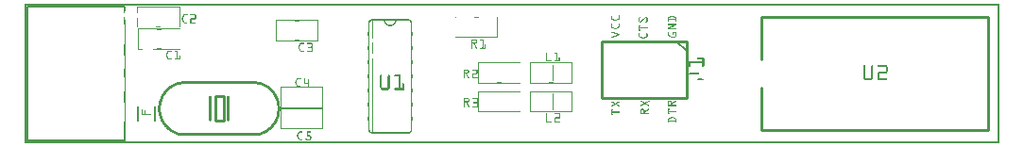
<source format=gto>
G04 MADE WITH FRITZING*
G04 WWW.FRITZING.ORG*
G04 DOUBLE SIDED*
G04 HOLES PLATED*
G04 CONTOUR ON CENTER OF CONTOUR VECTOR*
%ASAXBY*%
%FSLAX23Y23*%
%MOIN*%
%OFA0B0*%
%SFA1.0B1.0*%
%ADD10C,0.006000*%
%ADD11C,0.005000*%
%ADD12C,0.010000*%
%ADD13C,0.008000*%
%ADD14C,0.009843*%
%ADD15R,0.001000X0.001000*%
%LNSILK1*%
G90*
G70*
G54D10*
X1229Y37D02*
X1353Y37D01*
D02*
X1353Y437D02*
X1311Y437D01*
D02*
X1311Y437D02*
X1271Y437D01*
D02*
X1271Y437D02*
X1229Y437D01*
G54D11*
D02*
X11Y484D02*
X354Y484D01*
D02*
X354Y12D02*
X11Y12D01*
D02*
X11Y12D02*
X11Y484D01*
G54D12*
D02*
X2600Y49D02*
X3400Y49D01*
D02*
X3400Y49D02*
X3400Y449D01*
D02*
X3400Y449D02*
X2600Y449D01*
D02*
X2600Y49D02*
X2600Y199D01*
D02*
X2600Y299D02*
X2600Y449D01*
D02*
X2336Y363D02*
X2036Y363D01*
D02*
X2036Y363D02*
X2036Y163D01*
D02*
X2036Y163D02*
X2336Y163D01*
D02*
X2336Y163D02*
X2336Y363D01*
G54D11*
D02*
X2301Y363D02*
X2336Y328D01*
G54D13*
D02*
X460Y131D02*
X460Y81D01*
D02*
X400Y81D02*
X400Y131D01*
G54D14*
X673Y80D02*
X673Y167D01*
X702Y167D01*
X702Y80D01*
X673Y80D01*
D02*
G54D15*
X0Y495D02*
X3441Y495D01*
X0Y494D02*
X3441Y494D01*
X0Y493D02*
X3441Y493D01*
X0Y492D02*
X3441Y492D01*
X0Y491D02*
X3441Y491D01*
X0Y490D02*
X3441Y490D01*
X0Y489D02*
X3441Y489D01*
X0Y488D02*
X3441Y488D01*
X0Y487D02*
X7Y487D01*
X3434Y487D02*
X3441Y487D01*
X0Y486D02*
X7Y486D01*
X352Y486D02*
X354Y486D01*
X3434Y486D02*
X3441Y486D01*
X0Y485D02*
X7Y485D01*
X351Y485D02*
X355Y485D01*
X3434Y485D02*
X3441Y485D01*
X0Y484D02*
X7Y484D01*
X351Y484D02*
X355Y484D01*
X398Y484D02*
X548Y484D01*
X3434Y484D02*
X3441Y484D01*
X0Y483D02*
X7Y483D01*
X351Y483D02*
X355Y483D01*
X398Y483D02*
X548Y483D01*
X3434Y483D02*
X3441Y483D01*
X0Y482D02*
X7Y482D01*
X351Y482D02*
X355Y482D01*
X398Y482D02*
X548Y482D01*
X3434Y482D02*
X3441Y482D01*
X0Y481D02*
X7Y481D01*
X351Y481D02*
X355Y481D01*
X398Y481D02*
X400Y481D01*
X466Y481D02*
X480Y481D01*
X546Y481D02*
X548Y481D01*
X3434Y481D02*
X3441Y481D01*
X0Y480D02*
X7Y480D01*
X351Y480D02*
X355Y480D01*
X398Y480D02*
X400Y480D01*
X546Y480D02*
X548Y480D01*
X3434Y480D02*
X3441Y480D01*
X0Y479D02*
X7Y479D01*
X351Y479D02*
X355Y479D01*
X398Y479D02*
X400Y479D01*
X546Y479D02*
X548Y479D01*
X3434Y479D02*
X3441Y479D01*
X0Y478D02*
X7Y478D01*
X351Y478D02*
X355Y478D01*
X398Y478D02*
X400Y478D01*
X546Y478D02*
X548Y478D01*
X3434Y478D02*
X3441Y478D01*
X0Y477D02*
X7Y477D01*
X351Y477D02*
X355Y477D01*
X398Y477D02*
X400Y477D01*
X546Y477D02*
X548Y477D01*
X3434Y477D02*
X3441Y477D01*
X0Y476D02*
X7Y476D01*
X351Y476D02*
X355Y476D01*
X398Y476D02*
X400Y476D01*
X546Y476D02*
X548Y476D01*
X3434Y476D02*
X3441Y476D01*
X0Y475D02*
X7Y475D01*
X351Y475D02*
X355Y475D01*
X398Y475D02*
X400Y475D01*
X546Y475D02*
X548Y475D01*
X3434Y475D02*
X3441Y475D01*
X0Y474D02*
X7Y474D01*
X351Y474D02*
X355Y474D01*
X398Y474D02*
X400Y474D01*
X546Y474D02*
X548Y474D01*
X3434Y474D02*
X3441Y474D01*
X0Y473D02*
X7Y473D01*
X351Y473D02*
X355Y473D01*
X398Y473D02*
X400Y473D01*
X546Y473D02*
X548Y473D01*
X3434Y473D02*
X3441Y473D01*
X0Y472D02*
X7Y472D01*
X351Y472D02*
X355Y472D01*
X398Y472D02*
X400Y472D01*
X546Y472D02*
X548Y472D01*
X3434Y472D02*
X3441Y472D01*
X0Y471D02*
X7Y471D01*
X351Y471D02*
X355Y471D01*
X398Y471D02*
X400Y471D01*
X546Y471D02*
X548Y471D01*
X3434Y471D02*
X3441Y471D01*
X0Y470D02*
X7Y470D01*
X351Y470D02*
X355Y470D01*
X398Y470D02*
X400Y470D01*
X546Y470D02*
X548Y470D01*
X3434Y470D02*
X3441Y470D01*
X0Y469D02*
X7Y469D01*
X351Y469D02*
X355Y469D01*
X398Y469D02*
X400Y469D01*
X546Y469D02*
X548Y469D01*
X3434Y469D02*
X3441Y469D01*
X0Y468D02*
X7Y468D01*
X351Y468D02*
X355Y468D01*
X398Y468D02*
X400Y468D01*
X546Y468D02*
X548Y468D01*
X3434Y468D02*
X3441Y468D01*
X0Y467D02*
X7Y467D01*
X351Y467D02*
X354Y467D01*
X398Y467D02*
X400Y467D01*
X546Y467D02*
X548Y467D01*
X3434Y467D02*
X3441Y467D01*
X0Y466D02*
X7Y466D01*
X351Y466D02*
X354Y466D01*
X398Y466D02*
X400Y466D01*
X546Y466D02*
X548Y466D01*
X3434Y466D02*
X3441Y466D01*
X0Y465D02*
X7Y465D01*
X351Y465D02*
X353Y465D01*
X398Y465D02*
X400Y465D01*
X546Y465D02*
X548Y465D01*
X3434Y465D02*
X3441Y465D01*
X0Y464D02*
X7Y464D01*
X351Y464D02*
X353Y464D01*
X398Y464D02*
X400Y464D01*
X546Y464D02*
X548Y464D01*
X3434Y464D02*
X3441Y464D01*
X0Y463D02*
X7Y463D01*
X351Y463D02*
X352Y463D01*
X398Y463D02*
X400Y463D01*
X546Y463D02*
X548Y463D01*
X3434Y463D02*
X3441Y463D01*
X0Y462D02*
X7Y462D01*
X351Y462D02*
X352Y462D01*
X399Y462D02*
X400Y462D01*
X546Y462D02*
X548Y462D01*
X3434Y462D02*
X3441Y462D01*
X0Y461D02*
X7Y461D01*
X351Y461D02*
X352Y461D01*
X399Y461D02*
X400Y461D01*
X546Y461D02*
X548Y461D01*
X3434Y461D02*
X3441Y461D01*
X0Y460D02*
X7Y460D01*
X351Y460D02*
X351Y460D01*
X399Y460D02*
X400Y460D01*
X546Y460D02*
X548Y460D01*
X3434Y460D02*
X3441Y460D01*
X0Y459D02*
X7Y459D01*
X351Y459D02*
X351Y459D01*
X400Y459D02*
X400Y459D01*
X546Y459D02*
X548Y459D01*
X3434Y459D02*
X3441Y459D01*
X0Y458D02*
X7Y458D01*
X351Y458D02*
X351Y458D01*
X400Y458D02*
X400Y458D01*
X546Y458D02*
X548Y458D01*
X3434Y458D02*
X3441Y458D01*
X0Y457D02*
X7Y457D01*
X351Y457D02*
X351Y457D01*
X400Y457D02*
X400Y457D01*
X546Y457D02*
X548Y457D01*
X563Y457D02*
X574Y457D01*
X586Y457D02*
X603Y457D01*
X3434Y457D02*
X3441Y457D01*
X0Y456D02*
X7Y456D01*
X400Y456D02*
X400Y456D01*
X546Y456D02*
X548Y456D01*
X562Y456D02*
X575Y456D01*
X585Y456D02*
X604Y456D01*
X3434Y456D02*
X3441Y456D01*
X0Y455D02*
X7Y455D01*
X400Y455D02*
X400Y455D01*
X546Y455D02*
X548Y455D01*
X561Y455D02*
X575Y455D01*
X585Y455D02*
X605Y455D01*
X3434Y455D02*
X3441Y455D01*
X0Y454D02*
X7Y454D01*
X546Y454D02*
X548Y454D01*
X560Y454D02*
X574Y454D01*
X586Y454D02*
X605Y454D01*
X3434Y454D02*
X3441Y454D01*
X0Y453D02*
X7Y453D01*
X546Y453D02*
X548Y453D01*
X560Y453D02*
X564Y453D01*
X602Y453D02*
X605Y453D01*
X2070Y453D02*
X2071Y453D01*
X2097Y453D02*
X2099Y453D01*
X3434Y453D02*
X3441Y453D01*
X0Y452D02*
X7Y452D01*
X400Y452D02*
X400Y452D01*
X546Y452D02*
X548Y452D01*
X559Y452D02*
X563Y452D01*
X602Y452D02*
X605Y452D01*
X2069Y452D02*
X2072Y452D01*
X2096Y452D02*
X2099Y452D01*
X2282Y452D02*
X2288Y452D01*
X3434Y452D02*
X3441Y452D01*
X0Y451D02*
X7Y451D01*
X400Y451D02*
X400Y451D01*
X546Y451D02*
X548Y451D01*
X559Y451D02*
X563Y451D01*
X602Y451D02*
X605Y451D01*
X2069Y451D02*
X2072Y451D01*
X2096Y451D02*
X2099Y451D01*
X2280Y451D02*
X2290Y451D01*
X3434Y451D02*
X3441Y451D01*
X0Y450D02*
X7Y450D01*
X351Y450D02*
X351Y450D01*
X400Y450D02*
X400Y450D01*
X546Y450D02*
X548Y450D01*
X558Y450D02*
X562Y450D01*
X602Y450D02*
X605Y450D01*
X2069Y450D02*
X2072Y450D01*
X2096Y450D02*
X2099Y450D01*
X2278Y450D02*
X2292Y450D01*
X3434Y450D02*
X3441Y450D01*
X0Y449D02*
X7Y449D01*
X351Y449D02*
X351Y449D01*
X400Y449D02*
X400Y449D01*
X546Y449D02*
X548Y449D01*
X558Y449D02*
X561Y449D01*
X602Y449D02*
X605Y449D01*
X2069Y449D02*
X2072Y449D01*
X2096Y449D02*
X2099Y449D01*
X2276Y449D02*
X2294Y449D01*
X3434Y449D02*
X3441Y449D01*
X0Y448D02*
X7Y448D01*
X351Y448D02*
X351Y448D01*
X400Y448D02*
X400Y448D01*
X546Y448D02*
X548Y448D01*
X557Y448D02*
X561Y448D01*
X602Y448D02*
X605Y448D01*
X1520Y448D02*
X1670Y448D01*
X2069Y448D02*
X2072Y448D01*
X2096Y448D02*
X2099Y448D01*
X2171Y448D02*
X2173Y448D01*
X2192Y448D02*
X2195Y448D01*
X2274Y448D02*
X2282Y448D01*
X2288Y448D02*
X2296Y448D01*
X3434Y448D02*
X3441Y448D01*
X0Y447D02*
X7Y447D01*
X351Y447D02*
X351Y447D01*
X399Y447D02*
X400Y447D01*
X546Y447D02*
X548Y447D01*
X557Y447D02*
X560Y447D01*
X602Y447D02*
X605Y447D01*
X1520Y447D02*
X1670Y447D01*
X2069Y447D02*
X2072Y447D01*
X2096Y447D02*
X2099Y447D01*
X2169Y447D02*
X2174Y447D01*
X2191Y447D02*
X2197Y447D01*
X2272Y447D02*
X2280Y447D01*
X2290Y447D02*
X2298Y447D01*
X3434Y447D02*
X3441Y447D01*
X0Y446D02*
X7Y446D01*
X351Y446D02*
X352Y446D01*
X399Y446D02*
X400Y446D01*
X546Y446D02*
X548Y446D01*
X556Y446D02*
X560Y446D01*
X602Y446D02*
X605Y446D01*
X1520Y446D02*
X1522Y446D01*
X1587Y446D02*
X1603Y446D01*
X1668Y446D02*
X1670Y446D01*
X2069Y446D02*
X2072Y446D01*
X2096Y446D02*
X2099Y446D01*
X2169Y446D02*
X2174Y446D01*
X2190Y446D02*
X2197Y446D01*
X2271Y446D02*
X2278Y446D01*
X2292Y446D02*
X2299Y446D01*
X3434Y446D02*
X3441Y446D01*
X0Y445D02*
X7Y445D01*
X351Y445D02*
X352Y445D01*
X399Y445D02*
X400Y445D01*
X546Y445D02*
X548Y445D01*
X556Y445D02*
X559Y445D01*
X602Y445D02*
X605Y445D01*
X1520Y445D02*
X1521Y445D01*
X1588Y445D02*
X1602Y445D01*
X1668Y445D02*
X1670Y445D01*
X2069Y445D02*
X2072Y445D01*
X2096Y445D02*
X2099Y445D01*
X2168Y445D02*
X2173Y445D01*
X2188Y445D02*
X2198Y445D01*
X2270Y445D02*
X2276Y445D01*
X2294Y445D02*
X2299Y445D01*
X3434Y445D02*
X3441Y445D01*
X0Y444D02*
X7Y444D01*
X351Y444D02*
X352Y444D01*
X398Y444D02*
X400Y444D01*
X546Y444D02*
X548Y444D01*
X556Y444D02*
X559Y444D01*
X602Y444D02*
X605Y444D01*
X1520Y444D02*
X1521Y444D01*
X1668Y444D02*
X1670Y444D01*
X2069Y444D02*
X2072Y444D01*
X2096Y444D02*
X2099Y444D01*
X2168Y444D02*
X2171Y444D01*
X2187Y444D02*
X2193Y444D01*
X2195Y444D02*
X2198Y444D01*
X2270Y444D02*
X2274Y444D01*
X2296Y444D02*
X2300Y444D01*
X3434Y444D02*
X3441Y444D01*
X0Y443D02*
X7Y443D01*
X351Y443D02*
X353Y443D01*
X398Y443D02*
X400Y443D01*
X546Y443D02*
X548Y443D01*
X555Y443D02*
X559Y443D01*
X587Y443D02*
X605Y443D01*
X1520Y443D02*
X1521Y443D01*
X1668Y443D02*
X1670Y443D01*
X2069Y443D02*
X2072Y443D01*
X2096Y443D02*
X2099Y443D01*
X2168Y443D02*
X2171Y443D01*
X2186Y443D02*
X2191Y443D01*
X2195Y443D02*
X2198Y443D01*
X2270Y443D02*
X2273Y443D01*
X2297Y443D02*
X2300Y443D01*
X3434Y443D02*
X3441Y443D01*
X0Y442D02*
X7Y442D01*
X351Y442D02*
X353Y442D01*
X398Y442D02*
X400Y442D01*
X546Y442D02*
X548Y442D01*
X555Y442D02*
X558Y442D01*
X586Y442D02*
X605Y442D01*
X1520Y442D02*
X1521Y442D01*
X1668Y442D02*
X1670Y442D01*
X2069Y442D02*
X2074Y442D01*
X2095Y442D02*
X2099Y442D01*
X2168Y442D02*
X2171Y442D01*
X2184Y442D02*
X2190Y442D01*
X2195Y442D02*
X2198Y442D01*
X2270Y442D02*
X2273Y442D01*
X2297Y442D02*
X2300Y442D01*
X3434Y442D02*
X3441Y442D01*
X0Y441D02*
X7Y441D01*
X351Y441D02*
X354Y441D01*
X398Y441D02*
X400Y441D01*
X546Y441D02*
X548Y441D01*
X555Y441D02*
X558Y441D01*
X586Y441D02*
X604Y441D01*
X1520Y441D02*
X1521Y441D01*
X1668Y441D02*
X1670Y441D01*
X2070Y441D02*
X2076Y441D01*
X2093Y441D02*
X2098Y441D01*
X2168Y441D02*
X2171Y441D01*
X2183Y441D02*
X2189Y441D01*
X2195Y441D02*
X2198Y441D01*
X2270Y441D02*
X2273Y441D01*
X2297Y441D02*
X2300Y441D01*
X3434Y441D02*
X3441Y441D01*
X0Y440D02*
X7Y440D01*
X351Y440D02*
X354Y440D01*
X398Y440D02*
X400Y440D01*
X546Y440D02*
X548Y440D01*
X555Y440D02*
X559Y440D01*
X585Y440D02*
X603Y440D01*
X1225Y440D02*
X1228Y440D01*
X1353Y440D02*
X1356Y440D01*
X1520Y440D02*
X1521Y440D01*
X1668Y440D02*
X1670Y440D01*
X2071Y440D02*
X2078Y440D01*
X2091Y440D02*
X2098Y440D01*
X2168Y440D02*
X2171Y440D01*
X2182Y440D02*
X2187Y440D01*
X2195Y440D02*
X2198Y440D01*
X2270Y440D02*
X2300Y440D01*
X3434Y440D02*
X3441Y440D01*
X0Y439D02*
X7Y439D01*
X351Y439D02*
X355Y439D01*
X398Y439D02*
X400Y439D01*
X546Y439D02*
X548Y439D01*
X556Y439D02*
X559Y439D01*
X585Y439D02*
X589Y439D01*
X1222Y439D02*
X1228Y439D01*
X1353Y439D02*
X1359Y439D01*
X1520Y439D02*
X1521Y439D01*
X1668Y439D02*
X1670Y439D01*
X2072Y439D02*
X2080Y439D01*
X2089Y439D02*
X2096Y439D01*
X2168Y439D02*
X2171Y439D01*
X2181Y439D02*
X2186Y439D01*
X2195Y439D02*
X2198Y439D01*
X2270Y439D02*
X2300Y439D01*
X3434Y439D02*
X3441Y439D01*
X0Y438D02*
X7Y438D01*
X351Y438D02*
X355Y438D01*
X398Y438D02*
X400Y438D01*
X546Y438D02*
X548Y438D01*
X556Y438D02*
X560Y438D01*
X585Y438D02*
X589Y438D01*
X1220Y438D02*
X1228Y438D01*
X1353Y438D02*
X1360Y438D01*
X1520Y438D02*
X1521Y438D01*
X1668Y438D02*
X1670Y438D01*
X2074Y438D02*
X2082Y438D01*
X2087Y438D02*
X2095Y438D01*
X2168Y438D02*
X2171Y438D01*
X2179Y438D02*
X2185Y438D01*
X2195Y438D02*
X2198Y438D01*
X2270Y438D02*
X2300Y438D01*
X3434Y438D02*
X3441Y438D01*
X0Y437D02*
X7Y437D01*
X351Y437D02*
X355Y437D01*
X398Y437D02*
X400Y437D01*
X546Y437D02*
X548Y437D01*
X556Y437D02*
X560Y437D01*
X585Y437D02*
X589Y437D01*
X1218Y437D02*
X1228Y437D01*
X1268Y437D02*
X1273Y437D01*
X1308Y437D02*
X1313Y437D01*
X1353Y437D02*
X1362Y437D01*
X1520Y437D02*
X1521Y437D01*
X1668Y437D02*
X1670Y437D01*
X2076Y437D02*
X2093Y437D01*
X2168Y437D02*
X2171Y437D01*
X2178Y437D02*
X2184Y437D01*
X2195Y437D02*
X2198Y437D01*
X2270Y437D02*
X2300Y437D01*
X3434Y437D02*
X3441Y437D01*
X0Y436D02*
X7Y436D01*
X351Y436D02*
X355Y436D01*
X398Y436D02*
X400Y436D01*
X546Y436D02*
X548Y436D01*
X557Y436D02*
X561Y436D01*
X585Y436D02*
X589Y436D01*
X886Y436D02*
X1037Y436D01*
X1217Y436D02*
X1228Y436D01*
X1268Y436D02*
X1273Y436D01*
X1308Y436D02*
X1313Y436D01*
X1353Y436D02*
X1363Y436D01*
X1520Y436D02*
X1521Y436D01*
X1668Y436D02*
X1670Y436D01*
X2078Y436D02*
X2091Y436D01*
X2168Y436D02*
X2171Y436D01*
X2177Y436D02*
X2182Y436D01*
X2195Y436D02*
X2198Y436D01*
X2270Y436D02*
X2273Y436D01*
X2297Y436D02*
X2300Y436D01*
X3434Y436D02*
X3441Y436D01*
X0Y435D02*
X7Y435D01*
X351Y435D02*
X355Y435D01*
X398Y435D02*
X400Y435D01*
X546Y435D02*
X548Y435D01*
X557Y435D02*
X561Y435D01*
X585Y435D02*
X589Y435D01*
X886Y435D02*
X1037Y435D01*
X1216Y435D02*
X1228Y435D01*
X1268Y435D02*
X1273Y435D01*
X1307Y435D02*
X1313Y435D01*
X1353Y435D02*
X1364Y435D01*
X1520Y435D02*
X1521Y435D01*
X1668Y435D02*
X1670Y435D01*
X2080Y435D02*
X2089Y435D01*
X2168Y435D02*
X2171Y435D01*
X2175Y435D02*
X2181Y435D01*
X2195Y435D02*
X2198Y435D01*
X2270Y435D02*
X2273Y435D01*
X2297Y435D02*
X2300Y435D01*
X3434Y435D02*
X3441Y435D01*
X0Y434D02*
X7Y434D01*
X351Y434D02*
X355Y434D01*
X398Y434D02*
X400Y434D01*
X546Y434D02*
X548Y434D01*
X558Y434D02*
X562Y434D01*
X585Y434D02*
X589Y434D01*
X886Y434D02*
X889Y434D01*
X954Y434D02*
X969Y434D01*
X1035Y434D02*
X1037Y434D01*
X1215Y434D02*
X1224Y434D01*
X1227Y434D02*
X1228Y434D01*
X1268Y434D02*
X1273Y434D01*
X1307Y434D02*
X1312Y434D01*
X1356Y434D02*
X1365Y434D01*
X1520Y434D02*
X1521Y434D01*
X1668Y434D02*
X1670Y434D01*
X2082Y434D02*
X2086Y434D01*
X2168Y434D02*
X2171Y434D01*
X2174Y434D02*
X2180Y434D01*
X2195Y434D02*
X2198Y434D01*
X2270Y434D02*
X2273Y434D01*
X2297Y434D02*
X2300Y434D01*
X3434Y434D02*
X3441Y434D01*
X0Y433D02*
X7Y433D01*
X351Y433D02*
X355Y433D01*
X398Y433D02*
X400Y433D01*
X546Y433D02*
X548Y433D01*
X558Y433D02*
X562Y433D01*
X585Y433D02*
X589Y433D01*
X886Y433D02*
X888Y433D01*
X954Y433D02*
X969Y433D01*
X1035Y433D02*
X1037Y433D01*
X1214Y433D02*
X1222Y433D01*
X1227Y433D02*
X1228Y433D01*
X1268Y433D02*
X1273Y433D01*
X1307Y433D02*
X1312Y433D01*
X1359Y433D02*
X1366Y433D01*
X1520Y433D02*
X1521Y433D01*
X1668Y433D02*
X1670Y433D01*
X2168Y433D02*
X2171Y433D01*
X2173Y433D02*
X2178Y433D01*
X2194Y433D02*
X2198Y433D01*
X2271Y433D02*
X2272Y433D01*
X2298Y433D02*
X2299Y433D01*
X3434Y433D02*
X3441Y433D01*
X0Y432D02*
X7Y432D01*
X351Y432D02*
X355Y432D01*
X398Y432D02*
X400Y432D01*
X546Y432D02*
X548Y432D01*
X559Y432D02*
X563Y432D01*
X585Y432D02*
X589Y432D01*
X886Y432D02*
X888Y432D01*
X1035Y432D02*
X1037Y432D01*
X1214Y432D02*
X1220Y432D01*
X1227Y432D02*
X1228Y432D01*
X1269Y432D02*
X1274Y432D01*
X1307Y432D02*
X1312Y432D01*
X1360Y432D02*
X1367Y432D01*
X1520Y432D02*
X1521Y432D01*
X1668Y432D02*
X1670Y432D01*
X2168Y432D02*
X2177Y432D01*
X2192Y432D02*
X2197Y432D01*
X3434Y432D02*
X3441Y432D01*
X0Y431D02*
X7Y431D01*
X351Y431D02*
X355Y431D01*
X398Y431D02*
X400Y431D01*
X546Y431D02*
X548Y431D01*
X559Y431D02*
X563Y431D01*
X585Y431D02*
X589Y431D01*
X886Y431D02*
X888Y431D01*
X1035Y431D02*
X1037Y431D01*
X1213Y431D02*
X1219Y431D01*
X1227Y431D02*
X1228Y431D01*
X1269Y431D02*
X1274Y431D01*
X1307Y431D02*
X1312Y431D01*
X1361Y431D02*
X1367Y431D01*
X1520Y431D02*
X1521Y431D01*
X1668Y431D02*
X1670Y431D01*
X2168Y431D02*
X2176Y431D01*
X2191Y431D02*
X2197Y431D01*
X3434Y431D02*
X3441Y431D01*
X0Y430D02*
X7Y430D01*
X351Y430D02*
X355Y430D01*
X398Y430D02*
X400Y430D01*
X546Y430D02*
X548Y430D01*
X560Y430D02*
X564Y430D01*
X585Y430D02*
X589Y430D01*
X886Y430D02*
X888Y430D01*
X1035Y430D02*
X1037Y430D01*
X1215Y430D02*
X1218Y430D01*
X1227Y430D02*
X1228Y430D01*
X1269Y430D02*
X1274Y430D01*
X1306Y430D02*
X1311Y430D01*
X1362Y430D02*
X1366Y430D01*
X1520Y430D02*
X1521Y430D01*
X1668Y430D02*
X1670Y430D01*
X2169Y430D02*
X2175Y430D01*
X2192Y430D02*
X2196Y430D01*
X3434Y430D02*
X3441Y430D01*
X0Y429D02*
X7Y429D01*
X351Y429D02*
X355Y429D01*
X398Y429D02*
X400Y429D01*
X546Y429D02*
X548Y429D01*
X560Y429D02*
X574Y429D01*
X585Y429D02*
X604Y429D01*
X886Y429D02*
X888Y429D01*
X1035Y429D02*
X1037Y429D01*
X1215Y429D02*
X1217Y429D01*
X1227Y429D02*
X1228Y429D01*
X1270Y429D02*
X1275Y429D01*
X1306Y429D02*
X1311Y429D01*
X1363Y429D02*
X1366Y429D01*
X1520Y429D02*
X1521Y429D01*
X1668Y429D02*
X1670Y429D01*
X2170Y429D02*
X2173Y429D01*
X2192Y429D02*
X2194Y429D01*
X3434Y429D02*
X3441Y429D01*
X0Y428D02*
X7Y428D01*
X351Y428D02*
X355Y428D01*
X398Y428D02*
X400Y428D01*
X546Y428D02*
X548Y428D01*
X561Y428D02*
X575Y428D01*
X585Y428D02*
X605Y428D01*
X886Y428D02*
X888Y428D01*
X1035Y428D02*
X1037Y428D01*
X1215Y428D02*
X1217Y428D01*
X1227Y428D02*
X1228Y428D01*
X1270Y428D02*
X1275Y428D01*
X1305Y428D02*
X1310Y428D01*
X1363Y428D02*
X1366Y428D01*
X1520Y428D02*
X1521Y428D01*
X1668Y428D02*
X1670Y428D01*
X3434Y428D02*
X3441Y428D01*
X0Y427D02*
X7Y427D01*
X351Y427D02*
X355Y427D01*
X398Y427D02*
X400Y427D01*
X546Y427D02*
X548Y427D01*
X562Y427D02*
X575Y427D01*
X585Y427D02*
X605Y427D01*
X886Y427D02*
X888Y427D01*
X1035Y427D02*
X1037Y427D01*
X1215Y427D02*
X1217Y427D01*
X1227Y427D02*
X1228Y427D01*
X1271Y427D02*
X1276Y427D01*
X1304Y427D02*
X1310Y427D01*
X1364Y427D02*
X1366Y427D01*
X1520Y427D02*
X1521Y427D01*
X1668Y427D02*
X1670Y427D01*
X3434Y427D02*
X3441Y427D01*
X0Y426D02*
X7Y426D01*
X351Y426D02*
X355Y426D01*
X398Y426D02*
X400Y426D01*
X546Y426D02*
X548Y426D01*
X563Y426D02*
X574Y426D01*
X585Y426D02*
X604Y426D01*
X886Y426D02*
X888Y426D01*
X1035Y426D02*
X1037Y426D01*
X1215Y426D02*
X1216Y426D01*
X1227Y426D02*
X1228Y426D01*
X1271Y426D02*
X1277Y426D01*
X1303Y426D02*
X1309Y426D01*
X1364Y426D02*
X1366Y426D01*
X1520Y426D02*
X1521Y426D01*
X1668Y426D02*
X1670Y426D01*
X3434Y426D02*
X3441Y426D01*
X0Y425D02*
X7Y425D01*
X351Y425D02*
X355Y425D01*
X398Y425D02*
X400Y425D01*
X546Y425D02*
X548Y425D01*
X886Y425D02*
X888Y425D01*
X1035Y425D02*
X1037Y425D01*
X1215Y425D02*
X1216Y425D01*
X1227Y425D02*
X1228Y425D01*
X1272Y425D02*
X1278Y425D01*
X1302Y425D02*
X1309Y425D01*
X1364Y425D02*
X1366Y425D01*
X1520Y425D02*
X1521Y425D01*
X1668Y425D02*
X1670Y425D01*
X3434Y425D02*
X3441Y425D01*
X0Y424D02*
X7Y424D01*
X351Y424D02*
X355Y424D01*
X398Y424D02*
X400Y424D01*
X546Y424D02*
X548Y424D01*
X886Y424D02*
X888Y424D01*
X1035Y424D02*
X1037Y424D01*
X1215Y424D02*
X1216Y424D01*
X1227Y424D02*
X1228Y424D01*
X1272Y424D02*
X1279Y424D01*
X1301Y424D02*
X1308Y424D01*
X1365Y424D02*
X1366Y424D01*
X1520Y424D02*
X1521Y424D01*
X1668Y424D02*
X1670Y424D01*
X2070Y424D02*
X2071Y424D01*
X2097Y424D02*
X2099Y424D01*
X3434Y424D02*
X3441Y424D01*
X0Y423D02*
X7Y423D01*
X351Y423D02*
X355Y423D01*
X398Y423D02*
X400Y423D01*
X546Y423D02*
X548Y423D01*
X886Y423D02*
X888Y423D01*
X1035Y423D02*
X1037Y423D01*
X1215Y423D02*
X1216Y423D01*
X1227Y423D02*
X1228Y423D01*
X1273Y423D02*
X1281Y423D01*
X1300Y423D02*
X1307Y423D01*
X1365Y423D02*
X1366Y423D01*
X1520Y423D02*
X1521Y423D01*
X1668Y423D02*
X1670Y423D01*
X2069Y423D02*
X2072Y423D01*
X2096Y423D02*
X2099Y423D01*
X2270Y423D02*
X2300Y423D01*
X3434Y423D02*
X3441Y423D01*
X0Y422D02*
X7Y422D01*
X351Y422D02*
X355Y422D01*
X398Y422D02*
X400Y422D01*
X546Y422D02*
X548Y422D01*
X886Y422D02*
X888Y422D01*
X1035Y422D02*
X1037Y422D01*
X1215Y422D02*
X1216Y422D01*
X1227Y422D02*
X1228Y422D01*
X1274Y422D02*
X1283Y422D01*
X1298Y422D02*
X1306Y422D01*
X1365Y422D02*
X1366Y422D01*
X1520Y422D02*
X1521Y422D01*
X1668Y422D02*
X1670Y422D01*
X2069Y422D02*
X2072Y422D01*
X2096Y422D02*
X2099Y422D01*
X2270Y422D02*
X2300Y422D01*
X3434Y422D02*
X3441Y422D01*
X0Y421D02*
X7Y421D01*
X351Y421D02*
X355Y421D01*
X398Y421D02*
X400Y421D01*
X546Y421D02*
X548Y421D01*
X886Y421D02*
X888Y421D01*
X1035Y421D02*
X1037Y421D01*
X1215Y421D02*
X1216Y421D01*
X1227Y421D02*
X1228Y421D01*
X1275Y421D02*
X1286Y421D01*
X1295Y421D02*
X1305Y421D01*
X1365Y421D02*
X1366Y421D01*
X1520Y421D02*
X1521Y421D01*
X1668Y421D02*
X1670Y421D01*
X2069Y421D02*
X2072Y421D01*
X2096Y421D02*
X2099Y421D01*
X2270Y421D02*
X2300Y421D01*
X3434Y421D02*
X3441Y421D01*
X0Y420D02*
X7Y420D01*
X353Y420D02*
X355Y420D01*
X398Y420D02*
X400Y420D01*
X546Y420D02*
X548Y420D01*
X886Y420D02*
X888Y420D01*
X1035Y420D02*
X1037Y420D01*
X1215Y420D02*
X1216Y420D01*
X1227Y420D02*
X1228Y420D01*
X1276Y420D02*
X1304Y420D01*
X1365Y420D02*
X1366Y420D01*
X1520Y420D02*
X1521Y420D01*
X1668Y420D02*
X1670Y420D01*
X2069Y420D02*
X2072Y420D01*
X2096Y420D02*
X2099Y420D01*
X2271Y420D02*
X2300Y420D01*
X3434Y420D02*
X3441Y420D01*
X0Y419D02*
X7Y419D01*
X353Y419D02*
X355Y419D01*
X398Y419D02*
X400Y419D01*
X546Y419D02*
X548Y419D01*
X886Y419D02*
X888Y419D01*
X1035Y419D02*
X1037Y419D01*
X1215Y419D02*
X1216Y419D01*
X1227Y419D02*
X1228Y419D01*
X1277Y419D02*
X1303Y419D01*
X1365Y419D02*
X1366Y419D01*
X1520Y419D02*
X1521Y419D01*
X1668Y419D02*
X1670Y419D01*
X2069Y419D02*
X2072Y419D01*
X2096Y419D02*
X2099Y419D01*
X2168Y419D02*
X2173Y419D01*
X2292Y419D02*
X2300Y419D01*
X3434Y419D02*
X3441Y419D01*
X0Y418D02*
X7Y418D01*
X353Y418D02*
X355Y418D01*
X398Y418D02*
X400Y418D01*
X546Y418D02*
X548Y418D01*
X886Y418D02*
X888Y418D01*
X1035Y418D02*
X1037Y418D01*
X1215Y418D02*
X1216Y418D01*
X1227Y418D02*
X1228Y418D01*
X1279Y418D02*
X1301Y418D01*
X1365Y418D02*
X1366Y418D01*
X1520Y418D02*
X1521Y418D01*
X1668Y418D02*
X1670Y418D01*
X2069Y418D02*
X2072Y418D01*
X2096Y418D02*
X2099Y418D01*
X2168Y418D02*
X2174Y418D01*
X2290Y418D02*
X2299Y418D01*
X3434Y418D02*
X3441Y418D01*
X0Y417D02*
X7Y417D01*
X353Y417D02*
X355Y417D01*
X398Y417D02*
X400Y417D01*
X546Y417D02*
X548Y417D01*
X886Y417D02*
X888Y417D01*
X1035Y417D02*
X1037Y417D01*
X1215Y417D02*
X1216Y417D01*
X1227Y417D02*
X1228Y417D01*
X1281Y417D02*
X1300Y417D01*
X1365Y417D02*
X1366Y417D01*
X1520Y417D02*
X1521Y417D01*
X1668Y417D02*
X1670Y417D01*
X2069Y417D02*
X2072Y417D01*
X2096Y417D02*
X2099Y417D01*
X2168Y417D02*
X2174Y417D01*
X2288Y417D02*
X2297Y417D01*
X3434Y417D02*
X3441Y417D01*
X0Y416D02*
X7Y416D01*
X353Y416D02*
X355Y416D01*
X398Y416D02*
X400Y416D01*
X546Y416D02*
X548Y416D01*
X886Y416D02*
X888Y416D01*
X1035Y416D02*
X1037Y416D01*
X1215Y416D02*
X1216Y416D01*
X1227Y416D02*
X1228Y416D01*
X1283Y416D02*
X1297Y416D01*
X1365Y416D02*
X1366Y416D01*
X1520Y416D02*
X1521Y416D01*
X1668Y416D02*
X1670Y416D01*
X2069Y416D02*
X2072Y416D01*
X2096Y416D02*
X2099Y416D01*
X2168Y416D02*
X2173Y416D01*
X2285Y416D02*
X2294Y416D01*
X3434Y416D02*
X3441Y416D01*
X0Y415D02*
X7Y415D01*
X353Y415D02*
X355Y415D01*
X398Y415D02*
X400Y415D01*
X546Y415D02*
X548Y415D01*
X886Y415D02*
X888Y415D01*
X1035Y415D02*
X1037Y415D01*
X1215Y415D02*
X1216Y415D01*
X1227Y415D02*
X1228Y415D01*
X1286Y415D02*
X1294Y415D01*
X1365Y415D02*
X1366Y415D01*
X1520Y415D02*
X1521Y415D01*
X1668Y415D02*
X1670Y415D01*
X2069Y415D02*
X2072Y415D01*
X2096Y415D02*
X2099Y415D01*
X2168Y415D02*
X2171Y415D01*
X2283Y415D02*
X2292Y415D01*
X3434Y415D02*
X3441Y415D01*
X0Y414D02*
X7Y414D01*
X353Y414D02*
X355Y414D01*
X398Y414D02*
X400Y414D01*
X466Y414D02*
X480Y414D01*
X546Y414D02*
X548Y414D01*
X886Y414D02*
X888Y414D01*
X1035Y414D02*
X1037Y414D01*
X1215Y414D02*
X1216Y414D01*
X1227Y414D02*
X1228Y414D01*
X1365Y414D02*
X1366Y414D01*
X1520Y414D02*
X1521Y414D01*
X1668Y414D02*
X1670Y414D01*
X2069Y414D02*
X2073Y414D01*
X2096Y414D02*
X2099Y414D01*
X2168Y414D02*
X2171Y414D01*
X2281Y414D02*
X2290Y414D01*
X3434Y414D02*
X3441Y414D01*
X0Y413D02*
X7Y413D01*
X353Y413D02*
X355Y413D01*
X398Y413D02*
X400Y413D01*
X465Y413D02*
X481Y413D01*
X546Y413D02*
X548Y413D01*
X886Y413D02*
X888Y413D01*
X1035Y413D02*
X1037Y413D01*
X1215Y413D02*
X1216Y413D01*
X1227Y413D02*
X1228Y413D01*
X1365Y413D02*
X1366Y413D01*
X1520Y413D02*
X1521Y413D01*
X1668Y413D02*
X1670Y413D01*
X2069Y413D02*
X2074Y413D01*
X2094Y413D02*
X2099Y413D01*
X2168Y413D02*
X2171Y413D01*
X2278Y413D02*
X2288Y413D01*
X3434Y413D02*
X3441Y413D01*
X0Y412D02*
X7Y412D01*
X353Y412D02*
X355Y412D01*
X398Y412D02*
X548Y412D01*
X886Y412D02*
X888Y412D01*
X1035Y412D02*
X1037Y412D01*
X1215Y412D02*
X1216Y412D01*
X1227Y412D02*
X1228Y412D01*
X1365Y412D02*
X1366Y412D01*
X1520Y412D02*
X1521Y412D01*
X1668Y412D02*
X1670Y412D01*
X2070Y412D02*
X2076Y412D01*
X2092Y412D02*
X2098Y412D01*
X2168Y412D02*
X2171Y412D01*
X2276Y412D02*
X2285Y412D01*
X3434Y412D02*
X3441Y412D01*
X0Y411D02*
X7Y411D01*
X353Y411D02*
X355Y411D01*
X398Y411D02*
X548Y411D01*
X886Y411D02*
X888Y411D01*
X1035Y411D02*
X1037Y411D01*
X1215Y411D02*
X1216Y411D01*
X1227Y411D02*
X1228Y411D01*
X1365Y411D02*
X1366Y411D01*
X1520Y411D02*
X1521Y411D01*
X1668Y411D02*
X1670Y411D01*
X2071Y411D02*
X2078Y411D01*
X2091Y411D02*
X2098Y411D01*
X2168Y411D02*
X2197Y411D01*
X2274Y411D02*
X2283Y411D01*
X3434Y411D02*
X3441Y411D01*
X0Y410D02*
X7Y410D01*
X353Y410D02*
X355Y410D01*
X886Y410D02*
X888Y410D01*
X1035Y410D02*
X1037Y410D01*
X1215Y410D02*
X1216Y410D01*
X1227Y410D02*
X1228Y410D01*
X1365Y410D02*
X1366Y410D01*
X1520Y410D02*
X1521Y410D01*
X1668Y410D02*
X1670Y410D01*
X2072Y410D02*
X2080Y410D01*
X2089Y410D02*
X2096Y410D01*
X2168Y410D02*
X2198Y410D01*
X2272Y410D02*
X2281Y410D01*
X3434Y410D02*
X3441Y410D01*
X0Y409D02*
X7Y409D01*
X353Y409D02*
X355Y409D01*
X886Y409D02*
X888Y409D01*
X1035Y409D02*
X1037Y409D01*
X1215Y409D02*
X1216Y409D01*
X1227Y409D02*
X1228Y409D01*
X1365Y409D02*
X1366Y409D01*
X1520Y409D02*
X1521Y409D01*
X1668Y409D02*
X1670Y409D01*
X2074Y409D02*
X2082Y409D01*
X2086Y409D02*
X2095Y409D01*
X2168Y409D02*
X2198Y409D01*
X2270Y409D02*
X2279Y409D01*
X3434Y409D02*
X3441Y409D01*
X0Y408D02*
X7Y408D01*
X353Y408D02*
X355Y408D01*
X886Y408D02*
X888Y408D01*
X1035Y408D02*
X1037Y408D01*
X1215Y408D02*
X1216Y408D01*
X1227Y408D02*
X1228Y408D01*
X1365Y408D02*
X1366Y408D01*
X1520Y408D02*
X1521Y408D01*
X1668Y408D02*
X1670Y408D01*
X2076Y408D02*
X2093Y408D01*
X2168Y408D02*
X2197Y408D01*
X2270Y408D02*
X2277Y408D01*
X3434Y408D02*
X3441Y408D01*
X0Y407D02*
X7Y407D01*
X353Y407D02*
X355Y407D01*
X886Y407D02*
X888Y407D01*
X1035Y407D02*
X1037Y407D01*
X1215Y407D02*
X1216Y407D01*
X1227Y407D02*
X1228Y407D01*
X1365Y407D02*
X1366Y407D01*
X1520Y407D02*
X1521Y407D01*
X1668Y407D02*
X1670Y407D01*
X2078Y407D02*
X2091Y407D01*
X2168Y407D02*
X2171Y407D01*
X2270Y407D02*
X2300Y407D01*
X3434Y407D02*
X3441Y407D01*
X0Y406D02*
X7Y406D01*
X353Y406D02*
X355Y406D01*
X400Y406D02*
X551Y406D01*
X886Y406D02*
X888Y406D01*
X1035Y406D02*
X1037Y406D01*
X1215Y406D02*
X1216Y406D01*
X1227Y406D02*
X1228Y406D01*
X1365Y406D02*
X1366Y406D01*
X1520Y406D02*
X1521Y406D01*
X1668Y406D02*
X1670Y406D01*
X2080Y406D02*
X2089Y406D01*
X2168Y406D02*
X2171Y406D01*
X2270Y406D02*
X2300Y406D01*
X3434Y406D02*
X3441Y406D01*
X0Y405D02*
X7Y405D01*
X353Y405D02*
X355Y405D01*
X400Y405D02*
X551Y405D01*
X886Y405D02*
X888Y405D01*
X1035Y405D02*
X1037Y405D01*
X1215Y405D02*
X1216Y405D01*
X1227Y405D02*
X1228Y405D01*
X1365Y405D02*
X1366Y405D01*
X1520Y405D02*
X1521Y405D01*
X1668Y405D02*
X1670Y405D01*
X2082Y405D02*
X2086Y405D01*
X2168Y405D02*
X2171Y405D01*
X2270Y405D02*
X2300Y405D01*
X3434Y405D02*
X3441Y405D01*
X0Y404D02*
X7Y404D01*
X353Y404D02*
X355Y404D01*
X400Y404D02*
X403Y404D01*
X468Y404D02*
X483Y404D01*
X549Y404D02*
X551Y404D01*
X886Y404D02*
X888Y404D01*
X1035Y404D02*
X1037Y404D01*
X1215Y404D02*
X1216Y404D01*
X1227Y404D02*
X1228Y404D01*
X1365Y404D02*
X1366Y404D01*
X1520Y404D02*
X1521Y404D01*
X1668Y404D02*
X1670Y404D01*
X2168Y404D02*
X2171Y404D01*
X2270Y404D02*
X2299Y404D01*
X3434Y404D02*
X3441Y404D01*
X0Y403D02*
X7Y403D01*
X353Y403D02*
X355Y403D01*
X400Y403D02*
X402Y403D01*
X468Y403D02*
X483Y403D01*
X549Y403D02*
X551Y403D01*
X886Y403D02*
X888Y403D01*
X1035Y403D02*
X1037Y403D01*
X1215Y403D02*
X1216Y403D01*
X1227Y403D02*
X1228Y403D01*
X1365Y403D02*
X1366Y403D01*
X1520Y403D02*
X1521Y403D01*
X1668Y403D02*
X1670Y403D01*
X2168Y403D02*
X2173Y403D01*
X3434Y403D02*
X3441Y403D01*
X0Y402D02*
X7Y402D01*
X353Y402D02*
X355Y402D01*
X400Y402D02*
X402Y402D01*
X549Y402D02*
X551Y402D01*
X886Y402D02*
X888Y402D01*
X1035Y402D02*
X1037Y402D01*
X1215Y402D02*
X1216Y402D01*
X1227Y402D02*
X1228Y402D01*
X1365Y402D02*
X1366Y402D01*
X1520Y402D02*
X1521Y402D01*
X1668Y402D02*
X1670Y402D01*
X2168Y402D02*
X2174Y402D01*
X3434Y402D02*
X3441Y402D01*
X0Y401D02*
X7Y401D01*
X353Y401D02*
X355Y401D01*
X400Y401D02*
X402Y401D01*
X549Y401D02*
X551Y401D01*
X886Y401D02*
X888Y401D01*
X1035Y401D02*
X1037Y401D01*
X1215Y401D02*
X1216Y401D01*
X1227Y401D02*
X1228Y401D01*
X1365Y401D02*
X1366Y401D01*
X1520Y401D02*
X1521Y401D01*
X1668Y401D02*
X1670Y401D01*
X2168Y401D02*
X2174Y401D01*
X3434Y401D02*
X3441Y401D01*
X0Y400D02*
X7Y400D01*
X353Y400D02*
X355Y400D01*
X400Y400D02*
X402Y400D01*
X549Y400D02*
X551Y400D01*
X886Y400D02*
X888Y400D01*
X1035Y400D02*
X1037Y400D01*
X1215Y400D02*
X1216Y400D01*
X1227Y400D02*
X1228Y400D01*
X1365Y400D02*
X1366Y400D01*
X1520Y400D02*
X1521Y400D01*
X1668Y400D02*
X1670Y400D01*
X2168Y400D02*
X2173Y400D01*
X3434Y400D02*
X3441Y400D01*
X0Y399D02*
X7Y399D01*
X353Y399D02*
X355Y399D01*
X400Y399D02*
X402Y399D01*
X549Y399D02*
X551Y399D01*
X886Y399D02*
X888Y399D01*
X1035Y399D02*
X1037Y399D01*
X1215Y399D02*
X1216Y399D01*
X1227Y399D02*
X1228Y399D01*
X1365Y399D02*
X1366Y399D01*
X1520Y399D02*
X1521Y399D01*
X1668Y399D02*
X1670Y399D01*
X3434Y399D02*
X3441Y399D01*
X0Y398D02*
X7Y398D01*
X353Y398D02*
X355Y398D01*
X400Y398D02*
X402Y398D01*
X549Y398D02*
X551Y398D01*
X886Y398D02*
X888Y398D01*
X1035Y398D02*
X1037Y398D01*
X1215Y398D02*
X1216Y398D01*
X1227Y398D02*
X1228Y398D01*
X1365Y398D02*
X1366Y398D01*
X1520Y398D02*
X1521Y398D01*
X1668Y398D02*
X1670Y398D01*
X3434Y398D02*
X3441Y398D01*
X0Y397D02*
X7Y397D01*
X353Y397D02*
X355Y397D01*
X400Y397D02*
X402Y397D01*
X549Y397D02*
X551Y397D01*
X886Y397D02*
X888Y397D01*
X1035Y397D02*
X1037Y397D01*
X1215Y397D02*
X1216Y397D01*
X1227Y397D02*
X1228Y397D01*
X1365Y397D02*
X1366Y397D01*
X1520Y397D02*
X1521Y397D01*
X1668Y397D02*
X1670Y397D01*
X3434Y397D02*
X3441Y397D01*
X0Y396D02*
X7Y396D01*
X353Y396D02*
X355Y396D01*
X400Y396D02*
X402Y396D01*
X549Y396D02*
X551Y396D01*
X886Y396D02*
X888Y396D01*
X1035Y396D02*
X1037Y396D01*
X1215Y396D02*
X1216Y396D01*
X1227Y396D02*
X1228Y396D01*
X1365Y396D02*
X1366Y396D01*
X1520Y396D02*
X1521Y396D01*
X1668Y396D02*
X1670Y396D01*
X3434Y396D02*
X3441Y396D01*
X0Y395D02*
X7Y395D01*
X353Y395D02*
X355Y395D01*
X400Y395D02*
X402Y395D01*
X549Y395D02*
X551Y395D01*
X886Y395D02*
X888Y395D01*
X1035Y395D02*
X1037Y395D01*
X1215Y395D02*
X1216Y395D01*
X1227Y395D02*
X1228Y395D01*
X1365Y395D02*
X1366Y395D01*
X1520Y395D02*
X1521Y395D01*
X1668Y395D02*
X1670Y395D01*
X2070Y395D02*
X2079Y395D01*
X3434Y395D02*
X3441Y395D01*
X0Y394D02*
X7Y394D01*
X353Y394D02*
X355Y394D01*
X400Y394D02*
X402Y394D01*
X549Y394D02*
X551Y394D01*
X886Y394D02*
X888Y394D01*
X1035Y394D02*
X1037Y394D01*
X1211Y394D02*
X1216Y394D01*
X1227Y394D02*
X1228Y394D01*
X1365Y394D02*
X1370Y394D01*
X1520Y394D02*
X1521Y394D01*
X1668Y394D02*
X1670Y394D01*
X2069Y394D02*
X2081Y394D01*
X2270Y394D02*
X2272Y394D01*
X2287Y394D02*
X2297Y394D01*
X3434Y394D02*
X3441Y394D01*
X0Y393D02*
X7Y393D01*
X353Y393D02*
X355Y393D01*
X400Y393D02*
X402Y393D01*
X549Y393D02*
X551Y393D01*
X886Y393D02*
X888Y393D01*
X1035Y393D02*
X1037Y393D01*
X1211Y393D02*
X1216Y393D01*
X1227Y393D02*
X1228Y393D01*
X1365Y393D02*
X1370Y393D01*
X1520Y393D02*
X1521Y393D01*
X1668Y393D02*
X1670Y393D01*
X2069Y393D02*
X2084Y393D01*
X2270Y393D02*
X2273Y393D01*
X2287Y393D02*
X2298Y393D01*
X3434Y393D02*
X3441Y393D01*
X0Y392D02*
X7Y392D01*
X353Y392D02*
X355Y392D01*
X400Y392D02*
X402Y392D01*
X549Y392D02*
X551Y392D01*
X886Y392D02*
X888Y392D01*
X1035Y392D02*
X1037Y392D01*
X1211Y392D02*
X1216Y392D01*
X1227Y392D02*
X1228Y392D01*
X1365Y392D02*
X1370Y392D01*
X1520Y392D02*
X1521Y392D01*
X1668Y392D02*
X1670Y392D01*
X2070Y392D02*
X2087Y392D01*
X2270Y392D02*
X2273Y392D01*
X2287Y392D02*
X2299Y392D01*
X3434Y392D02*
X3441Y392D01*
X0Y391D02*
X7Y391D01*
X353Y391D02*
X355Y391D01*
X400Y391D02*
X402Y391D01*
X549Y391D02*
X551Y391D01*
X886Y391D02*
X888Y391D01*
X1035Y391D02*
X1037Y391D01*
X1211Y391D02*
X1216Y391D01*
X1227Y391D02*
X1228Y391D01*
X1365Y391D02*
X1370Y391D01*
X1520Y391D02*
X1521Y391D01*
X1668Y391D02*
X1670Y391D01*
X2079Y391D02*
X2089Y391D01*
X2270Y391D02*
X2273Y391D01*
X2287Y391D02*
X2300Y391D01*
X3434Y391D02*
X3441Y391D01*
X0Y390D02*
X7Y390D01*
X353Y390D02*
X355Y390D01*
X400Y390D02*
X402Y390D01*
X549Y390D02*
X551Y390D01*
X886Y390D02*
X888Y390D01*
X1035Y390D02*
X1037Y390D01*
X1211Y390D02*
X1216Y390D01*
X1227Y390D02*
X1228Y390D01*
X1365Y390D02*
X1370Y390D01*
X1520Y390D02*
X1521Y390D01*
X1668Y390D02*
X1670Y390D01*
X2082Y390D02*
X2092Y390D01*
X2168Y390D02*
X2170Y390D01*
X2195Y390D02*
X2197Y390D01*
X2270Y390D02*
X2273Y390D01*
X2287Y390D02*
X2290Y390D01*
X2296Y390D02*
X2300Y390D01*
X3434Y390D02*
X3441Y390D01*
X0Y389D02*
X7Y389D01*
X353Y389D02*
X355Y389D01*
X400Y389D02*
X402Y389D01*
X549Y389D02*
X551Y389D01*
X886Y389D02*
X888Y389D01*
X1035Y389D02*
X1037Y389D01*
X1211Y389D02*
X1216Y389D01*
X1227Y389D02*
X1228Y389D01*
X1365Y389D02*
X1370Y389D01*
X1520Y389D02*
X1521Y389D01*
X1668Y389D02*
X1670Y389D01*
X2084Y389D02*
X2094Y389D01*
X2168Y389D02*
X2171Y389D01*
X2195Y389D02*
X2198Y389D01*
X2270Y389D02*
X2273Y389D01*
X2287Y389D02*
X2290Y389D01*
X2297Y389D02*
X2300Y389D01*
X3434Y389D02*
X3441Y389D01*
X0Y388D02*
X7Y388D01*
X353Y388D02*
X355Y388D01*
X400Y388D02*
X402Y388D01*
X549Y388D02*
X551Y388D01*
X886Y388D02*
X888Y388D01*
X1035Y388D02*
X1037Y388D01*
X1211Y388D02*
X1216Y388D01*
X1227Y388D02*
X1228Y388D01*
X1365Y388D02*
X1370Y388D01*
X1520Y388D02*
X1521Y388D01*
X1668Y388D02*
X1670Y388D01*
X2087Y388D02*
X2097Y388D01*
X2168Y388D02*
X2171Y388D01*
X2195Y388D02*
X2198Y388D01*
X2270Y388D02*
X2273Y388D01*
X2287Y388D02*
X2290Y388D01*
X2297Y388D02*
X2300Y388D01*
X3434Y388D02*
X3441Y388D01*
X0Y387D02*
X7Y387D01*
X353Y387D02*
X355Y387D01*
X400Y387D02*
X402Y387D01*
X549Y387D02*
X551Y387D01*
X886Y387D02*
X888Y387D01*
X1035Y387D02*
X1037Y387D01*
X1211Y387D02*
X1216Y387D01*
X1227Y387D02*
X1228Y387D01*
X1365Y387D02*
X1370Y387D01*
X1520Y387D02*
X1521Y387D01*
X1668Y387D02*
X1670Y387D01*
X2089Y387D02*
X2099Y387D01*
X2168Y387D02*
X2171Y387D01*
X2195Y387D02*
X2198Y387D01*
X2270Y387D02*
X2273Y387D01*
X2287Y387D02*
X2290Y387D01*
X2297Y387D02*
X2300Y387D01*
X3434Y387D02*
X3441Y387D01*
X0Y386D02*
X7Y386D01*
X353Y386D02*
X355Y386D01*
X400Y386D02*
X402Y386D01*
X549Y386D02*
X551Y386D01*
X886Y386D02*
X888Y386D01*
X1035Y386D02*
X1037Y386D01*
X1211Y386D02*
X1216Y386D01*
X1227Y386D02*
X1228Y386D01*
X1365Y386D02*
X1370Y386D01*
X1520Y386D02*
X1521Y386D01*
X1668Y386D02*
X1670Y386D01*
X2092Y386D02*
X2099Y386D01*
X2168Y386D02*
X2171Y386D01*
X2195Y386D02*
X2198Y386D01*
X2270Y386D02*
X2273Y386D01*
X2287Y386D02*
X2290Y386D01*
X2297Y386D02*
X2300Y386D01*
X3434Y386D02*
X3441Y386D01*
X0Y385D02*
X7Y385D01*
X353Y385D02*
X355Y385D01*
X400Y385D02*
X402Y385D01*
X549Y385D02*
X551Y385D01*
X886Y385D02*
X888Y385D01*
X1035Y385D02*
X1037Y385D01*
X1211Y385D02*
X1216Y385D01*
X1227Y385D02*
X1228Y385D01*
X1365Y385D02*
X1370Y385D01*
X1520Y385D02*
X1521Y385D01*
X1668Y385D02*
X1670Y385D01*
X2091Y385D02*
X2099Y385D01*
X2168Y385D02*
X2171Y385D01*
X2195Y385D02*
X2198Y385D01*
X2270Y385D02*
X2274Y385D01*
X2288Y385D02*
X2288Y385D01*
X2297Y385D02*
X2300Y385D01*
X3434Y385D02*
X3441Y385D01*
X0Y384D02*
X7Y384D01*
X353Y384D02*
X355Y384D01*
X400Y384D02*
X402Y384D01*
X549Y384D02*
X551Y384D01*
X886Y384D02*
X888Y384D01*
X1035Y384D02*
X1037Y384D01*
X1211Y384D02*
X1216Y384D01*
X1227Y384D02*
X1228Y384D01*
X1365Y384D02*
X1370Y384D01*
X1520Y384D02*
X1521Y384D01*
X1668Y384D02*
X1670Y384D01*
X2088Y384D02*
X2098Y384D01*
X2168Y384D02*
X2171Y384D01*
X2195Y384D02*
X2198Y384D01*
X2270Y384D02*
X2275Y384D01*
X2297Y384D02*
X2300Y384D01*
X3434Y384D02*
X3441Y384D01*
X0Y383D02*
X7Y383D01*
X353Y383D02*
X355Y383D01*
X400Y383D02*
X402Y383D01*
X549Y383D02*
X551Y383D01*
X886Y383D02*
X888Y383D01*
X1035Y383D02*
X1037Y383D01*
X1211Y383D02*
X1216Y383D01*
X1227Y383D02*
X1228Y383D01*
X1365Y383D02*
X1370Y383D01*
X1520Y383D02*
X1521Y383D01*
X1668Y383D02*
X1670Y383D01*
X2086Y383D02*
X2096Y383D01*
X2168Y383D02*
X2171Y383D01*
X2195Y383D02*
X2198Y383D01*
X2271Y383D02*
X2276Y383D01*
X2297Y383D02*
X2300Y383D01*
X3434Y383D02*
X3441Y383D01*
X0Y382D02*
X7Y382D01*
X353Y382D02*
X355Y382D01*
X400Y382D02*
X402Y382D01*
X549Y382D02*
X551Y382D01*
X886Y382D02*
X888Y382D01*
X1035Y382D02*
X1037Y382D01*
X1211Y382D02*
X1216Y382D01*
X1227Y382D02*
X1228Y382D01*
X1365Y382D02*
X1370Y382D01*
X1520Y382D02*
X1521Y382D01*
X1668Y382D02*
X1670Y382D01*
X2083Y382D02*
X2094Y382D01*
X2168Y382D02*
X2171Y382D01*
X2195Y382D02*
X2198Y382D01*
X2272Y382D02*
X2278Y382D01*
X2297Y382D02*
X2300Y382D01*
X3434Y382D02*
X3441Y382D01*
X0Y381D02*
X7Y381D01*
X353Y381D02*
X355Y381D01*
X400Y381D02*
X402Y381D01*
X549Y381D02*
X551Y381D01*
X886Y381D02*
X888Y381D01*
X1035Y381D02*
X1037Y381D01*
X1211Y381D02*
X1216Y381D01*
X1227Y381D02*
X1228Y381D01*
X1365Y381D02*
X1370Y381D01*
X1520Y381D02*
X1521Y381D01*
X1668Y381D02*
X1670Y381D01*
X2081Y381D02*
X2091Y381D01*
X2168Y381D02*
X2171Y381D01*
X2195Y381D02*
X2198Y381D01*
X2273Y381D02*
X2279Y381D01*
X2297Y381D02*
X2300Y381D01*
X3434Y381D02*
X3441Y381D01*
X0Y380D02*
X7Y380D01*
X353Y380D02*
X355Y380D01*
X400Y380D02*
X402Y380D01*
X549Y380D02*
X551Y380D01*
X886Y380D02*
X888Y380D01*
X1035Y380D02*
X1037Y380D01*
X1215Y380D02*
X1216Y380D01*
X1227Y380D02*
X1228Y380D01*
X1365Y380D02*
X1366Y380D01*
X1520Y380D02*
X1521Y380D01*
X1668Y380D02*
X1670Y380D01*
X2078Y380D02*
X2088Y380D01*
X2168Y380D02*
X2171Y380D01*
X2194Y380D02*
X2198Y380D01*
X2275Y380D02*
X2280Y380D01*
X2297Y380D02*
X2300Y380D01*
X3434Y380D02*
X3441Y380D01*
X0Y379D02*
X7Y379D01*
X353Y379D02*
X355Y379D01*
X400Y379D02*
X402Y379D01*
X549Y379D02*
X551Y379D01*
X886Y379D02*
X888Y379D01*
X1035Y379D02*
X1037Y379D01*
X1215Y379D02*
X1216Y379D01*
X1227Y379D02*
X1228Y379D01*
X1365Y379D02*
X1366Y379D01*
X1520Y379D02*
X1521Y379D01*
X1668Y379D02*
X1670Y379D01*
X2070Y379D02*
X2086Y379D01*
X2168Y379D02*
X2173Y379D01*
X2193Y379D02*
X2197Y379D01*
X2276Y379D02*
X2283Y379D01*
X2295Y379D02*
X2300Y379D01*
X3434Y379D02*
X3441Y379D01*
X0Y378D02*
X7Y378D01*
X353Y378D02*
X355Y378D01*
X400Y378D02*
X402Y378D01*
X549Y378D02*
X551Y378D01*
X886Y378D02*
X888Y378D01*
X1035Y378D02*
X1037Y378D01*
X1215Y378D02*
X1216Y378D01*
X1227Y378D02*
X1228Y378D01*
X1365Y378D02*
X1366Y378D01*
X1520Y378D02*
X1521Y378D01*
X1588Y378D02*
X1602Y378D01*
X1668Y378D02*
X1670Y378D01*
X2069Y378D02*
X2083Y378D01*
X2169Y378D02*
X2175Y378D01*
X2191Y378D02*
X2197Y378D01*
X2277Y378D02*
X2299Y378D01*
X3434Y378D02*
X3441Y378D01*
X0Y377D02*
X7Y377D01*
X353Y377D02*
X355Y377D01*
X400Y377D02*
X402Y377D01*
X549Y377D02*
X551Y377D01*
X886Y377D02*
X888Y377D01*
X1035Y377D02*
X1037Y377D01*
X1215Y377D02*
X1216Y377D01*
X1227Y377D02*
X1228Y377D01*
X1365Y377D02*
X1366Y377D01*
X1520Y377D02*
X1522Y377D01*
X1587Y377D02*
X1603Y377D01*
X1668Y377D02*
X1670Y377D01*
X2069Y377D02*
X2081Y377D01*
X2169Y377D02*
X2177Y377D01*
X2189Y377D02*
X2196Y377D01*
X2279Y377D02*
X2298Y377D01*
X3434Y377D02*
X3441Y377D01*
X0Y376D02*
X7Y376D01*
X353Y376D02*
X355Y376D01*
X400Y376D02*
X402Y376D01*
X549Y376D02*
X551Y376D01*
X886Y376D02*
X888Y376D01*
X1035Y376D02*
X1037Y376D01*
X1215Y376D02*
X1216Y376D01*
X1227Y376D02*
X1228Y376D01*
X1365Y376D02*
X1366Y376D01*
X1520Y376D02*
X1670Y376D01*
X2070Y376D02*
X2078Y376D01*
X2171Y376D02*
X2179Y376D01*
X2187Y376D02*
X2195Y376D01*
X2280Y376D02*
X2297Y376D01*
X3434Y376D02*
X3441Y376D01*
X0Y375D02*
X7Y375D01*
X353Y375D02*
X355Y375D01*
X400Y375D02*
X402Y375D01*
X549Y375D02*
X551Y375D01*
X886Y375D02*
X888Y375D01*
X1035Y375D02*
X1037Y375D01*
X1215Y375D02*
X1216Y375D01*
X1227Y375D02*
X1228Y375D01*
X1365Y375D02*
X1366Y375D01*
X1520Y375D02*
X1670Y375D01*
X2172Y375D02*
X2181Y375D01*
X2185Y375D02*
X2193Y375D01*
X2283Y375D02*
X2295Y375D01*
X3434Y375D02*
X3441Y375D01*
X0Y374D02*
X7Y374D01*
X353Y374D02*
X355Y374D01*
X400Y374D02*
X402Y374D01*
X549Y374D02*
X551Y374D01*
X886Y374D02*
X888Y374D01*
X1035Y374D02*
X1037Y374D01*
X1215Y374D02*
X1216Y374D01*
X1227Y374D02*
X1228Y374D01*
X1365Y374D02*
X1366Y374D01*
X2174Y374D02*
X2191Y374D01*
X3434Y374D02*
X3441Y374D01*
X0Y373D02*
X7Y373D01*
X353Y373D02*
X355Y373D01*
X400Y373D02*
X402Y373D01*
X549Y373D02*
X551Y373D01*
X886Y373D02*
X888Y373D01*
X1035Y373D02*
X1037Y373D01*
X1215Y373D02*
X1216Y373D01*
X1227Y373D02*
X1228Y373D01*
X1365Y373D02*
X1366Y373D01*
X2176Y373D02*
X2189Y373D01*
X3434Y373D02*
X3441Y373D01*
X0Y372D02*
X7Y372D01*
X353Y372D02*
X355Y372D01*
X400Y372D02*
X402Y372D01*
X549Y372D02*
X551Y372D01*
X886Y372D02*
X888Y372D01*
X1035Y372D02*
X1037Y372D01*
X1215Y372D02*
X1216Y372D01*
X1227Y372D02*
X1228Y372D01*
X1365Y372D02*
X1366Y372D01*
X2178Y372D02*
X2187Y372D01*
X3434Y372D02*
X3441Y372D01*
X0Y371D02*
X7Y371D01*
X353Y371D02*
X355Y371D01*
X400Y371D02*
X402Y371D01*
X549Y371D02*
X551Y371D01*
X886Y371D02*
X888Y371D01*
X1035Y371D02*
X1037Y371D01*
X1215Y371D02*
X1216Y371D01*
X1227Y371D02*
X1228Y371D01*
X1365Y371D02*
X1366Y371D01*
X2181Y371D02*
X2184Y371D01*
X3434Y371D02*
X3441Y371D01*
X0Y370D02*
X7Y370D01*
X353Y370D02*
X355Y370D01*
X400Y370D02*
X402Y370D01*
X549Y370D02*
X551Y370D01*
X886Y370D02*
X888Y370D01*
X1035Y370D02*
X1037Y370D01*
X1215Y370D02*
X1216Y370D01*
X1227Y370D02*
X1227Y370D01*
X1365Y370D02*
X1366Y370D01*
X3434Y370D02*
X3441Y370D01*
X0Y369D02*
X7Y369D01*
X353Y369D02*
X355Y369D01*
X400Y369D02*
X402Y369D01*
X549Y369D02*
X551Y369D01*
X886Y369D02*
X888Y369D01*
X1035Y369D02*
X1037Y369D01*
X1215Y369D02*
X1216Y369D01*
X1227Y369D02*
X1227Y369D01*
X1365Y369D02*
X1366Y369D01*
X3434Y369D02*
X3441Y369D01*
X0Y368D02*
X7Y368D01*
X353Y368D02*
X355Y368D01*
X400Y368D02*
X402Y368D01*
X549Y368D02*
X551Y368D01*
X886Y368D02*
X888Y368D01*
X1035Y368D02*
X1037Y368D01*
X1215Y368D02*
X1216Y368D01*
X1227Y368D02*
X1227Y368D01*
X1365Y368D02*
X1366Y368D01*
X1578Y368D02*
X1592Y368D01*
X1609Y368D02*
X1619Y368D01*
X3434Y368D02*
X3441Y368D01*
X0Y367D02*
X7Y367D01*
X353Y367D02*
X355Y367D01*
X400Y367D02*
X402Y367D01*
X549Y367D02*
X551Y367D01*
X886Y367D02*
X888Y367D01*
X1035Y367D02*
X1037Y367D01*
X1215Y367D02*
X1216Y367D01*
X1365Y367D02*
X1366Y367D01*
X1577Y367D02*
X1594Y367D01*
X1608Y367D02*
X1619Y367D01*
X3434Y367D02*
X3441Y367D01*
X0Y366D02*
X7Y366D01*
X353Y366D02*
X355Y366D01*
X400Y366D02*
X402Y366D01*
X549Y366D02*
X551Y366D01*
X886Y366D02*
X888Y366D01*
X954Y366D02*
X969Y366D01*
X1035Y366D02*
X1037Y366D01*
X1215Y366D02*
X1216Y366D01*
X1365Y366D02*
X1366Y366D01*
X1577Y366D02*
X1595Y366D01*
X1607Y366D02*
X1619Y366D01*
X3434Y366D02*
X3441Y366D01*
X0Y365D02*
X7Y365D01*
X353Y365D02*
X355Y365D01*
X400Y365D02*
X402Y365D01*
X549Y365D02*
X551Y365D01*
X886Y365D02*
X889Y365D01*
X954Y365D02*
X969Y365D01*
X1035Y365D02*
X1037Y365D01*
X1215Y365D02*
X1216Y365D01*
X1365Y365D02*
X1366Y365D01*
X1577Y365D02*
X1596Y365D01*
X1608Y365D02*
X1619Y365D01*
X3434Y365D02*
X3441Y365D01*
X0Y364D02*
X7Y364D01*
X353Y364D02*
X355Y364D01*
X400Y364D02*
X402Y364D01*
X549Y364D02*
X551Y364D01*
X886Y364D02*
X1037Y364D01*
X1215Y364D02*
X1216Y364D01*
X1365Y364D02*
X1366Y364D01*
X1577Y364D02*
X1597Y364D01*
X1609Y364D02*
X1619Y364D01*
X3434Y364D02*
X3441Y364D01*
X0Y363D02*
X7Y363D01*
X353Y363D02*
X355Y363D01*
X400Y363D02*
X402Y363D01*
X549Y363D02*
X551Y363D01*
X886Y363D02*
X1037Y363D01*
X1215Y363D02*
X1216Y363D01*
X1365Y363D02*
X1366Y363D01*
X1577Y363D02*
X1580Y363D01*
X1593Y363D02*
X1597Y363D01*
X1616Y363D02*
X1619Y363D01*
X3434Y363D02*
X3441Y363D01*
X0Y362D02*
X7Y362D01*
X353Y362D02*
X355Y362D01*
X400Y362D02*
X402Y362D01*
X549Y362D02*
X551Y362D01*
X1215Y362D02*
X1216Y362D01*
X1365Y362D02*
X1366Y362D01*
X1577Y362D02*
X1580Y362D01*
X1594Y362D02*
X1597Y362D01*
X1616Y362D02*
X1619Y362D01*
X3434Y362D02*
X3441Y362D01*
X0Y361D02*
X7Y361D01*
X353Y361D02*
X355Y361D01*
X400Y361D02*
X402Y361D01*
X549Y361D02*
X551Y361D01*
X1215Y361D02*
X1216Y361D01*
X1365Y361D02*
X1366Y361D01*
X1577Y361D02*
X1580Y361D01*
X1594Y361D02*
X1597Y361D01*
X1616Y361D02*
X1619Y361D01*
X3434Y361D02*
X3441Y361D01*
X0Y360D02*
X7Y360D01*
X353Y360D02*
X355Y360D01*
X400Y360D02*
X402Y360D01*
X549Y360D02*
X551Y360D01*
X1215Y360D02*
X1216Y360D01*
X1365Y360D02*
X1366Y360D01*
X1577Y360D02*
X1580Y360D01*
X1594Y360D02*
X1597Y360D01*
X1616Y360D02*
X1619Y360D01*
X3434Y360D02*
X3441Y360D01*
X0Y359D02*
X7Y359D01*
X353Y359D02*
X355Y359D01*
X400Y359D02*
X402Y359D01*
X549Y359D02*
X551Y359D01*
X1215Y359D02*
X1216Y359D01*
X1227Y359D02*
X1227Y359D01*
X1365Y359D02*
X1366Y359D01*
X1577Y359D02*
X1580Y359D01*
X1594Y359D02*
X1597Y359D01*
X1616Y359D02*
X1619Y359D01*
X3434Y359D02*
X3441Y359D01*
X0Y358D02*
X7Y358D01*
X353Y358D02*
X355Y358D01*
X400Y358D02*
X402Y358D01*
X549Y358D02*
X551Y358D01*
X1215Y358D02*
X1216Y358D01*
X1227Y358D02*
X1227Y358D01*
X1365Y358D02*
X1366Y358D01*
X1577Y358D02*
X1581Y358D01*
X1593Y358D02*
X1597Y358D01*
X1616Y358D02*
X1619Y358D01*
X3434Y358D02*
X3441Y358D01*
X0Y357D02*
X7Y357D01*
X353Y357D02*
X355Y357D01*
X400Y357D02*
X402Y357D01*
X549Y357D02*
X551Y357D01*
X1215Y357D02*
X1216Y357D01*
X1227Y357D02*
X1227Y357D01*
X1365Y357D02*
X1366Y357D01*
X1577Y357D02*
X1596Y357D01*
X1616Y357D02*
X1619Y357D01*
X3434Y357D02*
X3441Y357D01*
X0Y356D02*
X7Y356D01*
X353Y356D02*
X355Y356D01*
X400Y356D02*
X402Y356D01*
X549Y356D02*
X551Y356D01*
X975Y356D02*
X986Y356D01*
X998Y356D02*
X1014Y356D01*
X1215Y356D02*
X1216Y356D01*
X1227Y356D02*
X1228Y356D01*
X1365Y356D02*
X1366Y356D01*
X1577Y356D02*
X1596Y356D01*
X1616Y356D02*
X1619Y356D01*
X3434Y356D02*
X3441Y356D01*
X0Y355D02*
X7Y355D01*
X353Y355D02*
X355Y355D01*
X400Y355D02*
X402Y355D01*
X549Y355D02*
X551Y355D01*
X973Y355D02*
X986Y355D01*
X997Y355D02*
X1015Y355D01*
X1215Y355D02*
X1216Y355D01*
X1227Y355D02*
X1228Y355D01*
X1365Y355D02*
X1366Y355D01*
X1577Y355D02*
X1595Y355D01*
X1616Y355D02*
X1619Y355D01*
X3434Y355D02*
X3441Y355D01*
X0Y354D02*
X7Y354D01*
X353Y354D02*
X355Y354D01*
X400Y354D02*
X402Y354D01*
X549Y354D02*
X551Y354D01*
X972Y354D02*
X986Y354D01*
X997Y354D02*
X1016Y354D01*
X1215Y354D02*
X1216Y354D01*
X1227Y354D02*
X1228Y354D01*
X1365Y354D02*
X1366Y354D01*
X1577Y354D02*
X1593Y354D01*
X1616Y354D02*
X1619Y354D01*
X3434Y354D02*
X3441Y354D01*
X0Y353D02*
X7Y353D01*
X353Y353D02*
X355Y353D01*
X400Y353D02*
X402Y353D01*
X549Y353D02*
X551Y353D01*
X972Y353D02*
X986Y353D01*
X997Y353D02*
X1016Y353D01*
X1215Y353D02*
X1216Y353D01*
X1227Y353D02*
X1228Y353D01*
X1365Y353D02*
X1366Y353D01*
X1577Y353D02*
X1581Y353D01*
X1584Y353D02*
X1589Y353D01*
X1616Y353D02*
X1619Y353D01*
X3434Y353D02*
X3441Y353D01*
X0Y352D02*
X7Y352D01*
X353Y352D02*
X355Y352D01*
X400Y352D02*
X402Y352D01*
X549Y352D02*
X551Y352D01*
X971Y352D02*
X975Y352D01*
X1013Y352D02*
X1017Y352D01*
X1215Y352D02*
X1216Y352D01*
X1227Y352D02*
X1228Y352D01*
X1365Y352D02*
X1366Y352D01*
X1577Y352D02*
X1580Y352D01*
X1585Y352D02*
X1589Y352D01*
X1616Y352D02*
X1619Y352D01*
X3434Y352D02*
X3441Y352D01*
X0Y351D02*
X7Y351D01*
X351Y351D02*
X355Y351D01*
X400Y351D02*
X402Y351D01*
X549Y351D02*
X551Y351D01*
X971Y351D02*
X975Y351D01*
X1013Y351D02*
X1017Y351D01*
X1215Y351D02*
X1216Y351D01*
X1227Y351D02*
X1228Y351D01*
X1365Y351D02*
X1366Y351D01*
X1577Y351D02*
X1580Y351D01*
X1586Y351D02*
X1590Y351D01*
X1616Y351D02*
X1619Y351D01*
X3434Y351D02*
X3441Y351D01*
X0Y350D02*
X7Y350D01*
X351Y350D02*
X355Y350D01*
X400Y350D02*
X402Y350D01*
X549Y350D02*
X551Y350D01*
X970Y350D02*
X974Y350D01*
X1013Y350D02*
X1017Y350D01*
X1215Y350D02*
X1216Y350D01*
X1227Y350D02*
X1228Y350D01*
X1365Y350D02*
X1366Y350D01*
X1577Y350D02*
X1580Y350D01*
X1586Y350D02*
X1590Y350D01*
X1616Y350D02*
X1619Y350D01*
X1625Y350D02*
X1626Y350D01*
X3434Y350D02*
X3441Y350D01*
X0Y349D02*
X7Y349D01*
X351Y349D02*
X355Y349D01*
X400Y349D02*
X402Y349D01*
X549Y349D02*
X551Y349D01*
X970Y349D02*
X974Y349D01*
X1013Y349D02*
X1017Y349D01*
X1215Y349D02*
X1216Y349D01*
X1227Y349D02*
X1228Y349D01*
X1365Y349D02*
X1366Y349D01*
X1577Y349D02*
X1580Y349D01*
X1587Y349D02*
X1591Y349D01*
X1616Y349D02*
X1619Y349D01*
X1624Y349D02*
X1627Y349D01*
X3434Y349D02*
X3441Y349D01*
X0Y348D02*
X7Y348D01*
X351Y348D02*
X355Y348D01*
X400Y348D02*
X402Y348D01*
X549Y348D02*
X551Y348D01*
X969Y348D02*
X973Y348D01*
X1013Y348D02*
X1017Y348D01*
X1215Y348D02*
X1216Y348D01*
X1227Y348D02*
X1228Y348D01*
X1365Y348D02*
X1366Y348D01*
X1577Y348D02*
X1580Y348D01*
X1587Y348D02*
X1591Y348D01*
X1616Y348D02*
X1619Y348D01*
X1624Y348D02*
X1627Y348D01*
X3434Y348D02*
X3441Y348D01*
X0Y347D02*
X7Y347D01*
X351Y347D02*
X355Y347D01*
X400Y347D02*
X402Y347D01*
X549Y347D02*
X551Y347D01*
X969Y347D02*
X973Y347D01*
X1013Y347D02*
X1017Y347D01*
X1215Y347D02*
X1216Y347D01*
X1227Y347D02*
X1228Y347D01*
X1365Y347D02*
X1366Y347D01*
X1577Y347D02*
X1580Y347D01*
X1588Y347D02*
X1592Y347D01*
X1616Y347D02*
X1619Y347D01*
X1624Y347D02*
X1627Y347D01*
X3434Y347D02*
X3441Y347D01*
X0Y346D02*
X7Y346D01*
X351Y346D02*
X355Y346D01*
X400Y346D02*
X402Y346D01*
X549Y346D02*
X551Y346D01*
X968Y346D02*
X972Y346D01*
X1013Y346D02*
X1017Y346D01*
X1215Y346D02*
X1216Y346D01*
X1227Y346D02*
X1228Y346D01*
X1365Y346D02*
X1366Y346D01*
X1577Y346D02*
X1580Y346D01*
X1589Y346D02*
X1593Y346D01*
X1616Y346D02*
X1619Y346D01*
X1624Y346D02*
X1627Y346D01*
X3434Y346D02*
X3441Y346D01*
X0Y345D02*
X7Y345D01*
X351Y345D02*
X355Y345D01*
X400Y345D02*
X402Y345D01*
X549Y345D02*
X551Y345D01*
X968Y345D02*
X972Y345D01*
X1013Y345D02*
X1017Y345D01*
X1215Y345D02*
X1216Y345D01*
X1227Y345D02*
X1228Y345D01*
X1365Y345D02*
X1366Y345D01*
X1577Y345D02*
X1580Y345D01*
X1589Y345D02*
X1593Y345D01*
X1616Y345D02*
X1619Y345D01*
X1624Y345D02*
X1627Y345D01*
X3434Y345D02*
X3441Y345D01*
X0Y344D02*
X7Y344D01*
X351Y344D02*
X355Y344D01*
X400Y344D02*
X402Y344D01*
X549Y344D02*
X551Y344D01*
X967Y344D02*
X971Y344D01*
X1013Y344D02*
X1016Y344D01*
X1211Y344D02*
X1216Y344D01*
X1227Y344D02*
X1228Y344D01*
X1365Y344D02*
X1370Y344D01*
X1577Y344D02*
X1580Y344D01*
X1590Y344D02*
X1594Y344D01*
X1616Y344D02*
X1619Y344D01*
X1624Y344D02*
X1627Y344D01*
X3434Y344D02*
X3441Y344D01*
X0Y343D02*
X7Y343D01*
X351Y343D02*
X355Y343D01*
X400Y343D02*
X402Y343D01*
X549Y343D02*
X551Y343D01*
X967Y343D02*
X971Y343D01*
X1012Y343D02*
X1016Y343D01*
X1211Y343D02*
X1216Y343D01*
X1227Y343D02*
X1228Y343D01*
X1365Y343D02*
X1370Y343D01*
X1577Y343D02*
X1580Y343D01*
X1590Y343D02*
X1594Y343D01*
X1616Y343D02*
X1619Y343D01*
X1624Y343D02*
X1627Y343D01*
X3434Y343D02*
X3441Y343D01*
X0Y342D02*
X7Y342D01*
X351Y342D02*
X355Y342D01*
X400Y342D02*
X402Y342D01*
X549Y342D02*
X551Y342D01*
X967Y342D02*
X970Y342D01*
X1002Y342D02*
X1016Y342D01*
X1211Y342D02*
X1216Y342D01*
X1227Y342D02*
X1228Y342D01*
X1365Y342D02*
X1370Y342D01*
X1577Y342D02*
X1580Y342D01*
X1591Y342D02*
X1595Y342D01*
X1616Y342D02*
X1619Y342D01*
X1624Y342D02*
X1627Y342D01*
X3434Y342D02*
X3441Y342D01*
X0Y341D02*
X7Y341D01*
X351Y341D02*
X355Y341D01*
X400Y341D02*
X402Y341D01*
X549Y341D02*
X551Y341D01*
X967Y341D02*
X970Y341D01*
X1001Y341D02*
X1015Y341D01*
X1211Y341D02*
X1216Y341D01*
X1227Y341D02*
X1228Y341D01*
X1365Y341D02*
X1370Y341D01*
X1577Y341D02*
X1580Y341D01*
X1592Y341D02*
X1595Y341D01*
X1616Y341D02*
X1619Y341D01*
X1624Y341D02*
X1627Y341D01*
X3434Y341D02*
X3441Y341D01*
X0Y340D02*
X7Y340D01*
X351Y340D02*
X355Y340D01*
X400Y340D02*
X402Y340D01*
X549Y340D02*
X551Y340D01*
X967Y340D02*
X970Y340D01*
X1001Y340D02*
X1015Y340D01*
X1211Y340D02*
X1216Y340D01*
X1227Y340D02*
X1228Y340D01*
X1365Y340D02*
X1370Y340D01*
X1577Y340D02*
X1580Y340D01*
X1592Y340D02*
X1596Y340D01*
X1615Y340D02*
X1619Y340D01*
X1624Y340D02*
X1627Y340D01*
X3434Y340D02*
X3441Y340D01*
X0Y339D02*
X7Y339D01*
X351Y339D02*
X355Y339D01*
X400Y339D02*
X402Y339D01*
X549Y339D02*
X551Y339D01*
X967Y339D02*
X970Y339D01*
X1001Y339D02*
X1016Y339D01*
X1211Y339D02*
X1216Y339D01*
X1227Y339D02*
X1228Y339D01*
X1365Y339D02*
X1370Y339D01*
X1577Y339D02*
X1580Y339D01*
X1593Y339D02*
X1597Y339D01*
X1608Y339D02*
X1627Y339D01*
X3434Y339D02*
X3441Y339D01*
X0Y338D02*
X7Y338D01*
X351Y338D02*
X355Y338D01*
X400Y338D02*
X402Y338D01*
X549Y338D02*
X551Y338D01*
X967Y338D02*
X970Y338D01*
X1012Y338D02*
X1016Y338D01*
X1211Y338D02*
X1216Y338D01*
X1227Y338D02*
X1228Y338D01*
X1365Y338D02*
X1370Y338D01*
X1577Y338D02*
X1580Y338D01*
X1593Y338D02*
X1597Y338D01*
X1607Y338D02*
X1627Y338D01*
X3434Y338D02*
X3441Y338D01*
X0Y337D02*
X7Y337D01*
X351Y337D02*
X355Y337D01*
X400Y337D02*
X402Y337D01*
X549Y337D02*
X551Y337D01*
X967Y337D02*
X971Y337D01*
X1013Y337D02*
X1016Y337D01*
X1211Y337D02*
X1216Y337D01*
X1227Y337D02*
X1228Y337D01*
X1365Y337D02*
X1370Y337D01*
X1577Y337D02*
X1580Y337D01*
X1594Y337D02*
X1597Y337D01*
X1608Y337D02*
X1627Y337D01*
X3434Y337D02*
X3441Y337D01*
X0Y336D02*
X7Y336D01*
X351Y336D02*
X355Y336D01*
X400Y336D02*
X402Y336D01*
X468Y336D02*
X483Y336D01*
X549Y336D02*
X551Y336D01*
X968Y336D02*
X971Y336D01*
X1013Y336D02*
X1017Y336D01*
X1211Y336D02*
X1216Y336D01*
X1227Y336D02*
X1228Y336D01*
X1365Y336D02*
X1370Y336D01*
X1578Y336D02*
X1579Y336D01*
X1595Y336D02*
X1596Y336D01*
X1608Y336D02*
X1626Y336D01*
X3434Y336D02*
X3441Y336D01*
X0Y335D02*
X7Y335D01*
X351Y335D02*
X355Y335D01*
X400Y335D02*
X420Y335D01*
X451Y335D02*
X551Y335D01*
X968Y335D02*
X972Y335D01*
X1013Y335D02*
X1017Y335D01*
X1211Y335D02*
X1216Y335D01*
X1227Y335D02*
X1228Y335D01*
X1365Y335D02*
X1370Y335D01*
X3434Y335D02*
X3441Y335D01*
X0Y334D02*
X7Y334D01*
X351Y334D02*
X355Y334D01*
X400Y334D02*
X419Y334D01*
X452Y334D02*
X551Y334D01*
X969Y334D02*
X972Y334D01*
X1013Y334D02*
X1017Y334D01*
X1211Y334D02*
X1216Y334D01*
X1227Y334D02*
X1228Y334D01*
X1365Y334D02*
X1370Y334D01*
X3434Y334D02*
X3441Y334D01*
X0Y333D02*
X7Y333D01*
X351Y333D02*
X355Y333D01*
X400Y333D02*
X417Y333D01*
X453Y333D02*
X551Y333D01*
X969Y333D02*
X973Y333D01*
X1013Y333D02*
X1017Y333D01*
X1211Y333D02*
X1216Y333D01*
X1227Y333D02*
X1228Y333D01*
X1365Y333D02*
X1370Y333D01*
X3434Y333D02*
X3441Y333D01*
X0Y332D02*
X7Y332D01*
X351Y332D02*
X355Y332D01*
X970Y332D02*
X973Y332D01*
X1013Y332D02*
X1017Y332D01*
X1211Y332D02*
X1216Y332D01*
X1227Y332D02*
X1228Y332D01*
X1365Y332D02*
X1370Y332D01*
X3434Y332D02*
X3441Y332D01*
X0Y331D02*
X7Y331D01*
X351Y331D02*
X355Y331D01*
X970Y331D02*
X974Y331D01*
X1013Y331D02*
X1017Y331D01*
X1211Y331D02*
X1216Y331D01*
X1227Y331D02*
X1228Y331D01*
X1365Y331D02*
X1370Y331D01*
X3434Y331D02*
X3441Y331D01*
X0Y330D02*
X7Y330D01*
X351Y330D02*
X355Y330D01*
X971Y330D02*
X974Y330D01*
X1013Y330D02*
X1017Y330D01*
X1215Y330D02*
X1216Y330D01*
X1227Y330D02*
X1228Y330D01*
X1365Y330D02*
X1366Y330D01*
X3434Y330D02*
X3441Y330D01*
X0Y329D02*
X7Y329D01*
X351Y329D02*
X355Y329D01*
X971Y329D02*
X975Y329D01*
X1013Y329D02*
X1017Y329D01*
X1215Y329D02*
X1216Y329D01*
X1227Y329D02*
X1228Y329D01*
X1365Y329D02*
X1366Y329D01*
X3434Y329D02*
X3441Y329D01*
X0Y328D02*
X7Y328D01*
X351Y328D02*
X355Y328D01*
X508Y328D02*
X518Y328D01*
X530Y328D02*
X541Y328D01*
X972Y328D02*
X985Y328D01*
X998Y328D02*
X1016Y328D01*
X1215Y328D02*
X1216Y328D01*
X1227Y328D02*
X1228Y328D01*
X1365Y328D02*
X1366Y328D01*
X3434Y328D02*
X3441Y328D01*
X0Y327D02*
X7Y327D01*
X351Y327D02*
X355Y327D01*
X506Y327D02*
X519Y327D01*
X530Y327D02*
X541Y327D01*
X972Y327D02*
X986Y327D01*
X997Y327D02*
X1016Y327D01*
X1215Y327D02*
X1216Y327D01*
X1227Y327D02*
X1228Y327D01*
X1365Y327D02*
X1366Y327D01*
X3434Y327D02*
X3441Y327D01*
X0Y326D02*
X7Y326D01*
X351Y326D02*
X355Y326D01*
X505Y326D02*
X519Y326D01*
X530Y326D02*
X541Y326D01*
X973Y326D02*
X986Y326D01*
X997Y326D02*
X1016Y326D01*
X1215Y326D02*
X1216Y326D01*
X1227Y326D02*
X1228Y326D01*
X1365Y326D02*
X1366Y326D01*
X3434Y326D02*
X3441Y326D01*
X0Y325D02*
X7Y325D01*
X351Y325D02*
X355Y325D01*
X505Y325D02*
X519Y325D01*
X530Y325D02*
X541Y325D01*
X974Y325D02*
X986Y325D01*
X997Y325D02*
X1015Y325D01*
X1215Y325D02*
X1216Y325D01*
X1227Y325D02*
X1228Y325D01*
X1365Y325D02*
X1366Y325D01*
X3434Y325D02*
X3441Y325D01*
X0Y324D02*
X7Y324D01*
X351Y324D02*
X355Y324D01*
X504Y324D02*
X508Y324D01*
X538Y324D02*
X541Y324D01*
X1215Y324D02*
X1216Y324D01*
X1227Y324D02*
X1228Y324D01*
X1365Y324D02*
X1366Y324D01*
X3434Y324D02*
X3441Y324D01*
X0Y323D02*
X7Y323D01*
X351Y323D02*
X355Y323D01*
X504Y323D02*
X507Y323D01*
X538Y323D02*
X541Y323D01*
X1215Y323D02*
X1216Y323D01*
X1227Y323D02*
X1228Y323D01*
X1365Y323D02*
X1366Y323D01*
X3434Y323D02*
X3441Y323D01*
X0Y322D02*
X7Y322D01*
X351Y322D02*
X355Y322D01*
X503Y322D02*
X507Y322D01*
X538Y322D02*
X541Y322D01*
X1215Y322D02*
X1216Y322D01*
X1227Y322D02*
X1228Y322D01*
X1365Y322D02*
X1366Y322D01*
X1839Y322D02*
X1841Y322D01*
X1870Y322D02*
X1880Y322D01*
X3434Y322D02*
X3441Y322D01*
X0Y321D02*
X7Y321D01*
X351Y321D02*
X355Y321D01*
X503Y321D02*
X506Y321D01*
X538Y321D02*
X541Y321D01*
X1215Y321D02*
X1216Y321D01*
X1227Y321D02*
X1228Y321D01*
X1365Y321D02*
X1366Y321D01*
X1839Y321D02*
X1842Y321D01*
X1869Y321D02*
X1880Y321D01*
X3434Y321D02*
X3441Y321D01*
X0Y320D02*
X7Y320D01*
X351Y320D02*
X355Y320D01*
X502Y320D02*
X506Y320D01*
X538Y320D02*
X541Y320D01*
X1215Y320D02*
X1216Y320D01*
X1227Y320D02*
X1228Y320D01*
X1365Y320D02*
X1366Y320D01*
X1839Y320D02*
X1842Y320D01*
X1869Y320D02*
X1880Y320D01*
X3434Y320D02*
X3441Y320D01*
X0Y319D02*
X7Y319D01*
X351Y319D02*
X355Y319D01*
X502Y319D02*
X505Y319D01*
X538Y319D02*
X541Y319D01*
X1215Y319D02*
X1216Y319D01*
X1227Y319D02*
X1228Y319D01*
X1365Y319D02*
X1366Y319D01*
X1839Y319D02*
X1842Y319D01*
X1870Y319D02*
X1880Y319D01*
X3434Y319D02*
X3441Y319D01*
X0Y318D02*
X7Y318D01*
X351Y318D02*
X355Y318D01*
X501Y318D02*
X505Y318D01*
X538Y318D02*
X541Y318D01*
X1215Y318D02*
X1216Y318D01*
X1227Y318D02*
X1228Y318D01*
X1365Y318D02*
X1366Y318D01*
X1839Y318D02*
X1842Y318D01*
X1877Y318D02*
X1880Y318D01*
X3434Y318D02*
X3441Y318D01*
X0Y317D02*
X7Y317D01*
X351Y317D02*
X355Y317D01*
X501Y317D02*
X504Y317D01*
X538Y317D02*
X541Y317D01*
X1215Y317D02*
X1216Y317D01*
X1227Y317D02*
X1227Y317D01*
X1365Y317D02*
X1366Y317D01*
X1839Y317D02*
X1842Y317D01*
X1877Y317D02*
X1880Y317D01*
X3434Y317D02*
X3441Y317D01*
X0Y316D02*
X7Y316D01*
X351Y316D02*
X355Y316D01*
X500Y316D02*
X504Y316D01*
X538Y316D02*
X541Y316D01*
X1215Y316D02*
X1216Y316D01*
X1227Y316D02*
X1227Y316D01*
X1365Y316D02*
X1366Y316D01*
X1839Y316D02*
X1842Y316D01*
X1877Y316D02*
X1880Y316D01*
X3434Y316D02*
X3441Y316D01*
X0Y315D02*
X7Y315D01*
X351Y315D02*
X355Y315D01*
X500Y315D02*
X503Y315D01*
X538Y315D02*
X541Y315D01*
X1215Y315D02*
X1216Y315D01*
X1227Y315D02*
X1227Y315D01*
X1365Y315D02*
X1366Y315D01*
X1839Y315D02*
X1842Y315D01*
X1877Y315D02*
X1880Y315D01*
X3434Y315D02*
X3441Y315D01*
X0Y314D02*
X7Y314D01*
X351Y314D02*
X355Y314D01*
X500Y314D02*
X503Y314D01*
X538Y314D02*
X541Y314D01*
X1215Y314D02*
X1216Y314D01*
X1227Y314D02*
X1227Y314D01*
X1365Y314D02*
X1366Y314D01*
X1839Y314D02*
X1842Y314D01*
X1877Y314D02*
X1880Y314D01*
X3434Y314D02*
X3441Y314D01*
X0Y313D02*
X7Y313D01*
X351Y313D02*
X355Y313D01*
X500Y313D02*
X503Y313D01*
X538Y313D02*
X541Y313D01*
X1215Y313D02*
X1216Y313D01*
X1365Y313D02*
X1366Y313D01*
X1839Y313D02*
X1842Y313D01*
X1877Y313D02*
X1880Y313D01*
X3434Y313D02*
X3441Y313D01*
X0Y312D02*
X7Y312D01*
X353Y312D02*
X355Y312D01*
X500Y312D02*
X503Y312D01*
X538Y312D02*
X541Y312D01*
X1215Y312D02*
X1216Y312D01*
X1365Y312D02*
X1366Y312D01*
X1839Y312D02*
X1842Y312D01*
X1877Y312D02*
X1880Y312D01*
X3434Y312D02*
X3441Y312D01*
X0Y311D02*
X7Y311D01*
X353Y311D02*
X355Y311D01*
X500Y311D02*
X503Y311D01*
X538Y311D02*
X541Y311D01*
X1215Y311D02*
X1216Y311D01*
X1365Y311D02*
X1366Y311D01*
X1839Y311D02*
X1842Y311D01*
X1877Y311D02*
X1880Y311D01*
X3434Y311D02*
X3441Y311D01*
X0Y310D02*
X7Y310D01*
X353Y310D02*
X355Y310D01*
X500Y310D02*
X503Y310D01*
X538Y310D02*
X541Y310D01*
X547Y310D02*
X549Y310D01*
X1215Y310D02*
X1216Y310D01*
X1365Y310D02*
X1366Y310D01*
X1839Y310D02*
X1842Y310D01*
X1877Y310D02*
X1880Y310D01*
X3434Y310D02*
X3441Y310D01*
X0Y309D02*
X7Y309D01*
X353Y309D02*
X355Y309D01*
X500Y309D02*
X504Y309D01*
X538Y309D02*
X541Y309D01*
X546Y309D02*
X549Y309D01*
X1215Y309D02*
X1216Y309D01*
X1365Y309D02*
X1366Y309D01*
X1839Y309D02*
X1842Y309D01*
X1877Y309D02*
X1880Y309D01*
X3434Y309D02*
X3441Y309D01*
X0Y308D02*
X7Y308D01*
X353Y308D02*
X355Y308D01*
X500Y308D02*
X504Y308D01*
X538Y308D02*
X541Y308D01*
X546Y308D02*
X549Y308D01*
X1215Y308D02*
X1216Y308D01*
X1365Y308D02*
X1366Y308D01*
X1839Y308D02*
X1842Y308D01*
X1877Y308D02*
X1880Y308D01*
X3434Y308D02*
X3441Y308D01*
X0Y307D02*
X7Y307D01*
X353Y307D02*
X355Y307D01*
X501Y307D02*
X505Y307D01*
X538Y307D02*
X541Y307D01*
X546Y307D02*
X549Y307D01*
X1215Y307D02*
X1216Y307D01*
X1365Y307D02*
X1366Y307D01*
X1839Y307D02*
X1842Y307D01*
X1877Y307D02*
X1880Y307D01*
X3434Y307D02*
X3441Y307D01*
X0Y306D02*
X7Y306D01*
X353Y306D02*
X355Y306D01*
X501Y306D02*
X505Y306D01*
X538Y306D02*
X541Y306D01*
X546Y306D02*
X549Y306D01*
X1215Y306D02*
X1216Y306D01*
X1365Y306D02*
X1366Y306D01*
X1839Y306D02*
X1842Y306D01*
X1877Y306D02*
X1880Y306D01*
X3434Y306D02*
X3441Y306D01*
X0Y305D02*
X7Y305D01*
X353Y305D02*
X355Y305D01*
X502Y305D02*
X506Y305D01*
X538Y305D02*
X541Y305D01*
X546Y305D02*
X549Y305D01*
X1215Y305D02*
X1216Y305D01*
X1227Y305D02*
X1227Y305D01*
X1365Y305D02*
X1366Y305D01*
X1839Y305D02*
X1842Y305D01*
X1877Y305D02*
X1880Y305D01*
X3434Y305D02*
X3441Y305D01*
X0Y304D02*
X7Y304D01*
X353Y304D02*
X355Y304D01*
X502Y304D02*
X506Y304D01*
X538Y304D02*
X541Y304D01*
X546Y304D02*
X549Y304D01*
X1215Y304D02*
X1216Y304D01*
X1227Y304D02*
X1227Y304D01*
X1365Y304D02*
X1366Y304D01*
X1839Y304D02*
X1842Y304D01*
X1877Y304D02*
X1880Y304D01*
X1886Y304D02*
X1888Y304D01*
X2376Y304D02*
X2396Y304D01*
X3434Y304D02*
X3441Y304D01*
X0Y303D02*
X7Y303D01*
X353Y303D02*
X355Y303D01*
X503Y303D02*
X507Y303D01*
X538Y303D02*
X541Y303D01*
X546Y303D02*
X549Y303D01*
X1215Y303D02*
X1216Y303D01*
X1227Y303D02*
X1227Y303D01*
X1365Y303D02*
X1366Y303D01*
X1839Y303D02*
X1842Y303D01*
X1877Y303D02*
X1880Y303D01*
X1885Y303D02*
X1889Y303D01*
X2375Y303D02*
X2397Y303D01*
X3434Y303D02*
X3441Y303D01*
X0Y302D02*
X7Y302D01*
X353Y302D02*
X355Y302D01*
X503Y302D02*
X507Y302D01*
X538Y302D02*
X541Y302D01*
X546Y302D02*
X549Y302D01*
X1215Y302D02*
X1216Y302D01*
X1227Y302D02*
X1228Y302D01*
X1365Y302D02*
X1366Y302D01*
X1839Y302D02*
X1842Y302D01*
X1877Y302D02*
X1880Y302D01*
X1885Y302D02*
X1889Y302D01*
X2375Y302D02*
X2398Y302D01*
X3434Y302D02*
X3441Y302D01*
X0Y301D02*
X7Y301D01*
X353Y301D02*
X355Y301D01*
X504Y301D02*
X508Y301D01*
X538Y301D02*
X541Y301D01*
X546Y301D02*
X549Y301D01*
X1215Y301D02*
X1216Y301D01*
X1227Y301D02*
X1228Y301D01*
X1365Y301D02*
X1366Y301D01*
X1839Y301D02*
X1842Y301D01*
X1877Y301D02*
X1880Y301D01*
X1885Y301D02*
X1889Y301D01*
X2374Y301D02*
X2398Y301D01*
X3434Y301D02*
X3441Y301D01*
X0Y300D02*
X7Y300D01*
X353Y300D02*
X355Y300D01*
X504Y300D02*
X518Y300D01*
X531Y300D02*
X549Y300D01*
X1215Y300D02*
X1216Y300D01*
X1227Y300D02*
X1228Y300D01*
X1365Y300D02*
X1366Y300D01*
X1839Y300D02*
X1842Y300D01*
X1877Y300D02*
X1880Y300D01*
X1885Y300D02*
X1889Y300D01*
X2375Y300D02*
X2398Y300D01*
X3434Y300D02*
X3441Y300D01*
X0Y299D02*
X7Y299D01*
X353Y299D02*
X355Y299D01*
X505Y299D02*
X519Y299D01*
X530Y299D02*
X549Y299D01*
X1215Y299D02*
X1216Y299D01*
X1227Y299D02*
X1228Y299D01*
X1365Y299D02*
X1366Y299D01*
X1839Y299D02*
X1842Y299D01*
X1877Y299D02*
X1880Y299D01*
X1885Y299D02*
X1889Y299D01*
X2375Y299D02*
X2398Y299D01*
X3434Y299D02*
X3441Y299D01*
X0Y298D02*
X7Y298D01*
X353Y298D02*
X355Y298D01*
X506Y298D02*
X519Y298D01*
X530Y298D02*
X549Y298D01*
X1215Y298D02*
X1216Y298D01*
X1227Y298D02*
X1228Y298D01*
X1365Y298D02*
X1366Y298D01*
X1839Y298D02*
X1842Y298D01*
X1877Y298D02*
X1880Y298D01*
X1885Y298D02*
X1889Y298D01*
X2376Y298D02*
X2398Y298D01*
X3434Y298D02*
X3441Y298D01*
X0Y297D02*
X7Y297D01*
X353Y297D02*
X355Y297D01*
X507Y297D02*
X519Y297D01*
X530Y297D02*
X549Y297D01*
X1215Y297D02*
X1216Y297D01*
X1227Y297D02*
X1228Y297D01*
X1365Y297D02*
X1366Y297D01*
X1839Y297D02*
X1842Y297D01*
X1877Y297D02*
X1880Y297D01*
X1885Y297D02*
X1889Y297D01*
X2392Y297D02*
X2398Y297D01*
X3434Y297D02*
X3441Y297D01*
X0Y296D02*
X7Y296D01*
X353Y296D02*
X355Y296D01*
X1215Y296D02*
X1216Y296D01*
X1227Y296D02*
X1228Y296D01*
X1365Y296D02*
X1366Y296D01*
X1839Y296D02*
X1842Y296D01*
X1877Y296D02*
X1880Y296D01*
X1885Y296D02*
X1889Y296D01*
X2392Y296D02*
X2398Y296D01*
X3434Y296D02*
X3441Y296D01*
X0Y295D02*
X7Y295D01*
X353Y295D02*
X355Y295D01*
X1215Y295D02*
X1216Y295D01*
X1227Y295D02*
X1228Y295D01*
X1365Y295D02*
X1366Y295D01*
X1839Y295D02*
X1842Y295D01*
X1877Y295D02*
X1880Y295D01*
X1885Y295D02*
X1889Y295D01*
X2392Y295D02*
X2398Y295D01*
X3434Y295D02*
X3441Y295D01*
X0Y294D02*
X7Y294D01*
X353Y294D02*
X355Y294D01*
X1211Y294D02*
X1216Y294D01*
X1227Y294D02*
X1228Y294D01*
X1365Y294D02*
X1370Y294D01*
X1839Y294D02*
X1858Y294D01*
X1870Y294D02*
X1889Y294D01*
X2392Y294D02*
X2398Y294D01*
X3434Y294D02*
X3441Y294D01*
X0Y293D02*
X7Y293D01*
X353Y293D02*
X355Y293D01*
X1211Y293D02*
X1216Y293D01*
X1227Y293D02*
X1228Y293D01*
X1365Y293D02*
X1370Y293D01*
X1839Y293D02*
X1858Y293D01*
X1869Y293D02*
X1889Y293D01*
X2392Y293D02*
X2398Y293D01*
X3434Y293D02*
X3441Y293D01*
X0Y292D02*
X7Y292D01*
X353Y292D02*
X355Y292D01*
X1211Y292D02*
X1216Y292D01*
X1227Y292D02*
X1228Y292D01*
X1365Y292D02*
X1370Y292D01*
X1839Y292D02*
X1858Y292D01*
X1869Y292D02*
X1889Y292D01*
X2392Y292D02*
X2398Y292D01*
X3434Y292D02*
X3441Y292D01*
X0Y291D02*
X7Y291D01*
X353Y291D02*
X355Y291D01*
X1211Y291D02*
X1216Y291D01*
X1227Y291D02*
X1228Y291D01*
X1365Y291D02*
X1370Y291D01*
X1839Y291D02*
X1858Y291D01*
X1869Y291D02*
X1888Y291D01*
X2392Y291D02*
X2398Y291D01*
X3434Y291D02*
X3441Y291D01*
X0Y290D02*
X7Y290D01*
X353Y290D02*
X355Y290D01*
X1211Y290D02*
X1216Y290D01*
X1227Y290D02*
X1228Y290D01*
X1365Y290D02*
X1370Y290D01*
X2345Y290D02*
X2398Y290D01*
X3434Y290D02*
X3441Y290D01*
X0Y289D02*
X7Y289D01*
X353Y289D02*
X355Y289D01*
X1211Y289D02*
X1216Y289D01*
X1227Y289D02*
X1228Y289D01*
X1365Y289D02*
X1370Y289D01*
X2345Y289D02*
X2398Y289D01*
X3434Y289D02*
X3441Y289D01*
X0Y288D02*
X7Y288D01*
X353Y288D02*
X355Y288D01*
X1211Y288D02*
X1216Y288D01*
X1227Y288D02*
X1228Y288D01*
X1365Y288D02*
X1370Y288D01*
X2345Y288D02*
X2398Y288D01*
X3434Y288D02*
X3441Y288D01*
X0Y287D02*
X7Y287D01*
X353Y287D02*
X355Y287D01*
X1211Y287D02*
X1216Y287D01*
X1227Y287D02*
X1228Y287D01*
X1365Y287D02*
X1370Y287D01*
X2345Y287D02*
X2398Y287D01*
X3434Y287D02*
X3441Y287D01*
X0Y286D02*
X7Y286D01*
X353Y286D02*
X355Y286D01*
X1211Y286D02*
X1216Y286D01*
X1227Y286D02*
X1228Y286D01*
X1365Y286D02*
X1370Y286D01*
X1600Y286D02*
X1751Y286D01*
X1783Y286D02*
X1934Y286D01*
X2345Y286D02*
X2398Y286D01*
X3434Y286D02*
X3441Y286D01*
X0Y285D02*
X7Y285D01*
X353Y285D02*
X355Y285D01*
X1211Y285D02*
X1216Y285D01*
X1227Y285D02*
X1228Y285D01*
X1365Y285D02*
X1370Y285D01*
X1600Y285D02*
X1751Y285D01*
X1783Y285D02*
X1934Y285D01*
X2345Y285D02*
X2398Y285D01*
X3434Y285D02*
X3441Y285D01*
X0Y284D02*
X7Y284D01*
X353Y284D02*
X355Y284D01*
X1211Y284D02*
X1216Y284D01*
X1227Y284D02*
X1228Y284D01*
X1365Y284D02*
X1370Y284D01*
X1600Y284D02*
X1602Y284D01*
X1668Y284D02*
X1683Y284D01*
X1749Y284D02*
X1751Y284D01*
X1783Y284D02*
X1786Y284D01*
X1851Y284D02*
X1866Y284D01*
X1932Y284D02*
X1934Y284D01*
X2345Y284D02*
X2398Y284D01*
X3434Y284D02*
X3441Y284D01*
X0Y283D02*
X7Y283D01*
X353Y283D02*
X355Y283D01*
X1211Y283D02*
X1216Y283D01*
X1227Y283D02*
X1228Y283D01*
X1365Y283D02*
X1370Y283D01*
X1600Y283D02*
X1602Y283D01*
X1749Y283D02*
X1751Y283D01*
X1783Y283D02*
X1785Y283D01*
X1932Y283D02*
X1934Y283D01*
X2345Y283D02*
X2351Y283D01*
X2392Y283D02*
X2398Y283D01*
X3434Y283D02*
X3441Y283D01*
X0Y282D02*
X7Y282D01*
X353Y282D02*
X355Y282D01*
X1211Y282D02*
X1216Y282D01*
X1227Y282D02*
X1228Y282D01*
X1365Y282D02*
X1370Y282D01*
X1600Y282D02*
X1602Y282D01*
X1749Y282D02*
X1751Y282D01*
X1783Y282D02*
X1785Y282D01*
X1932Y282D02*
X1934Y282D01*
X2345Y282D02*
X2351Y282D01*
X2392Y282D02*
X2398Y282D01*
X3434Y282D02*
X3441Y282D01*
X0Y281D02*
X7Y281D01*
X353Y281D02*
X355Y281D01*
X1211Y281D02*
X1216Y281D01*
X1227Y281D02*
X1228Y281D01*
X1365Y281D02*
X1370Y281D01*
X1600Y281D02*
X1602Y281D01*
X1749Y281D02*
X1751Y281D01*
X1783Y281D02*
X1785Y281D01*
X1932Y281D02*
X1934Y281D01*
X2345Y281D02*
X2351Y281D01*
X2392Y281D02*
X2398Y281D01*
X3434Y281D02*
X3441Y281D01*
X0Y280D02*
X7Y280D01*
X353Y280D02*
X355Y280D01*
X1215Y280D02*
X1216Y280D01*
X1227Y280D02*
X1228Y280D01*
X1365Y280D02*
X1366Y280D01*
X1600Y280D02*
X1602Y280D01*
X1749Y280D02*
X1751Y280D01*
X1783Y280D02*
X1785Y280D01*
X1932Y280D02*
X1934Y280D01*
X2345Y280D02*
X2351Y280D01*
X2392Y280D02*
X2398Y280D01*
X3434Y280D02*
X3441Y280D01*
X0Y279D02*
X7Y279D01*
X353Y279D02*
X355Y279D01*
X1215Y279D02*
X1216Y279D01*
X1227Y279D02*
X1228Y279D01*
X1365Y279D02*
X1366Y279D01*
X1600Y279D02*
X1602Y279D01*
X1749Y279D02*
X1751Y279D01*
X1783Y279D02*
X1785Y279D01*
X1865Y279D02*
X1866Y279D01*
X1932Y279D02*
X1934Y279D01*
X2345Y279D02*
X2351Y279D01*
X2392Y279D02*
X2398Y279D01*
X3434Y279D02*
X3441Y279D01*
X0Y278D02*
X7Y278D01*
X353Y278D02*
X355Y278D01*
X1215Y278D02*
X1216Y278D01*
X1227Y278D02*
X1228Y278D01*
X1365Y278D02*
X1366Y278D01*
X1600Y278D02*
X1602Y278D01*
X1749Y278D02*
X1751Y278D01*
X1783Y278D02*
X1785Y278D01*
X1864Y278D02*
X1866Y278D01*
X1932Y278D02*
X1934Y278D01*
X2345Y278D02*
X2351Y278D01*
X2392Y278D02*
X2398Y278D01*
X3434Y278D02*
X3441Y278D01*
X0Y277D02*
X7Y277D01*
X353Y277D02*
X355Y277D01*
X1215Y277D02*
X1216Y277D01*
X1227Y277D02*
X1228Y277D01*
X1365Y277D02*
X1366Y277D01*
X1600Y277D02*
X1602Y277D01*
X1749Y277D02*
X1751Y277D01*
X1783Y277D02*
X1785Y277D01*
X1864Y277D02*
X1866Y277D01*
X1932Y277D02*
X1934Y277D01*
X2345Y277D02*
X2351Y277D01*
X2392Y277D02*
X2398Y277D01*
X2962Y277D02*
X2965Y277D01*
X2990Y277D02*
X2993Y277D01*
X3012Y277D02*
X3041Y277D01*
X3434Y277D02*
X3441Y277D01*
X0Y276D02*
X7Y276D01*
X353Y276D02*
X355Y276D01*
X1215Y276D02*
X1216Y276D01*
X1227Y276D02*
X1228Y276D01*
X1365Y276D02*
X1366Y276D01*
X1600Y276D02*
X1602Y276D01*
X1749Y276D02*
X1751Y276D01*
X1783Y276D02*
X1785Y276D01*
X1864Y276D02*
X1866Y276D01*
X1932Y276D02*
X1934Y276D01*
X2345Y276D02*
X2351Y276D01*
X2392Y276D02*
X2398Y276D01*
X2961Y276D02*
X2966Y276D01*
X2989Y276D02*
X2994Y276D01*
X3011Y276D02*
X3042Y276D01*
X3434Y276D02*
X3441Y276D01*
X0Y275D02*
X7Y275D01*
X353Y275D02*
X355Y275D01*
X1215Y275D02*
X1216Y275D01*
X1227Y275D02*
X1228Y275D01*
X1365Y275D02*
X1366Y275D01*
X1600Y275D02*
X1602Y275D01*
X1749Y275D02*
X1751Y275D01*
X1783Y275D02*
X1785Y275D01*
X1864Y275D02*
X1866Y275D01*
X1932Y275D02*
X1934Y275D01*
X2345Y275D02*
X2351Y275D01*
X2392Y275D02*
X2398Y275D01*
X2961Y275D02*
X2967Y275D01*
X2988Y275D02*
X2994Y275D01*
X3011Y275D02*
X3043Y275D01*
X3434Y275D02*
X3441Y275D01*
X0Y274D02*
X7Y274D01*
X353Y274D02*
X355Y274D01*
X1215Y274D02*
X1216Y274D01*
X1227Y274D02*
X1228Y274D01*
X1365Y274D02*
X1366Y274D01*
X1600Y274D02*
X1602Y274D01*
X1749Y274D02*
X1751Y274D01*
X1783Y274D02*
X1785Y274D01*
X1864Y274D02*
X1866Y274D01*
X1932Y274D02*
X1934Y274D01*
X2345Y274D02*
X2351Y274D01*
X2392Y274D02*
X2398Y274D01*
X2961Y274D02*
X2967Y274D01*
X2988Y274D02*
X2994Y274D01*
X3011Y274D02*
X3044Y274D01*
X3434Y274D02*
X3441Y274D01*
X0Y273D02*
X7Y273D01*
X353Y273D02*
X355Y273D01*
X1215Y273D02*
X1216Y273D01*
X1227Y273D02*
X1228Y273D01*
X1365Y273D02*
X1366Y273D01*
X1600Y273D02*
X1602Y273D01*
X1749Y273D02*
X1751Y273D01*
X1783Y273D02*
X1785Y273D01*
X1864Y273D02*
X1866Y273D01*
X1932Y273D02*
X1934Y273D01*
X2345Y273D02*
X2351Y273D01*
X2392Y273D02*
X2396Y273D01*
X2961Y273D02*
X2967Y273D01*
X2988Y273D02*
X2994Y273D01*
X3011Y273D02*
X3044Y273D01*
X3434Y273D02*
X3441Y273D01*
X0Y272D02*
X7Y272D01*
X353Y272D02*
X355Y272D01*
X1215Y272D02*
X1216Y272D01*
X1227Y272D02*
X1228Y272D01*
X1365Y272D02*
X1366Y272D01*
X1600Y272D02*
X1602Y272D01*
X1749Y272D02*
X1751Y272D01*
X1783Y272D02*
X1785Y272D01*
X1864Y272D02*
X1866Y272D01*
X1932Y272D02*
X1934Y272D01*
X2345Y272D02*
X2351Y272D01*
X2393Y272D02*
X2393Y272D01*
X2961Y272D02*
X2967Y272D01*
X2988Y272D02*
X2994Y272D01*
X3012Y272D02*
X3044Y272D01*
X3434Y272D02*
X3441Y272D01*
X0Y271D02*
X7Y271D01*
X353Y271D02*
X355Y271D01*
X1215Y271D02*
X1216Y271D01*
X1227Y271D02*
X1228Y271D01*
X1365Y271D02*
X1366Y271D01*
X1600Y271D02*
X1602Y271D01*
X1749Y271D02*
X1751Y271D01*
X1783Y271D02*
X1785Y271D01*
X1864Y271D02*
X1866Y271D01*
X1932Y271D02*
X1934Y271D01*
X2346Y271D02*
X2350Y271D01*
X2961Y271D02*
X2967Y271D01*
X2988Y271D02*
X2994Y271D01*
X3014Y271D02*
X3045Y271D01*
X3434Y271D02*
X3441Y271D01*
X0Y270D02*
X7Y270D01*
X353Y270D02*
X355Y270D01*
X1215Y270D02*
X1216Y270D01*
X1227Y270D02*
X1228Y270D01*
X1365Y270D02*
X1366Y270D01*
X1600Y270D02*
X1602Y270D01*
X1749Y270D02*
X1751Y270D01*
X1783Y270D02*
X1785Y270D01*
X1864Y270D02*
X1866Y270D01*
X1932Y270D02*
X1934Y270D01*
X2961Y270D02*
X2967Y270D01*
X2988Y270D02*
X2994Y270D01*
X3039Y270D02*
X3045Y270D01*
X3434Y270D02*
X3441Y270D01*
X0Y269D02*
X7Y269D01*
X353Y269D02*
X355Y269D01*
X1215Y269D02*
X1216Y269D01*
X1227Y269D02*
X1228Y269D01*
X1365Y269D02*
X1366Y269D01*
X1600Y269D02*
X1602Y269D01*
X1749Y269D02*
X1751Y269D01*
X1783Y269D02*
X1785Y269D01*
X1864Y269D02*
X1866Y269D01*
X1932Y269D02*
X1934Y269D01*
X2961Y269D02*
X2967Y269D01*
X2988Y269D02*
X2994Y269D01*
X3039Y269D02*
X3045Y269D01*
X3434Y269D02*
X3441Y269D01*
X0Y268D02*
X7Y268D01*
X353Y268D02*
X355Y268D01*
X1215Y268D02*
X1216Y268D01*
X1227Y268D02*
X1228Y268D01*
X1365Y268D02*
X1366Y268D01*
X1600Y268D02*
X1602Y268D01*
X1749Y268D02*
X1751Y268D01*
X1783Y268D02*
X1785Y268D01*
X1864Y268D02*
X1866Y268D01*
X1932Y268D02*
X1934Y268D01*
X2961Y268D02*
X2967Y268D01*
X2988Y268D02*
X2994Y268D01*
X3039Y268D02*
X3045Y268D01*
X3434Y268D02*
X3441Y268D01*
X0Y267D02*
X7Y267D01*
X353Y267D02*
X355Y267D01*
X1215Y267D02*
X1216Y267D01*
X1227Y267D02*
X1228Y267D01*
X1365Y267D02*
X1366Y267D01*
X1600Y267D02*
X1602Y267D01*
X1749Y267D02*
X1751Y267D01*
X1783Y267D02*
X1785Y267D01*
X1864Y267D02*
X1866Y267D01*
X1932Y267D02*
X1934Y267D01*
X2961Y267D02*
X2967Y267D01*
X2988Y267D02*
X2994Y267D01*
X3039Y267D02*
X3045Y267D01*
X3434Y267D02*
X3441Y267D01*
X0Y266D02*
X7Y266D01*
X353Y266D02*
X355Y266D01*
X1215Y266D02*
X1216Y266D01*
X1227Y266D02*
X1228Y266D01*
X1365Y266D02*
X1366Y266D01*
X1600Y266D02*
X1602Y266D01*
X1749Y266D02*
X1751Y266D01*
X1783Y266D02*
X1785Y266D01*
X1864Y266D02*
X1866Y266D01*
X1932Y266D02*
X1934Y266D01*
X2961Y266D02*
X2967Y266D01*
X2988Y266D02*
X2994Y266D01*
X3039Y266D02*
X3045Y266D01*
X3434Y266D02*
X3441Y266D01*
X0Y265D02*
X7Y265D01*
X353Y265D02*
X355Y265D01*
X1215Y265D02*
X1216Y265D01*
X1227Y265D02*
X1228Y265D01*
X1365Y265D02*
X1366Y265D01*
X1600Y265D02*
X1602Y265D01*
X1749Y265D02*
X1751Y265D01*
X1783Y265D02*
X1785Y265D01*
X1864Y265D02*
X1866Y265D01*
X1932Y265D02*
X1934Y265D01*
X2961Y265D02*
X2967Y265D01*
X2988Y265D02*
X2994Y265D01*
X3039Y265D02*
X3045Y265D01*
X3434Y265D02*
X3441Y265D01*
X0Y264D02*
X7Y264D01*
X353Y264D02*
X355Y264D01*
X1215Y264D02*
X1216Y264D01*
X1227Y264D02*
X1228Y264D01*
X1365Y264D02*
X1366Y264D01*
X1600Y264D02*
X1602Y264D01*
X1749Y264D02*
X1751Y264D01*
X1783Y264D02*
X1785Y264D01*
X1864Y264D02*
X1866Y264D01*
X1932Y264D02*
X1934Y264D01*
X2961Y264D02*
X2967Y264D01*
X2988Y264D02*
X2994Y264D01*
X3039Y264D02*
X3045Y264D01*
X3434Y264D02*
X3441Y264D01*
X0Y263D02*
X7Y263D01*
X352Y263D02*
X355Y263D01*
X1215Y263D02*
X1216Y263D01*
X1227Y263D02*
X1228Y263D01*
X1365Y263D02*
X1366Y263D01*
X1600Y263D02*
X1602Y263D01*
X1749Y263D02*
X1751Y263D01*
X1783Y263D02*
X1785Y263D01*
X1864Y263D02*
X1866Y263D01*
X1932Y263D02*
X1934Y263D01*
X2961Y263D02*
X2967Y263D01*
X2988Y263D02*
X2994Y263D01*
X3039Y263D02*
X3045Y263D01*
X3434Y263D02*
X3441Y263D01*
X0Y262D02*
X7Y262D01*
X351Y262D02*
X355Y262D01*
X1215Y262D02*
X1216Y262D01*
X1227Y262D02*
X1228Y262D01*
X1365Y262D02*
X1366Y262D01*
X1549Y262D02*
X1565Y262D01*
X1579Y262D02*
X1597Y262D01*
X1600Y262D02*
X1602Y262D01*
X1749Y262D02*
X1751Y262D01*
X1783Y262D02*
X1785Y262D01*
X1864Y262D02*
X1866Y262D01*
X1932Y262D02*
X1934Y262D01*
X2961Y262D02*
X2967Y262D01*
X2988Y262D02*
X2994Y262D01*
X3039Y262D02*
X3045Y262D01*
X3434Y262D02*
X3441Y262D01*
X0Y261D02*
X7Y261D01*
X351Y261D02*
X355Y261D01*
X1215Y261D02*
X1216Y261D01*
X1227Y261D02*
X1228Y261D01*
X1365Y261D02*
X1366Y261D01*
X1549Y261D02*
X1566Y261D01*
X1579Y261D02*
X1598Y261D01*
X1600Y261D02*
X1602Y261D01*
X1749Y261D02*
X1751Y261D01*
X1783Y261D02*
X1785Y261D01*
X1864Y261D02*
X1866Y261D01*
X1932Y261D02*
X1934Y261D01*
X2961Y261D02*
X2967Y261D01*
X2988Y261D02*
X2994Y261D01*
X3039Y261D02*
X3045Y261D01*
X3434Y261D02*
X3441Y261D01*
X0Y260D02*
X7Y260D01*
X351Y260D02*
X355Y260D01*
X1215Y260D02*
X1216Y260D01*
X1227Y260D02*
X1228Y260D01*
X1365Y260D02*
X1366Y260D01*
X1549Y260D02*
X1567Y260D01*
X1579Y260D02*
X1598Y260D01*
X1600Y260D02*
X1602Y260D01*
X1749Y260D02*
X1751Y260D01*
X1783Y260D02*
X1785Y260D01*
X1864Y260D02*
X1866Y260D01*
X1932Y260D02*
X1934Y260D01*
X2961Y260D02*
X2967Y260D01*
X2988Y260D02*
X2994Y260D01*
X3039Y260D02*
X3045Y260D01*
X3434Y260D02*
X3441Y260D01*
X0Y259D02*
X7Y259D01*
X351Y259D02*
X355Y259D01*
X1215Y259D02*
X1216Y259D01*
X1227Y259D02*
X1228Y259D01*
X1365Y259D02*
X1366Y259D01*
X1549Y259D02*
X1568Y259D01*
X1580Y259D02*
X1598Y259D01*
X1600Y259D02*
X1602Y259D01*
X1749Y259D02*
X1751Y259D01*
X1783Y259D02*
X1785Y259D01*
X1864Y259D02*
X1866Y259D01*
X1932Y259D02*
X1934Y259D01*
X2961Y259D02*
X2967Y259D01*
X2988Y259D02*
X2994Y259D01*
X3039Y259D02*
X3045Y259D01*
X3434Y259D02*
X3441Y259D01*
X0Y258D02*
X7Y258D01*
X351Y258D02*
X355Y258D01*
X1215Y258D02*
X1216Y258D01*
X1227Y258D02*
X1228Y258D01*
X1365Y258D02*
X1366Y258D01*
X1549Y258D02*
X1552Y258D01*
X1564Y258D02*
X1568Y258D01*
X1595Y258D02*
X1598Y258D01*
X1600Y258D02*
X1602Y258D01*
X1749Y258D02*
X1751Y258D01*
X1783Y258D02*
X1785Y258D01*
X1864Y258D02*
X1866Y258D01*
X1932Y258D02*
X1934Y258D01*
X2961Y258D02*
X2967Y258D01*
X2988Y258D02*
X2994Y258D01*
X3039Y258D02*
X3045Y258D01*
X3434Y258D02*
X3441Y258D01*
X0Y257D02*
X7Y257D01*
X351Y257D02*
X355Y257D01*
X1215Y257D02*
X1216Y257D01*
X1227Y257D02*
X1228Y257D01*
X1365Y257D02*
X1366Y257D01*
X1549Y257D02*
X1552Y257D01*
X1565Y257D02*
X1568Y257D01*
X1595Y257D02*
X1598Y257D01*
X1600Y257D02*
X1602Y257D01*
X1749Y257D02*
X1751Y257D01*
X1783Y257D02*
X1785Y257D01*
X1864Y257D02*
X1866Y257D01*
X1932Y257D02*
X1934Y257D01*
X2961Y257D02*
X2967Y257D01*
X2988Y257D02*
X2994Y257D01*
X3039Y257D02*
X3045Y257D01*
X3434Y257D02*
X3441Y257D01*
X0Y256D02*
X7Y256D01*
X351Y256D02*
X355Y256D01*
X1215Y256D02*
X1216Y256D01*
X1227Y256D02*
X1228Y256D01*
X1365Y256D02*
X1366Y256D01*
X1549Y256D02*
X1552Y256D01*
X1565Y256D02*
X1568Y256D01*
X1595Y256D02*
X1598Y256D01*
X1600Y256D02*
X1602Y256D01*
X1749Y256D02*
X1751Y256D01*
X1783Y256D02*
X1785Y256D01*
X1864Y256D02*
X1866Y256D01*
X1932Y256D02*
X1934Y256D01*
X2961Y256D02*
X2967Y256D01*
X2988Y256D02*
X2994Y256D01*
X3039Y256D02*
X3045Y256D01*
X3434Y256D02*
X3441Y256D01*
X0Y255D02*
X7Y255D01*
X351Y255D02*
X355Y255D01*
X1215Y255D02*
X1216Y255D01*
X1227Y255D02*
X1228Y255D01*
X1365Y255D02*
X1366Y255D01*
X1549Y255D02*
X1552Y255D01*
X1565Y255D02*
X1568Y255D01*
X1595Y255D02*
X1598Y255D01*
X1600Y255D02*
X1602Y255D01*
X1749Y255D02*
X1751Y255D01*
X1783Y255D02*
X1785Y255D01*
X1864Y255D02*
X1866Y255D01*
X1932Y255D02*
X1934Y255D01*
X2961Y255D02*
X2967Y255D01*
X2988Y255D02*
X2994Y255D01*
X3039Y255D02*
X3045Y255D01*
X3434Y255D02*
X3441Y255D01*
X0Y254D02*
X7Y254D01*
X351Y254D02*
X355Y254D01*
X1215Y254D02*
X1216Y254D01*
X1227Y254D02*
X1228Y254D01*
X1365Y254D02*
X1366Y254D01*
X1549Y254D02*
X1552Y254D01*
X1565Y254D02*
X1568Y254D01*
X1595Y254D02*
X1598Y254D01*
X1600Y254D02*
X1602Y254D01*
X1749Y254D02*
X1751Y254D01*
X1783Y254D02*
X1785Y254D01*
X1864Y254D02*
X1866Y254D01*
X1932Y254D02*
X1934Y254D01*
X2961Y254D02*
X2967Y254D01*
X2988Y254D02*
X2994Y254D01*
X3016Y254D02*
X3045Y254D01*
X3434Y254D02*
X3441Y254D01*
X0Y253D02*
X7Y253D01*
X351Y253D02*
X355Y253D01*
X1215Y253D02*
X1216Y253D01*
X1227Y253D02*
X1228Y253D01*
X1365Y253D02*
X1366Y253D01*
X1549Y253D02*
X1552Y253D01*
X1564Y253D02*
X1568Y253D01*
X1595Y253D02*
X1598Y253D01*
X1600Y253D02*
X1602Y253D01*
X1749Y253D02*
X1751Y253D01*
X1783Y253D02*
X1785Y253D01*
X1864Y253D02*
X1866Y253D01*
X1932Y253D02*
X1934Y253D01*
X2961Y253D02*
X2967Y253D01*
X2988Y253D02*
X2994Y253D01*
X3014Y253D02*
X3044Y253D01*
X3434Y253D02*
X3441Y253D01*
X0Y252D02*
X7Y252D01*
X351Y252D02*
X355Y252D01*
X1215Y252D02*
X1216Y252D01*
X1227Y252D02*
X1228Y252D01*
X1365Y252D02*
X1366Y252D01*
X1549Y252D02*
X1568Y252D01*
X1595Y252D02*
X1598Y252D01*
X1600Y252D02*
X1602Y252D01*
X1749Y252D02*
X1751Y252D01*
X1783Y252D02*
X1785Y252D01*
X1864Y252D02*
X1866Y252D01*
X1932Y252D02*
X1934Y252D01*
X2961Y252D02*
X2967Y252D01*
X2988Y252D02*
X2994Y252D01*
X3013Y252D02*
X3044Y252D01*
X3434Y252D02*
X3441Y252D01*
X0Y251D02*
X7Y251D01*
X351Y251D02*
X355Y251D01*
X1215Y251D02*
X1216Y251D01*
X1227Y251D02*
X1228Y251D01*
X1365Y251D02*
X1366Y251D01*
X1549Y251D02*
X1567Y251D01*
X1595Y251D02*
X1598Y251D01*
X1600Y251D02*
X1602Y251D01*
X1749Y251D02*
X1751Y251D01*
X1783Y251D02*
X1785Y251D01*
X1864Y251D02*
X1866Y251D01*
X1932Y251D02*
X1934Y251D01*
X2961Y251D02*
X2967Y251D01*
X2988Y251D02*
X2994Y251D01*
X3012Y251D02*
X3044Y251D01*
X3434Y251D02*
X3441Y251D01*
X0Y250D02*
X7Y250D01*
X351Y250D02*
X355Y250D01*
X1215Y250D02*
X1216Y250D01*
X1227Y250D02*
X1228Y250D01*
X1365Y250D02*
X1366Y250D01*
X1549Y250D02*
X1566Y250D01*
X1595Y250D02*
X1598Y250D01*
X1600Y250D02*
X1602Y250D01*
X1749Y250D02*
X1751Y250D01*
X1783Y250D02*
X1785Y250D01*
X1864Y250D02*
X1866Y250D01*
X1932Y250D02*
X1934Y250D01*
X2346Y250D02*
X2378Y250D01*
X2961Y250D02*
X2967Y250D01*
X2988Y250D02*
X2994Y250D01*
X3011Y250D02*
X3043Y250D01*
X3434Y250D02*
X3441Y250D01*
X0Y249D02*
X7Y249D01*
X351Y249D02*
X355Y249D01*
X1215Y249D02*
X1216Y249D01*
X1227Y249D02*
X1228Y249D01*
X1365Y249D02*
X1366Y249D01*
X1549Y249D02*
X1565Y249D01*
X1595Y249D02*
X1598Y249D01*
X1600Y249D02*
X1602Y249D01*
X1749Y249D02*
X1751Y249D01*
X1783Y249D02*
X1785Y249D01*
X1864Y249D02*
X1866Y249D01*
X1932Y249D02*
X1934Y249D01*
X2345Y249D02*
X2378Y249D01*
X2961Y249D02*
X2967Y249D01*
X2988Y249D02*
X2994Y249D01*
X3011Y249D02*
X3042Y249D01*
X3434Y249D02*
X3441Y249D01*
X0Y248D02*
X7Y248D01*
X351Y248D02*
X355Y248D01*
X1215Y248D02*
X1216Y248D01*
X1227Y248D02*
X1228Y248D01*
X1365Y248D02*
X1366Y248D01*
X1549Y248D02*
X1552Y248D01*
X1555Y248D02*
X1560Y248D01*
X1581Y248D02*
X1598Y248D01*
X1600Y248D02*
X1602Y248D01*
X1749Y248D02*
X1751Y248D01*
X1783Y248D02*
X1785Y248D01*
X1864Y248D02*
X1866Y248D01*
X1932Y248D02*
X1934Y248D01*
X2345Y248D02*
X2378Y248D01*
X2961Y248D02*
X2967Y248D01*
X2988Y248D02*
X2994Y248D01*
X3011Y248D02*
X3040Y248D01*
X3434Y248D02*
X3441Y248D01*
X0Y247D02*
X7Y247D01*
X351Y247D02*
X355Y247D01*
X1215Y247D02*
X1216Y247D01*
X1227Y247D02*
X1228Y247D01*
X1365Y247D02*
X1366Y247D01*
X1549Y247D02*
X1552Y247D01*
X1556Y247D02*
X1560Y247D01*
X1580Y247D02*
X1598Y247D01*
X1600Y247D02*
X1602Y247D01*
X1749Y247D02*
X1751Y247D01*
X1783Y247D02*
X1785Y247D01*
X1864Y247D02*
X1866Y247D01*
X1932Y247D02*
X1934Y247D01*
X2345Y247D02*
X2378Y247D01*
X2961Y247D02*
X2967Y247D01*
X2988Y247D02*
X2994Y247D01*
X3011Y247D02*
X3017Y247D01*
X3434Y247D02*
X3441Y247D01*
X0Y246D02*
X7Y246D01*
X351Y246D02*
X355Y246D01*
X1215Y246D02*
X1216Y246D01*
X1227Y246D02*
X1228Y246D01*
X1365Y246D02*
X1366Y246D01*
X1549Y246D02*
X1552Y246D01*
X1557Y246D02*
X1561Y246D01*
X1579Y246D02*
X1597Y246D01*
X1600Y246D02*
X1602Y246D01*
X1749Y246D02*
X1751Y246D01*
X1783Y246D02*
X1785Y246D01*
X1864Y246D02*
X1866Y246D01*
X1932Y246D02*
X1934Y246D01*
X2345Y246D02*
X2378Y246D01*
X2961Y246D02*
X2967Y246D01*
X2988Y246D02*
X2994Y246D01*
X3011Y246D02*
X3017Y246D01*
X3434Y246D02*
X3441Y246D01*
X0Y245D02*
X7Y245D01*
X351Y245D02*
X355Y245D01*
X1215Y245D02*
X1216Y245D01*
X1227Y245D02*
X1228Y245D01*
X1365Y245D02*
X1366Y245D01*
X1549Y245D02*
X1552Y245D01*
X1557Y245D02*
X1561Y245D01*
X1579Y245D02*
X1596Y245D01*
X1600Y245D02*
X1602Y245D01*
X1749Y245D02*
X1751Y245D01*
X1783Y245D02*
X1785Y245D01*
X1864Y245D02*
X1866Y245D01*
X1932Y245D02*
X1934Y245D01*
X2346Y245D02*
X2378Y245D01*
X2961Y245D02*
X2967Y245D01*
X2988Y245D02*
X2994Y245D01*
X3011Y245D02*
X3017Y245D01*
X3434Y245D02*
X3441Y245D01*
X0Y244D02*
X7Y244D01*
X351Y244D02*
X355Y244D01*
X1211Y244D02*
X1216Y244D01*
X1227Y244D02*
X1228Y244D01*
X1365Y244D02*
X1370Y244D01*
X1549Y244D02*
X1552Y244D01*
X1558Y244D02*
X1562Y244D01*
X1579Y244D02*
X1582Y244D01*
X1600Y244D02*
X1602Y244D01*
X1749Y244D02*
X1751Y244D01*
X1783Y244D02*
X1785Y244D01*
X1864Y244D02*
X1866Y244D01*
X1932Y244D02*
X1934Y244D01*
X2348Y244D02*
X2379Y244D01*
X2961Y244D02*
X2967Y244D01*
X2988Y244D02*
X2994Y244D01*
X3011Y244D02*
X3017Y244D01*
X3434Y244D02*
X3441Y244D01*
X0Y243D02*
X7Y243D01*
X351Y243D02*
X355Y243D01*
X1211Y243D02*
X1216Y243D01*
X1227Y243D02*
X1228Y243D01*
X1258Y243D02*
X1258Y243D01*
X1285Y243D02*
X1286Y243D01*
X1308Y243D02*
X1325Y243D01*
X1365Y243D02*
X1370Y243D01*
X1549Y243D02*
X1552Y243D01*
X1559Y243D02*
X1563Y243D01*
X1579Y243D02*
X1582Y243D01*
X1600Y243D02*
X1602Y243D01*
X1749Y243D02*
X1751Y243D01*
X1783Y243D02*
X1785Y243D01*
X1864Y243D02*
X1866Y243D01*
X1932Y243D02*
X1934Y243D01*
X2961Y243D02*
X2967Y243D01*
X2988Y243D02*
X2994Y243D01*
X3011Y243D02*
X3017Y243D01*
X3434Y243D02*
X3441Y243D01*
X0Y242D02*
X7Y242D01*
X351Y242D02*
X355Y242D01*
X1211Y242D02*
X1216Y242D01*
X1227Y242D02*
X1228Y242D01*
X1256Y242D02*
X1260Y242D01*
X1283Y242D02*
X1288Y242D01*
X1306Y242D02*
X1325Y242D01*
X1365Y242D02*
X1370Y242D01*
X1549Y242D02*
X1552Y242D01*
X1559Y242D02*
X1563Y242D01*
X1579Y242D02*
X1582Y242D01*
X1600Y242D02*
X1602Y242D01*
X1749Y242D02*
X1751Y242D01*
X1783Y242D02*
X1785Y242D01*
X1864Y242D02*
X1866Y242D01*
X1932Y242D02*
X1934Y242D01*
X2961Y242D02*
X2967Y242D01*
X2988Y242D02*
X2994Y242D01*
X3011Y242D02*
X3017Y242D01*
X3434Y242D02*
X3441Y242D01*
X0Y241D02*
X7Y241D01*
X351Y241D02*
X355Y241D01*
X1211Y241D02*
X1216Y241D01*
X1227Y241D02*
X1228Y241D01*
X1255Y241D02*
X1261Y241D01*
X1283Y241D02*
X1288Y241D01*
X1305Y241D02*
X1325Y241D01*
X1365Y241D02*
X1370Y241D01*
X1549Y241D02*
X1552Y241D01*
X1560Y241D02*
X1564Y241D01*
X1579Y241D02*
X1582Y241D01*
X1600Y241D02*
X1602Y241D01*
X1749Y241D02*
X1751Y241D01*
X1783Y241D02*
X1785Y241D01*
X1864Y241D02*
X1866Y241D01*
X1932Y241D02*
X1934Y241D01*
X2961Y241D02*
X2967Y241D01*
X2988Y241D02*
X2994Y241D01*
X3011Y241D02*
X3017Y241D01*
X3434Y241D02*
X3441Y241D01*
X0Y240D02*
X7Y240D01*
X351Y240D02*
X355Y240D01*
X1211Y240D02*
X1216Y240D01*
X1227Y240D02*
X1228Y240D01*
X1255Y240D02*
X1261Y240D01*
X1283Y240D02*
X1288Y240D01*
X1305Y240D02*
X1325Y240D01*
X1365Y240D02*
X1370Y240D01*
X1549Y240D02*
X1552Y240D01*
X1560Y240D02*
X1564Y240D01*
X1579Y240D02*
X1582Y240D01*
X1600Y240D02*
X1602Y240D01*
X1749Y240D02*
X1751Y240D01*
X1783Y240D02*
X1785Y240D01*
X1864Y240D02*
X1866Y240D01*
X1932Y240D02*
X1934Y240D01*
X2961Y240D02*
X2967Y240D01*
X2988Y240D02*
X2994Y240D01*
X3011Y240D02*
X3017Y240D01*
X3434Y240D02*
X3441Y240D01*
X0Y239D02*
X7Y239D01*
X351Y239D02*
X355Y239D01*
X1211Y239D02*
X1216Y239D01*
X1227Y239D02*
X1228Y239D01*
X1255Y239D02*
X1261Y239D01*
X1282Y239D02*
X1289Y239D01*
X1305Y239D02*
X1325Y239D01*
X1365Y239D02*
X1370Y239D01*
X1549Y239D02*
X1552Y239D01*
X1561Y239D02*
X1565Y239D01*
X1579Y239D02*
X1582Y239D01*
X1600Y239D02*
X1602Y239D01*
X1749Y239D02*
X1751Y239D01*
X1783Y239D02*
X1785Y239D01*
X1864Y239D02*
X1866Y239D01*
X1932Y239D02*
X1934Y239D01*
X2961Y239D02*
X2967Y239D01*
X2988Y239D02*
X2994Y239D01*
X3011Y239D02*
X3017Y239D01*
X3434Y239D02*
X3441Y239D01*
X0Y238D02*
X7Y238D01*
X351Y238D02*
X355Y238D01*
X1211Y238D02*
X1216Y238D01*
X1227Y238D02*
X1228Y238D01*
X1255Y238D02*
X1261Y238D01*
X1282Y238D02*
X1289Y238D01*
X1306Y238D02*
X1325Y238D01*
X1365Y238D02*
X1370Y238D01*
X1549Y238D02*
X1552Y238D01*
X1562Y238D02*
X1565Y238D01*
X1579Y238D02*
X1582Y238D01*
X1600Y238D02*
X1602Y238D01*
X1749Y238D02*
X1751Y238D01*
X1783Y238D02*
X1785Y238D01*
X1864Y238D02*
X1866Y238D01*
X1932Y238D02*
X1934Y238D01*
X2961Y238D02*
X2967Y238D01*
X2988Y238D02*
X2994Y238D01*
X3011Y238D02*
X3017Y238D01*
X3434Y238D02*
X3441Y238D01*
X0Y237D02*
X7Y237D01*
X351Y237D02*
X355Y237D01*
X1211Y237D02*
X1216Y237D01*
X1227Y237D02*
X1228Y237D01*
X1255Y237D02*
X1261Y237D01*
X1282Y237D02*
X1289Y237D01*
X1306Y237D02*
X1325Y237D01*
X1365Y237D02*
X1370Y237D01*
X1549Y237D02*
X1552Y237D01*
X1562Y237D02*
X1566Y237D01*
X1579Y237D02*
X1582Y237D01*
X1600Y237D02*
X1602Y237D01*
X1749Y237D02*
X1751Y237D01*
X1783Y237D02*
X1785Y237D01*
X1864Y237D02*
X1866Y237D01*
X1932Y237D02*
X1934Y237D01*
X2961Y237D02*
X2967Y237D01*
X2988Y237D02*
X2994Y237D01*
X3011Y237D02*
X3017Y237D01*
X3434Y237D02*
X3441Y237D01*
X0Y236D02*
X7Y236D01*
X351Y236D02*
X355Y236D01*
X1211Y236D02*
X1216Y236D01*
X1227Y236D02*
X1228Y236D01*
X1255Y236D02*
X1261Y236D01*
X1282Y236D02*
X1289Y236D01*
X1319Y236D02*
X1325Y236D01*
X1365Y236D02*
X1370Y236D01*
X1549Y236D02*
X1552Y236D01*
X1563Y236D02*
X1567Y236D01*
X1579Y236D02*
X1582Y236D01*
X1600Y236D02*
X1602Y236D01*
X1749Y236D02*
X1751Y236D01*
X1783Y236D02*
X1785Y236D01*
X1864Y236D02*
X1866Y236D01*
X1932Y236D02*
X1934Y236D01*
X2961Y236D02*
X2967Y236D01*
X2988Y236D02*
X2994Y236D01*
X3011Y236D02*
X3017Y236D01*
X3434Y236D02*
X3441Y236D01*
X0Y235D02*
X7Y235D01*
X351Y235D02*
X355Y235D01*
X1211Y235D02*
X1216Y235D01*
X1227Y235D02*
X1228Y235D01*
X1255Y235D02*
X1261Y235D01*
X1282Y235D02*
X1289Y235D01*
X1319Y235D02*
X1325Y235D01*
X1365Y235D02*
X1370Y235D01*
X1549Y235D02*
X1552Y235D01*
X1563Y235D02*
X1567Y235D01*
X1579Y235D02*
X1582Y235D01*
X1600Y235D02*
X1602Y235D01*
X1749Y235D02*
X1751Y235D01*
X1783Y235D02*
X1785Y235D01*
X1864Y235D02*
X1866Y235D01*
X1932Y235D02*
X1934Y235D01*
X2961Y235D02*
X2967Y235D01*
X2988Y235D02*
X2994Y235D01*
X3011Y235D02*
X3017Y235D01*
X3434Y235D02*
X3441Y235D01*
X0Y234D02*
X7Y234D01*
X351Y234D02*
X355Y234D01*
X1211Y234D02*
X1216Y234D01*
X1227Y234D02*
X1228Y234D01*
X1255Y234D02*
X1261Y234D01*
X1282Y234D02*
X1289Y234D01*
X1319Y234D02*
X1325Y234D01*
X1365Y234D02*
X1370Y234D01*
X1549Y234D02*
X1552Y234D01*
X1564Y234D02*
X1568Y234D01*
X1579Y234D02*
X1598Y234D01*
X1600Y234D02*
X1602Y234D01*
X1749Y234D02*
X1751Y234D01*
X1783Y234D02*
X1785Y234D01*
X1864Y234D02*
X1866Y234D01*
X1932Y234D02*
X1934Y234D01*
X2961Y234D02*
X2967Y234D01*
X2988Y234D02*
X2994Y234D01*
X3011Y234D02*
X3017Y234D01*
X3434Y234D02*
X3441Y234D01*
X0Y233D02*
X7Y233D01*
X353Y233D02*
X355Y233D01*
X1211Y233D02*
X1216Y233D01*
X1227Y233D02*
X1228Y233D01*
X1255Y233D02*
X1261Y233D01*
X1282Y233D02*
X1289Y233D01*
X1319Y233D02*
X1325Y233D01*
X1365Y233D02*
X1370Y233D01*
X1549Y233D02*
X1552Y233D01*
X1564Y233D02*
X1568Y233D01*
X1579Y233D02*
X1598Y233D01*
X1600Y233D02*
X1602Y233D01*
X1749Y233D02*
X1751Y233D01*
X1783Y233D02*
X1785Y233D01*
X1864Y233D02*
X1866Y233D01*
X1932Y233D02*
X1934Y233D01*
X2961Y233D02*
X2967Y233D01*
X2988Y233D02*
X2994Y233D01*
X3011Y233D02*
X3017Y233D01*
X3434Y233D02*
X3441Y233D01*
X0Y232D02*
X7Y232D01*
X353Y232D02*
X355Y232D01*
X966Y232D02*
X973Y232D01*
X1211Y232D02*
X1216Y232D01*
X1227Y232D02*
X1228Y232D01*
X1255Y232D02*
X1261Y232D01*
X1282Y232D02*
X1289Y232D01*
X1319Y232D02*
X1325Y232D01*
X1365Y232D02*
X1370Y232D01*
X1549Y232D02*
X1552Y232D01*
X1565Y232D02*
X1568Y232D01*
X1579Y232D02*
X1598Y232D01*
X1600Y232D02*
X1602Y232D01*
X1749Y232D02*
X1751Y232D01*
X1783Y232D02*
X1785Y232D01*
X1864Y232D02*
X1866Y232D01*
X1932Y232D02*
X1934Y232D01*
X2961Y232D02*
X2968Y232D01*
X2987Y232D02*
X2994Y232D01*
X3011Y232D02*
X3017Y232D01*
X3434Y232D02*
X3441Y232D01*
X0Y231D02*
X7Y231D01*
X353Y231D02*
X355Y231D01*
X963Y231D02*
X975Y231D01*
X987Y231D02*
X989Y231D01*
X1211Y231D02*
X1216Y231D01*
X1227Y231D02*
X1228Y231D01*
X1255Y231D02*
X1261Y231D01*
X1282Y231D02*
X1289Y231D01*
X1319Y231D02*
X1325Y231D01*
X1365Y231D02*
X1370Y231D01*
X1549Y231D02*
X1551Y231D01*
X1566Y231D02*
X1568Y231D01*
X1579Y231D02*
X1598Y231D01*
X1600Y231D02*
X1602Y231D01*
X1749Y231D02*
X1751Y231D01*
X1783Y231D02*
X1785Y231D01*
X1864Y231D02*
X1866Y231D01*
X1932Y231D02*
X1934Y231D01*
X2961Y231D02*
X2969Y231D01*
X2986Y231D02*
X2994Y231D01*
X3011Y231D02*
X3017Y231D01*
X3434Y231D02*
X3441Y231D01*
X0Y230D02*
X7Y230D01*
X353Y230D02*
X355Y230D01*
X962Y230D02*
X975Y230D01*
X986Y230D02*
X990Y230D01*
X1215Y230D02*
X1216Y230D01*
X1227Y230D02*
X1228Y230D01*
X1255Y230D02*
X1261Y230D01*
X1282Y230D02*
X1289Y230D01*
X1319Y230D02*
X1325Y230D01*
X1365Y230D02*
X1366Y230D01*
X1600Y230D02*
X1602Y230D01*
X1749Y230D02*
X1751Y230D01*
X1783Y230D02*
X1785Y230D01*
X1864Y230D02*
X1866Y230D01*
X1932Y230D02*
X1934Y230D01*
X2377Y230D02*
X2388Y230D01*
X2962Y230D02*
X2993Y230D01*
X3011Y230D02*
X3043Y230D01*
X3434Y230D02*
X3441Y230D01*
X0Y229D02*
X7Y229D01*
X353Y229D02*
X355Y229D01*
X961Y229D02*
X975Y229D01*
X986Y229D02*
X990Y229D01*
X1215Y229D02*
X1216Y229D01*
X1227Y229D02*
X1228Y229D01*
X1255Y229D02*
X1261Y229D01*
X1282Y229D02*
X1289Y229D01*
X1319Y229D02*
X1325Y229D01*
X1365Y229D02*
X1366Y229D01*
X1600Y229D02*
X1602Y229D01*
X1749Y229D02*
X1751Y229D01*
X1783Y229D02*
X1785Y229D01*
X1864Y229D02*
X1866Y229D01*
X1932Y229D02*
X1934Y229D01*
X2375Y229D02*
X2389Y229D01*
X2962Y229D02*
X2993Y229D01*
X3011Y229D02*
X3044Y229D01*
X3434Y229D02*
X3441Y229D01*
X0Y228D02*
X7Y228D01*
X353Y228D02*
X355Y228D01*
X960Y228D02*
X974Y228D01*
X986Y228D02*
X990Y228D01*
X1000Y228D02*
X1001Y228D01*
X1215Y228D02*
X1216Y228D01*
X1227Y228D02*
X1228Y228D01*
X1255Y228D02*
X1261Y228D01*
X1282Y228D02*
X1289Y228D01*
X1319Y228D02*
X1325Y228D01*
X1365Y228D02*
X1366Y228D01*
X1600Y228D02*
X1602Y228D01*
X1749Y228D02*
X1751Y228D01*
X1783Y228D02*
X1785Y228D01*
X1864Y228D02*
X1866Y228D01*
X1932Y228D02*
X1934Y228D01*
X2375Y228D02*
X2391Y228D01*
X2963Y228D02*
X2992Y228D01*
X3011Y228D02*
X3044Y228D01*
X3434Y228D02*
X3441Y228D01*
X0Y227D02*
X7Y227D01*
X353Y227D02*
X355Y227D01*
X960Y227D02*
X964Y227D01*
X986Y227D02*
X990Y227D01*
X999Y227D02*
X1002Y227D01*
X1215Y227D02*
X1216Y227D01*
X1227Y227D02*
X1228Y227D01*
X1255Y227D02*
X1261Y227D01*
X1282Y227D02*
X1289Y227D01*
X1319Y227D02*
X1325Y227D01*
X1365Y227D02*
X1366Y227D01*
X1600Y227D02*
X1602Y227D01*
X1749Y227D02*
X1751Y227D01*
X1783Y227D02*
X1785Y227D01*
X1864Y227D02*
X1866Y227D01*
X1932Y227D02*
X1934Y227D01*
X2375Y227D02*
X2393Y227D01*
X2964Y227D02*
X2991Y227D01*
X3011Y227D02*
X3044Y227D01*
X3434Y227D02*
X3441Y227D01*
X0Y226D02*
X7Y226D01*
X353Y226D02*
X355Y226D01*
X959Y226D02*
X963Y226D01*
X986Y226D02*
X990Y226D01*
X999Y226D02*
X1002Y226D01*
X1215Y226D02*
X1216Y226D01*
X1227Y226D02*
X1228Y226D01*
X1255Y226D02*
X1261Y226D01*
X1282Y226D02*
X1289Y226D01*
X1319Y226D02*
X1325Y226D01*
X1365Y226D02*
X1366Y226D01*
X1600Y226D02*
X1602Y226D01*
X1749Y226D02*
X1751Y226D01*
X1783Y226D02*
X1785Y226D01*
X1864Y226D02*
X1866Y226D01*
X1932Y226D02*
X1934Y226D01*
X2375Y226D02*
X2395Y226D01*
X2965Y226D02*
X2990Y226D01*
X3011Y226D02*
X3044Y226D01*
X3434Y226D02*
X3441Y226D01*
X0Y225D02*
X7Y225D01*
X353Y225D02*
X355Y225D01*
X959Y225D02*
X962Y225D01*
X986Y225D02*
X990Y225D01*
X999Y225D02*
X1002Y225D01*
X1215Y225D02*
X1216Y225D01*
X1227Y225D02*
X1228Y225D01*
X1255Y225D02*
X1261Y225D01*
X1282Y225D02*
X1289Y225D01*
X1319Y225D02*
X1325Y225D01*
X1365Y225D02*
X1366Y225D01*
X1600Y225D02*
X1602Y225D01*
X1749Y225D02*
X1751Y225D01*
X1783Y225D02*
X1785Y225D01*
X1864Y225D02*
X1866Y225D01*
X1932Y225D02*
X1934Y225D01*
X2375Y225D02*
X2393Y225D01*
X2966Y225D02*
X2989Y225D01*
X3011Y225D02*
X3044Y225D01*
X3434Y225D02*
X3441Y225D01*
X0Y224D02*
X7Y224D01*
X353Y224D02*
X355Y224D01*
X958Y224D02*
X962Y224D01*
X986Y224D02*
X990Y224D01*
X999Y224D02*
X1002Y224D01*
X1215Y224D02*
X1216Y224D01*
X1227Y224D02*
X1228Y224D01*
X1255Y224D02*
X1261Y224D01*
X1282Y224D02*
X1289Y224D01*
X1319Y224D02*
X1325Y224D01*
X1365Y224D02*
X1366Y224D01*
X1600Y224D02*
X1602Y224D01*
X1749Y224D02*
X1751Y224D01*
X1783Y224D02*
X1785Y224D01*
X1864Y224D02*
X1866Y224D01*
X1932Y224D02*
X1934Y224D01*
X2376Y224D02*
X2392Y224D01*
X2969Y224D02*
X2986Y224D01*
X3011Y224D02*
X3042Y224D01*
X3434Y224D02*
X3441Y224D01*
X0Y223D02*
X7Y223D01*
X353Y223D02*
X355Y223D01*
X958Y223D02*
X961Y223D01*
X986Y223D02*
X990Y223D01*
X999Y223D02*
X1002Y223D01*
X1215Y223D02*
X1216Y223D01*
X1227Y223D02*
X1228Y223D01*
X1255Y223D02*
X1261Y223D01*
X1282Y223D02*
X1289Y223D01*
X1319Y223D02*
X1325Y223D01*
X1365Y223D02*
X1366Y223D01*
X1600Y223D02*
X1602Y223D01*
X1749Y223D02*
X1751Y223D01*
X1783Y223D02*
X1785Y223D01*
X1864Y223D02*
X1866Y223D01*
X1932Y223D02*
X1934Y223D01*
X3434Y223D02*
X3441Y223D01*
X0Y222D02*
X7Y222D01*
X353Y222D02*
X355Y222D01*
X957Y222D02*
X961Y222D01*
X986Y222D02*
X990Y222D01*
X999Y222D02*
X1002Y222D01*
X1215Y222D02*
X1216Y222D01*
X1227Y222D02*
X1228Y222D01*
X1255Y222D02*
X1261Y222D01*
X1282Y222D02*
X1289Y222D01*
X1319Y222D02*
X1325Y222D01*
X1365Y222D02*
X1366Y222D01*
X1600Y222D02*
X1602Y222D01*
X1749Y222D02*
X1751Y222D01*
X1783Y222D02*
X1785Y222D01*
X1864Y222D02*
X1866Y222D01*
X1932Y222D02*
X1934Y222D01*
X3434Y222D02*
X3441Y222D01*
X0Y221D02*
X7Y221D01*
X353Y221D02*
X355Y221D01*
X565Y221D02*
X809Y221D01*
X957Y221D02*
X960Y221D01*
X986Y221D02*
X990Y221D01*
X999Y221D02*
X1002Y221D01*
X1215Y221D02*
X1216Y221D01*
X1227Y221D02*
X1228Y221D01*
X1255Y221D02*
X1261Y221D01*
X1282Y221D02*
X1289Y221D01*
X1319Y221D02*
X1325Y221D01*
X1365Y221D02*
X1366Y221D01*
X1600Y221D02*
X1602Y221D01*
X1749Y221D02*
X1751Y221D01*
X1783Y221D02*
X1785Y221D01*
X1864Y221D02*
X1866Y221D01*
X1932Y221D02*
X1934Y221D01*
X3434Y221D02*
X3441Y221D01*
X0Y220D02*
X7Y220D01*
X353Y220D02*
X355Y220D01*
X553Y220D02*
X820Y220D01*
X956Y220D02*
X960Y220D01*
X986Y220D02*
X990Y220D01*
X999Y220D02*
X1002Y220D01*
X1215Y220D02*
X1216Y220D01*
X1227Y220D02*
X1228Y220D01*
X1255Y220D02*
X1261Y220D01*
X1282Y220D02*
X1289Y220D01*
X1319Y220D02*
X1325Y220D01*
X1365Y220D02*
X1366Y220D01*
X1600Y220D02*
X1602Y220D01*
X1749Y220D02*
X1751Y220D01*
X1783Y220D02*
X1785Y220D01*
X1932Y220D02*
X1934Y220D01*
X3434Y220D02*
X3441Y220D01*
X0Y219D02*
X7Y219D01*
X353Y219D02*
X355Y219D01*
X548Y219D02*
X826Y219D01*
X956Y219D02*
X959Y219D01*
X986Y219D02*
X990Y219D01*
X999Y219D02*
X1002Y219D01*
X1215Y219D02*
X1216Y219D01*
X1227Y219D02*
X1228Y219D01*
X1255Y219D02*
X1261Y219D01*
X1282Y219D02*
X1289Y219D01*
X1319Y219D02*
X1325Y219D01*
X1365Y219D02*
X1366Y219D01*
X1600Y219D02*
X1602Y219D01*
X1749Y219D02*
X1751Y219D01*
X1783Y219D02*
X1785Y219D01*
X1932Y219D02*
X1934Y219D01*
X3434Y219D02*
X3441Y219D01*
X0Y218D02*
X7Y218D01*
X353Y218D02*
X355Y218D01*
X544Y218D02*
X830Y218D01*
X956Y218D02*
X959Y218D01*
X986Y218D02*
X990Y218D01*
X999Y218D02*
X1002Y218D01*
X1215Y218D02*
X1216Y218D01*
X1227Y218D02*
X1228Y218D01*
X1255Y218D02*
X1261Y218D01*
X1282Y218D02*
X1289Y218D01*
X1319Y218D02*
X1325Y218D01*
X1365Y218D02*
X1366Y218D01*
X1600Y218D02*
X1602Y218D01*
X1749Y218D02*
X1751Y218D01*
X1783Y218D02*
X1785Y218D01*
X1932Y218D02*
X1934Y218D01*
X3434Y218D02*
X3441Y218D01*
X0Y217D02*
X7Y217D01*
X353Y217D02*
X355Y217D01*
X540Y217D02*
X833Y217D01*
X955Y217D02*
X959Y217D01*
X986Y217D02*
X990Y217D01*
X999Y217D02*
X1002Y217D01*
X1215Y217D02*
X1216Y217D01*
X1227Y217D02*
X1228Y217D01*
X1255Y217D02*
X1261Y217D01*
X1282Y217D02*
X1289Y217D01*
X1319Y217D02*
X1325Y217D01*
X1365Y217D02*
X1366Y217D01*
X1600Y217D02*
X1602Y217D01*
X1749Y217D02*
X1751Y217D01*
X1783Y217D02*
X1785Y217D01*
X1932Y217D02*
X1934Y217D01*
X3434Y217D02*
X3441Y217D01*
X0Y216D02*
X7Y216D01*
X353Y216D02*
X355Y216D01*
X537Y216D02*
X836Y216D01*
X955Y216D02*
X959Y216D01*
X986Y216D02*
X990Y216D01*
X999Y216D02*
X1002Y216D01*
X1215Y216D02*
X1216Y216D01*
X1227Y216D02*
X1228Y216D01*
X1255Y216D02*
X1261Y216D01*
X1282Y216D02*
X1289Y216D01*
X1319Y216D02*
X1325Y216D01*
X1365Y216D02*
X1366Y216D01*
X1600Y216D02*
X1602Y216D01*
X1668Y216D02*
X1683Y216D01*
X1749Y216D02*
X1751Y216D01*
X1783Y216D02*
X1785Y216D01*
X1851Y216D02*
X1866Y216D01*
X1932Y216D02*
X1934Y216D01*
X3434Y216D02*
X3441Y216D01*
X0Y215D02*
X7Y215D01*
X353Y215D02*
X355Y215D01*
X535Y215D02*
X839Y215D01*
X955Y215D02*
X959Y215D01*
X986Y215D02*
X990Y215D01*
X999Y215D02*
X1002Y215D01*
X1215Y215D02*
X1216Y215D01*
X1227Y215D02*
X1228Y215D01*
X1255Y215D02*
X1261Y215D01*
X1282Y215D02*
X1289Y215D01*
X1319Y215D02*
X1325Y215D01*
X1365Y215D02*
X1366Y215D01*
X1600Y215D02*
X1751Y215D01*
X1783Y215D02*
X1934Y215D01*
X3434Y215D02*
X3441Y215D01*
X0Y214D02*
X7Y214D01*
X353Y214D02*
X355Y214D01*
X532Y214D02*
X842Y214D01*
X955Y214D02*
X959Y214D01*
X986Y214D02*
X1003Y214D01*
X1215Y214D02*
X1216Y214D01*
X1227Y214D02*
X1228Y214D01*
X1255Y214D02*
X1261Y214D01*
X1282Y214D02*
X1289Y214D01*
X1319Y214D02*
X1325Y214D01*
X1365Y214D02*
X1366Y214D01*
X1600Y214D02*
X1751Y214D01*
X1783Y214D02*
X1934Y214D01*
X3434Y214D02*
X3441Y214D01*
X0Y213D02*
X7Y213D01*
X353Y213D02*
X355Y213D01*
X529Y213D02*
X844Y213D01*
X956Y213D02*
X959Y213D01*
X986Y213D02*
X1004Y213D01*
X1215Y213D02*
X1216Y213D01*
X1227Y213D02*
X1228Y213D01*
X1255Y213D02*
X1261Y213D01*
X1282Y213D02*
X1289Y213D01*
X1319Y213D02*
X1325Y213D01*
X1334Y213D02*
X1337Y213D01*
X1365Y213D02*
X1366Y213D01*
X1600Y213D02*
X1751Y213D01*
X1783Y213D02*
X1934Y213D01*
X3434Y213D02*
X3441Y213D01*
X0Y212D02*
X7Y212D01*
X353Y212D02*
X355Y212D01*
X527Y212D02*
X846Y212D01*
X956Y212D02*
X960Y212D01*
X986Y212D02*
X1004Y212D01*
X1215Y212D02*
X1216Y212D01*
X1227Y212D02*
X1228Y212D01*
X1255Y212D02*
X1261Y212D01*
X1282Y212D02*
X1289Y212D01*
X1319Y212D02*
X1325Y212D01*
X1333Y212D02*
X1338Y212D01*
X1365Y212D02*
X1366Y212D01*
X3434Y212D02*
X3441Y212D01*
X0Y211D02*
X7Y211D01*
X353Y211D02*
X355Y211D01*
X525Y211D02*
X560Y211D01*
X813Y211D02*
X848Y211D01*
X957Y211D02*
X960Y211D01*
X986Y211D02*
X1004Y211D01*
X1215Y211D02*
X1216Y211D01*
X1227Y211D02*
X1228Y211D01*
X1255Y211D02*
X1261Y211D01*
X1282Y211D02*
X1289Y211D01*
X1319Y211D02*
X1325Y211D01*
X1333Y211D02*
X1339Y211D01*
X1365Y211D02*
X1366Y211D01*
X3434Y211D02*
X3441Y211D01*
X0Y210D02*
X7Y210D01*
X353Y210D02*
X355Y210D01*
X523Y210D02*
X552Y210D01*
X822Y210D02*
X850Y210D01*
X957Y210D02*
X961Y210D01*
X999Y210D02*
X1002Y210D01*
X1215Y210D02*
X1216Y210D01*
X1227Y210D02*
X1228Y210D01*
X1255Y210D02*
X1261Y210D01*
X1282Y210D02*
X1289Y210D01*
X1319Y210D02*
X1325Y210D01*
X1333Y210D02*
X1339Y210D01*
X1365Y210D02*
X1366Y210D01*
X3434Y210D02*
X3441Y210D01*
X0Y209D02*
X7Y209D01*
X353Y209D02*
X355Y209D01*
X521Y209D02*
X547Y209D01*
X827Y209D02*
X852Y209D01*
X958Y209D02*
X961Y209D01*
X999Y209D02*
X1002Y209D01*
X1215Y209D02*
X1216Y209D01*
X1227Y209D02*
X1228Y209D01*
X1255Y209D02*
X1261Y209D01*
X1282Y209D02*
X1289Y209D01*
X1319Y209D02*
X1325Y209D01*
X1333Y209D02*
X1339Y209D01*
X1365Y209D02*
X1366Y209D01*
X3434Y209D02*
X3441Y209D01*
X0Y208D02*
X7Y208D01*
X353Y208D02*
X355Y208D01*
X520Y208D02*
X543Y208D01*
X830Y208D02*
X854Y208D01*
X958Y208D02*
X962Y208D01*
X999Y208D02*
X1002Y208D01*
X1215Y208D02*
X1216Y208D01*
X1227Y208D02*
X1228Y208D01*
X1255Y208D02*
X1261Y208D01*
X1282Y208D02*
X1289Y208D01*
X1319Y208D02*
X1325Y208D01*
X1333Y208D02*
X1339Y208D01*
X1365Y208D02*
X1366Y208D01*
X3434Y208D02*
X3441Y208D01*
X0Y207D02*
X7Y207D01*
X353Y207D02*
X355Y207D01*
X518Y207D02*
X540Y207D01*
X834Y207D02*
X856Y207D01*
X959Y207D02*
X962Y207D01*
X999Y207D02*
X1002Y207D01*
X1215Y207D02*
X1216Y207D01*
X1227Y207D02*
X1228Y207D01*
X1255Y207D02*
X1261Y207D01*
X1282Y207D02*
X1289Y207D01*
X1319Y207D02*
X1325Y207D01*
X1333Y207D02*
X1339Y207D01*
X1365Y207D02*
X1366Y207D01*
X3434Y207D02*
X3441Y207D01*
X0Y206D02*
X7Y206D01*
X353Y206D02*
X355Y206D01*
X517Y206D02*
X537Y206D01*
X837Y206D02*
X857Y206D01*
X959Y206D02*
X963Y206D01*
X999Y206D02*
X1002Y206D01*
X1215Y206D02*
X1216Y206D01*
X1227Y206D02*
X1228Y206D01*
X1255Y206D02*
X1261Y206D01*
X1282Y206D02*
X1289Y206D01*
X1319Y206D02*
X1325Y206D01*
X1333Y206D02*
X1339Y206D01*
X1365Y206D02*
X1366Y206D01*
X3434Y206D02*
X3441Y206D01*
X0Y205D02*
X7Y205D01*
X353Y205D02*
X355Y205D01*
X515Y205D02*
X534Y205D01*
X839Y205D02*
X859Y205D01*
X960Y205D02*
X963Y205D01*
X999Y205D02*
X1002Y205D01*
X1215Y205D02*
X1216Y205D01*
X1227Y205D02*
X1228Y205D01*
X1255Y205D02*
X1261Y205D01*
X1282Y205D02*
X1289Y205D01*
X1319Y205D02*
X1325Y205D01*
X1333Y205D02*
X1339Y205D01*
X1365Y205D02*
X1366Y205D01*
X3434Y205D02*
X3441Y205D01*
X0Y204D02*
X7Y204D01*
X353Y204D02*
X355Y204D01*
X513Y204D02*
X532Y204D01*
X842Y204D02*
X860Y204D01*
X960Y204D02*
X964Y204D01*
X999Y204D02*
X1002Y204D01*
X1215Y204D02*
X1216Y204D01*
X1227Y204D02*
X1228Y204D01*
X1255Y204D02*
X1261Y204D01*
X1282Y204D02*
X1289Y204D01*
X1319Y204D02*
X1325Y204D01*
X1333Y204D02*
X1339Y204D01*
X1365Y204D02*
X1366Y204D01*
X3434Y204D02*
X3441Y204D01*
X0Y203D02*
X7Y203D01*
X353Y203D02*
X355Y203D01*
X512Y203D02*
X530Y203D01*
X844Y203D02*
X862Y203D01*
X961Y203D02*
X974Y203D01*
X999Y203D02*
X1002Y203D01*
X1215Y203D02*
X1216Y203D01*
X1227Y203D02*
X1228Y203D01*
X1255Y203D02*
X1261Y203D01*
X1282Y203D02*
X1289Y203D01*
X1319Y203D02*
X1325Y203D01*
X1333Y203D02*
X1339Y203D01*
X1365Y203D02*
X1366Y203D01*
X3434Y203D02*
X3441Y203D01*
X0Y202D02*
X7Y202D01*
X353Y202D02*
X355Y202D01*
X511Y202D02*
X528Y202D01*
X846Y202D02*
X863Y202D01*
X961Y202D02*
X975Y202D01*
X999Y202D02*
X1002Y202D01*
X1215Y202D02*
X1216Y202D01*
X1227Y202D02*
X1228Y202D01*
X1255Y202D02*
X1261Y202D01*
X1282Y202D02*
X1289Y202D01*
X1319Y202D02*
X1325Y202D01*
X1333Y202D02*
X1339Y202D01*
X1365Y202D02*
X1366Y202D01*
X3434Y202D02*
X3441Y202D01*
X0Y201D02*
X7Y201D01*
X353Y201D02*
X355Y201D01*
X509Y201D02*
X526Y201D01*
X848Y201D02*
X864Y201D01*
X962Y201D02*
X975Y201D01*
X999Y201D02*
X1002Y201D01*
X1215Y201D02*
X1216Y201D01*
X1227Y201D02*
X1228Y201D01*
X1255Y201D02*
X1261Y201D01*
X1282Y201D02*
X1289Y201D01*
X1319Y201D02*
X1325Y201D01*
X1333Y201D02*
X1339Y201D01*
X1365Y201D02*
X1366Y201D01*
X3434Y201D02*
X3441Y201D01*
X0Y200D02*
X7Y200D01*
X353Y200D02*
X355Y200D01*
X508Y200D02*
X524Y200D01*
X849Y200D02*
X866Y200D01*
X904Y200D02*
X1054Y200D01*
X1215Y200D02*
X1216Y200D01*
X1227Y200D02*
X1228Y200D01*
X1255Y200D02*
X1261Y200D01*
X1282Y200D02*
X1289Y200D01*
X1319Y200D02*
X1325Y200D01*
X1333Y200D02*
X1339Y200D01*
X1365Y200D02*
X1366Y200D01*
X3434Y200D02*
X3441Y200D01*
X0Y199D02*
X7Y199D01*
X353Y199D02*
X355Y199D01*
X507Y199D02*
X523Y199D01*
X851Y199D02*
X867Y199D01*
X904Y199D02*
X1054Y199D01*
X1215Y199D02*
X1216Y199D01*
X1227Y199D02*
X1228Y199D01*
X1255Y199D02*
X1261Y199D01*
X1282Y199D02*
X1288Y199D01*
X1319Y199D02*
X1325Y199D01*
X1333Y199D02*
X1339Y199D01*
X1365Y199D02*
X1366Y199D01*
X3434Y199D02*
X3441Y199D01*
X0Y198D02*
X7Y198D01*
X353Y198D02*
X355Y198D01*
X506Y198D02*
X521Y198D01*
X853Y198D02*
X868Y198D01*
X904Y198D02*
X1054Y198D01*
X1215Y198D02*
X1216Y198D01*
X1227Y198D02*
X1228Y198D01*
X1255Y198D02*
X1261Y198D01*
X1282Y198D02*
X1288Y198D01*
X1319Y198D02*
X1325Y198D01*
X1333Y198D02*
X1339Y198D01*
X1365Y198D02*
X1366Y198D01*
X3434Y198D02*
X3441Y198D01*
X0Y197D02*
X7Y197D01*
X353Y197D02*
X355Y197D01*
X505Y197D02*
X519Y197D01*
X854Y197D02*
X869Y197D01*
X904Y197D02*
X906Y197D01*
X971Y197D02*
X986Y197D01*
X1052Y197D02*
X1054Y197D01*
X1215Y197D02*
X1216Y197D01*
X1227Y197D02*
X1228Y197D01*
X1255Y197D02*
X1262Y197D01*
X1281Y197D02*
X1288Y197D01*
X1319Y197D02*
X1325Y197D01*
X1333Y197D02*
X1339Y197D01*
X1365Y197D02*
X1366Y197D01*
X3434Y197D02*
X3441Y197D01*
X0Y196D02*
X7Y196D01*
X353Y196D02*
X355Y196D01*
X504Y196D02*
X518Y196D01*
X856Y196D02*
X870Y196D01*
X904Y196D02*
X905Y196D01*
X1052Y196D02*
X1054Y196D01*
X1215Y196D02*
X1216Y196D01*
X1227Y196D02*
X1228Y196D01*
X1256Y196D02*
X1288Y196D01*
X1308Y196D02*
X1339Y196D01*
X1365Y196D02*
X1366Y196D01*
X3434Y196D02*
X3441Y196D01*
X0Y195D02*
X7Y195D01*
X353Y195D02*
X355Y195D01*
X502Y195D02*
X517Y195D01*
X857Y195D02*
X871Y195D01*
X904Y195D02*
X905Y195D01*
X1052Y195D02*
X1054Y195D01*
X1215Y195D02*
X1216Y195D01*
X1227Y195D02*
X1228Y195D01*
X1256Y195D02*
X1287Y195D01*
X1306Y195D02*
X1339Y195D01*
X1365Y195D02*
X1366Y195D01*
X3434Y195D02*
X3441Y195D01*
X0Y194D02*
X7Y194D01*
X353Y194D02*
X355Y194D01*
X501Y194D02*
X515Y194D01*
X858Y194D02*
X872Y194D01*
X904Y194D02*
X905Y194D01*
X1052Y194D02*
X1054Y194D01*
X1211Y194D02*
X1216Y194D01*
X1227Y194D02*
X1228Y194D01*
X1257Y194D02*
X1287Y194D01*
X1305Y194D02*
X1339Y194D01*
X1365Y194D02*
X1370Y194D01*
X3434Y194D02*
X3441Y194D01*
X0Y193D02*
X7Y193D01*
X353Y193D02*
X355Y193D01*
X500Y193D02*
X514Y193D01*
X860Y193D02*
X873Y193D01*
X904Y193D02*
X905Y193D01*
X1052Y193D02*
X1054Y193D01*
X1211Y193D02*
X1216Y193D01*
X1227Y193D02*
X1228Y193D01*
X1257Y193D02*
X1286Y193D01*
X1305Y193D02*
X1339Y193D01*
X1365Y193D02*
X1370Y193D01*
X3434Y193D02*
X3441Y193D01*
X0Y192D02*
X7Y192D01*
X353Y192D02*
X355Y192D01*
X499Y192D02*
X513Y192D01*
X861Y192D02*
X874Y192D01*
X904Y192D02*
X905Y192D01*
X1052Y192D02*
X1054Y192D01*
X1211Y192D02*
X1216Y192D01*
X1227Y192D02*
X1228Y192D01*
X1258Y192D02*
X1285Y192D01*
X1305Y192D02*
X1339Y192D01*
X1365Y192D02*
X1370Y192D01*
X3434Y192D02*
X3441Y192D01*
X0Y191D02*
X7Y191D01*
X353Y191D02*
X355Y191D01*
X498Y191D02*
X512Y191D01*
X862Y191D02*
X875Y191D01*
X904Y191D02*
X905Y191D01*
X1052Y191D02*
X1054Y191D01*
X1211Y191D02*
X1216Y191D01*
X1227Y191D02*
X1228Y191D01*
X1259Y191D02*
X1284Y191D01*
X1306Y191D02*
X1338Y191D01*
X1365Y191D02*
X1370Y191D01*
X3434Y191D02*
X3441Y191D01*
X0Y190D02*
X7Y190D01*
X353Y190D02*
X355Y190D01*
X498Y190D02*
X510Y190D01*
X863Y190D02*
X876Y190D01*
X904Y190D02*
X905Y190D01*
X1052Y190D02*
X1054Y190D01*
X1211Y190D02*
X1216Y190D01*
X1227Y190D02*
X1228Y190D01*
X1261Y190D02*
X1282Y190D01*
X1306Y190D02*
X1338Y190D01*
X1365Y190D02*
X1370Y190D01*
X3434Y190D02*
X3441Y190D01*
X0Y189D02*
X7Y189D01*
X353Y189D02*
X355Y189D01*
X497Y189D02*
X509Y189D01*
X864Y189D02*
X877Y189D01*
X904Y189D02*
X905Y189D01*
X1052Y189D02*
X1054Y189D01*
X1211Y189D02*
X1216Y189D01*
X1227Y189D02*
X1228Y189D01*
X1365Y189D02*
X1370Y189D01*
X3434Y189D02*
X3441Y189D01*
X0Y188D02*
X7Y188D01*
X353Y188D02*
X355Y188D01*
X496Y188D02*
X508Y188D01*
X865Y188D02*
X878Y188D01*
X904Y188D02*
X905Y188D01*
X1052Y188D02*
X1054Y188D01*
X1211Y188D02*
X1216Y188D01*
X1227Y188D02*
X1228Y188D01*
X1365Y188D02*
X1370Y188D01*
X3434Y188D02*
X3441Y188D01*
X0Y187D02*
X7Y187D01*
X353Y187D02*
X355Y187D01*
X495Y187D02*
X507Y187D01*
X866Y187D02*
X879Y187D01*
X904Y187D02*
X905Y187D01*
X1052Y187D02*
X1054Y187D01*
X1211Y187D02*
X1216Y187D01*
X1227Y187D02*
X1228Y187D01*
X1365Y187D02*
X1370Y187D01*
X3434Y187D02*
X3441Y187D01*
X0Y186D02*
X7Y186D01*
X353Y186D02*
X355Y186D01*
X494Y186D02*
X506Y186D01*
X867Y186D02*
X880Y186D01*
X904Y186D02*
X905Y186D01*
X1052Y186D02*
X1054Y186D01*
X1211Y186D02*
X1216Y186D01*
X1227Y186D02*
X1228Y186D01*
X1365Y186D02*
X1370Y186D01*
X3434Y186D02*
X3441Y186D01*
X0Y185D02*
X7Y185D01*
X353Y185D02*
X355Y185D01*
X493Y185D02*
X505Y185D01*
X868Y185D02*
X881Y185D01*
X904Y185D02*
X905Y185D01*
X1052Y185D02*
X1054Y185D01*
X1211Y185D02*
X1216Y185D01*
X1227Y185D02*
X1228Y185D01*
X1365Y185D02*
X1370Y185D01*
X1601Y185D02*
X1750Y185D01*
X1784Y185D02*
X1934Y185D01*
X3434Y185D02*
X3441Y185D01*
X0Y184D02*
X7Y184D01*
X351Y184D02*
X355Y184D01*
X492Y184D02*
X504Y184D01*
X869Y184D02*
X881Y184D01*
X904Y184D02*
X905Y184D01*
X1052Y184D02*
X1054Y184D01*
X1211Y184D02*
X1216Y184D01*
X1227Y184D02*
X1228Y184D01*
X1365Y184D02*
X1370Y184D01*
X1600Y184D02*
X1751Y184D01*
X1783Y184D02*
X1934Y184D01*
X3434Y184D02*
X3441Y184D01*
X0Y183D02*
X7Y183D01*
X351Y183D02*
X355Y183D01*
X492Y183D02*
X503Y183D01*
X870Y183D02*
X882Y183D01*
X904Y183D02*
X905Y183D01*
X1052Y183D02*
X1054Y183D01*
X1211Y183D02*
X1216Y183D01*
X1227Y183D02*
X1228Y183D01*
X1365Y183D02*
X1370Y183D01*
X1600Y183D02*
X1751Y183D01*
X1783Y183D02*
X1934Y183D01*
X3434Y183D02*
X3441Y183D01*
X0Y182D02*
X7Y182D01*
X351Y182D02*
X355Y182D01*
X491Y182D02*
X503Y182D01*
X871Y182D02*
X883Y182D01*
X904Y182D02*
X905Y182D01*
X1052Y182D02*
X1054Y182D01*
X1211Y182D02*
X1216Y182D01*
X1227Y182D02*
X1228Y182D01*
X1365Y182D02*
X1370Y182D01*
X1600Y182D02*
X1602Y182D01*
X1668Y182D02*
X1683Y182D01*
X1749Y182D02*
X1751Y182D01*
X1783Y182D02*
X1786Y182D01*
X1851Y182D02*
X1866Y182D01*
X1932Y182D02*
X1934Y182D01*
X3434Y182D02*
X3441Y182D01*
X0Y181D02*
X7Y181D01*
X351Y181D02*
X355Y181D01*
X490Y181D02*
X502Y181D01*
X872Y181D02*
X883Y181D01*
X904Y181D02*
X905Y181D01*
X1052Y181D02*
X1054Y181D01*
X1211Y181D02*
X1216Y181D01*
X1227Y181D02*
X1228Y181D01*
X1365Y181D02*
X1370Y181D01*
X1600Y181D02*
X1602Y181D01*
X1749Y181D02*
X1751Y181D01*
X1783Y181D02*
X1785Y181D01*
X1932Y181D02*
X1934Y181D01*
X3434Y181D02*
X3441Y181D01*
X0Y180D02*
X7Y180D01*
X351Y180D02*
X355Y180D01*
X490Y180D02*
X501Y180D01*
X873Y180D02*
X884Y180D01*
X904Y180D02*
X905Y180D01*
X1052Y180D02*
X1054Y180D01*
X1215Y180D02*
X1216Y180D01*
X1227Y180D02*
X1228Y180D01*
X1365Y180D02*
X1366Y180D01*
X1600Y180D02*
X1602Y180D01*
X1749Y180D02*
X1751Y180D01*
X1783Y180D02*
X1785Y180D01*
X1932Y180D02*
X1934Y180D01*
X3434Y180D02*
X3441Y180D01*
X0Y179D02*
X7Y179D01*
X351Y179D02*
X355Y179D01*
X489Y179D02*
X500Y179D01*
X874Y179D02*
X885Y179D01*
X904Y179D02*
X905Y179D01*
X1052Y179D02*
X1054Y179D01*
X1215Y179D02*
X1216Y179D01*
X1227Y179D02*
X1228Y179D01*
X1365Y179D02*
X1366Y179D01*
X1600Y179D02*
X1602Y179D01*
X1749Y179D02*
X1751Y179D01*
X1783Y179D02*
X1785Y179D01*
X1932Y179D02*
X1934Y179D01*
X3434Y179D02*
X3441Y179D01*
X0Y178D02*
X7Y178D01*
X351Y178D02*
X355Y178D01*
X488Y178D02*
X499Y178D01*
X875Y178D02*
X886Y178D01*
X904Y178D02*
X905Y178D01*
X1052Y178D02*
X1054Y178D01*
X1215Y178D02*
X1216Y178D01*
X1227Y178D02*
X1228Y178D01*
X1365Y178D02*
X1366Y178D01*
X1600Y178D02*
X1602Y178D01*
X1749Y178D02*
X1751Y178D01*
X1783Y178D02*
X1785Y178D01*
X1932Y178D02*
X1934Y178D01*
X3434Y178D02*
X3441Y178D01*
X0Y177D02*
X7Y177D01*
X351Y177D02*
X355Y177D01*
X488Y177D02*
X498Y177D01*
X875Y177D02*
X886Y177D01*
X904Y177D02*
X905Y177D01*
X1052Y177D02*
X1054Y177D01*
X1215Y177D02*
X1216Y177D01*
X1227Y177D02*
X1228Y177D01*
X1365Y177D02*
X1366Y177D01*
X1600Y177D02*
X1602Y177D01*
X1749Y177D02*
X1751Y177D01*
X1783Y177D02*
X1785Y177D01*
X1864Y177D02*
X1866Y177D01*
X1932Y177D02*
X1934Y177D01*
X3434Y177D02*
X3441Y177D01*
X0Y176D02*
X7Y176D01*
X351Y176D02*
X355Y176D01*
X487Y176D02*
X498Y176D01*
X876Y176D02*
X887Y176D01*
X904Y176D02*
X905Y176D01*
X1052Y176D02*
X1054Y176D01*
X1215Y176D02*
X1216Y176D01*
X1227Y176D02*
X1228Y176D01*
X1365Y176D02*
X1366Y176D01*
X1600Y176D02*
X1602Y176D01*
X1749Y176D02*
X1751Y176D01*
X1783Y176D02*
X1785Y176D01*
X1864Y176D02*
X1866Y176D01*
X1932Y176D02*
X1934Y176D01*
X3434Y176D02*
X3441Y176D01*
X0Y175D02*
X7Y175D01*
X351Y175D02*
X355Y175D01*
X486Y175D02*
X497Y175D01*
X877Y175D02*
X887Y175D01*
X904Y175D02*
X905Y175D01*
X1052Y175D02*
X1054Y175D01*
X1215Y175D02*
X1216Y175D01*
X1227Y175D02*
X1228Y175D01*
X1365Y175D02*
X1366Y175D01*
X1600Y175D02*
X1602Y175D01*
X1749Y175D02*
X1751Y175D01*
X1783Y175D02*
X1785Y175D01*
X1864Y175D02*
X1866Y175D01*
X1932Y175D02*
X1934Y175D01*
X3434Y175D02*
X3441Y175D01*
X0Y174D02*
X7Y174D01*
X351Y174D02*
X355Y174D01*
X486Y174D02*
X496Y174D01*
X877Y174D02*
X888Y174D01*
X904Y174D02*
X905Y174D01*
X1052Y174D02*
X1054Y174D01*
X1215Y174D02*
X1216Y174D01*
X1227Y174D02*
X1228Y174D01*
X1365Y174D02*
X1366Y174D01*
X1600Y174D02*
X1602Y174D01*
X1749Y174D02*
X1751Y174D01*
X1783Y174D02*
X1785Y174D01*
X1864Y174D02*
X1866Y174D01*
X1932Y174D02*
X1934Y174D01*
X3434Y174D02*
X3441Y174D01*
X0Y173D02*
X7Y173D01*
X351Y173D02*
X355Y173D01*
X485Y173D02*
X496Y173D01*
X878Y173D02*
X889Y173D01*
X904Y173D02*
X905Y173D01*
X1052Y173D02*
X1054Y173D01*
X1215Y173D02*
X1216Y173D01*
X1227Y173D02*
X1228Y173D01*
X1365Y173D02*
X1366Y173D01*
X1600Y173D02*
X1602Y173D01*
X1749Y173D02*
X1751Y173D01*
X1783Y173D02*
X1785Y173D01*
X1864Y173D02*
X1866Y173D01*
X1932Y173D02*
X1934Y173D01*
X3434Y173D02*
X3441Y173D01*
X0Y172D02*
X7Y172D01*
X351Y172D02*
X355Y172D01*
X485Y172D02*
X495Y172D01*
X879Y172D02*
X889Y172D01*
X904Y172D02*
X905Y172D01*
X1052Y172D02*
X1054Y172D01*
X1215Y172D02*
X1216Y172D01*
X1227Y172D02*
X1228Y172D01*
X1365Y172D02*
X1366Y172D01*
X1600Y172D02*
X1602Y172D01*
X1749Y172D02*
X1751Y172D01*
X1783Y172D02*
X1785Y172D01*
X1864Y172D02*
X1866Y172D01*
X1932Y172D02*
X1934Y172D01*
X3434Y172D02*
X3441Y172D01*
X0Y171D02*
X7Y171D01*
X351Y171D02*
X355Y171D01*
X484Y171D02*
X494Y171D01*
X879Y171D02*
X890Y171D01*
X904Y171D02*
X905Y171D01*
X1052Y171D02*
X1054Y171D01*
X1215Y171D02*
X1216Y171D01*
X1227Y171D02*
X1228Y171D01*
X1365Y171D02*
X1366Y171D01*
X1600Y171D02*
X1602Y171D01*
X1749Y171D02*
X1751Y171D01*
X1783Y171D02*
X1785Y171D01*
X1864Y171D02*
X1866Y171D01*
X1932Y171D02*
X1934Y171D01*
X3434Y171D02*
X3441Y171D01*
X0Y170D02*
X7Y170D01*
X351Y170D02*
X355Y170D01*
X483Y170D02*
X494Y170D01*
X880Y170D02*
X890Y170D01*
X904Y170D02*
X905Y170D01*
X1052Y170D02*
X1054Y170D01*
X1215Y170D02*
X1216Y170D01*
X1227Y170D02*
X1228Y170D01*
X1365Y170D02*
X1366Y170D01*
X1600Y170D02*
X1602Y170D01*
X1749Y170D02*
X1751Y170D01*
X1783Y170D02*
X1785Y170D01*
X1864Y170D02*
X1866Y170D01*
X1932Y170D02*
X1934Y170D01*
X3434Y170D02*
X3441Y170D01*
X0Y169D02*
X7Y169D01*
X351Y169D02*
X355Y169D01*
X483Y169D02*
X493Y169D01*
X881Y169D02*
X891Y169D01*
X904Y169D02*
X905Y169D01*
X1052Y169D02*
X1054Y169D01*
X1215Y169D02*
X1216Y169D01*
X1227Y169D02*
X1228Y169D01*
X1365Y169D02*
X1366Y169D01*
X1600Y169D02*
X1602Y169D01*
X1749Y169D02*
X1751Y169D01*
X1783Y169D02*
X1785Y169D01*
X1864Y169D02*
X1866Y169D01*
X1932Y169D02*
X1934Y169D01*
X3434Y169D02*
X3441Y169D01*
X0Y168D02*
X7Y168D01*
X351Y168D02*
X355Y168D01*
X482Y168D02*
X492Y168D01*
X881Y168D02*
X891Y168D01*
X904Y168D02*
X905Y168D01*
X1052Y168D02*
X1054Y168D01*
X1215Y168D02*
X1216Y168D01*
X1227Y168D02*
X1228Y168D01*
X1365Y168D02*
X1366Y168D01*
X1600Y168D02*
X1602Y168D01*
X1749Y168D02*
X1751Y168D01*
X1783Y168D02*
X1785Y168D01*
X1864Y168D02*
X1866Y168D01*
X1932Y168D02*
X1934Y168D01*
X3434Y168D02*
X3441Y168D01*
X0Y167D02*
X7Y167D01*
X351Y167D02*
X355Y167D01*
X482Y167D02*
X492Y167D01*
X653Y167D02*
X658Y167D01*
X716Y167D02*
X721Y167D01*
X882Y167D02*
X892Y167D01*
X904Y167D02*
X905Y167D01*
X1052Y167D02*
X1054Y167D01*
X1215Y167D02*
X1216Y167D01*
X1227Y167D02*
X1228Y167D01*
X1365Y167D02*
X1366Y167D01*
X1600Y167D02*
X1602Y167D01*
X1749Y167D02*
X1751Y167D01*
X1783Y167D02*
X1785Y167D01*
X1864Y167D02*
X1866Y167D01*
X1932Y167D02*
X1934Y167D01*
X3434Y167D02*
X3441Y167D01*
X0Y166D02*
X7Y166D01*
X351Y166D02*
X355Y166D01*
X482Y166D02*
X491Y166D01*
X652Y166D02*
X659Y166D01*
X715Y166D02*
X722Y166D01*
X882Y166D02*
X892Y166D01*
X904Y166D02*
X905Y166D01*
X1052Y166D02*
X1054Y166D01*
X1215Y166D02*
X1216Y166D01*
X1227Y166D02*
X1228Y166D01*
X1365Y166D02*
X1366Y166D01*
X1600Y166D02*
X1602Y166D01*
X1749Y166D02*
X1751Y166D01*
X1783Y166D02*
X1785Y166D01*
X1864Y166D02*
X1866Y166D01*
X1932Y166D02*
X1934Y166D01*
X3434Y166D02*
X3441Y166D01*
X0Y165D02*
X7Y165D01*
X351Y165D02*
X355Y165D01*
X481Y165D02*
X491Y165D01*
X651Y165D02*
X659Y165D01*
X714Y165D02*
X722Y165D01*
X883Y165D02*
X893Y165D01*
X904Y165D02*
X905Y165D01*
X1052Y165D02*
X1054Y165D01*
X1215Y165D02*
X1216Y165D01*
X1227Y165D02*
X1228Y165D01*
X1365Y165D02*
X1366Y165D01*
X1600Y165D02*
X1602Y165D01*
X1749Y165D02*
X1751Y165D01*
X1783Y165D02*
X1785Y165D01*
X1864Y165D02*
X1866Y165D01*
X1932Y165D02*
X1934Y165D01*
X3434Y165D02*
X3441Y165D01*
X0Y164D02*
X7Y164D01*
X351Y164D02*
X355Y164D01*
X481Y164D02*
X490Y164D01*
X651Y164D02*
X660Y164D01*
X714Y164D02*
X723Y164D01*
X883Y164D02*
X893Y164D01*
X904Y164D02*
X905Y164D01*
X1052Y164D02*
X1054Y164D01*
X1215Y164D02*
X1216Y164D01*
X1227Y164D02*
X1228Y164D01*
X1365Y164D02*
X1366Y164D01*
X1600Y164D02*
X1602Y164D01*
X1749Y164D02*
X1751Y164D01*
X1783Y164D02*
X1785Y164D01*
X1864Y164D02*
X1866Y164D01*
X1932Y164D02*
X1934Y164D01*
X3434Y164D02*
X3441Y164D01*
X0Y163D02*
X7Y163D01*
X351Y163D02*
X355Y163D01*
X480Y163D02*
X490Y163D01*
X651Y163D02*
X660Y163D01*
X714Y163D02*
X723Y163D01*
X884Y163D02*
X894Y163D01*
X904Y163D02*
X905Y163D01*
X1052Y163D02*
X1054Y163D01*
X1215Y163D02*
X1216Y163D01*
X1227Y163D02*
X1228Y163D01*
X1365Y163D02*
X1366Y163D01*
X1600Y163D02*
X1602Y163D01*
X1749Y163D02*
X1751Y163D01*
X1783Y163D02*
X1785Y163D01*
X1864Y163D02*
X1866Y163D01*
X1932Y163D02*
X1934Y163D01*
X3434Y163D02*
X3441Y163D01*
X0Y162D02*
X7Y162D01*
X351Y162D02*
X355Y162D01*
X480Y162D02*
X489Y162D01*
X651Y162D02*
X660Y162D01*
X714Y162D02*
X723Y162D01*
X884Y162D02*
X894Y162D01*
X904Y162D02*
X905Y162D01*
X1052Y162D02*
X1054Y162D01*
X1215Y162D02*
X1216Y162D01*
X1227Y162D02*
X1228Y162D01*
X1365Y162D02*
X1366Y162D01*
X1600Y162D02*
X1602Y162D01*
X1749Y162D02*
X1751Y162D01*
X1783Y162D02*
X1785Y162D01*
X1864Y162D02*
X1866Y162D01*
X1932Y162D02*
X1934Y162D01*
X3434Y162D02*
X3441Y162D01*
X0Y161D02*
X7Y161D01*
X351Y161D02*
X355Y161D01*
X479Y161D02*
X489Y161D01*
X651Y161D02*
X660Y161D01*
X714Y161D02*
X723Y161D01*
X885Y161D02*
X894Y161D01*
X904Y161D02*
X905Y161D01*
X1052Y161D02*
X1054Y161D01*
X1215Y161D02*
X1216Y161D01*
X1227Y161D02*
X1228Y161D01*
X1365Y161D02*
X1366Y161D01*
X1600Y161D02*
X1602Y161D01*
X1749Y161D02*
X1751Y161D01*
X1783Y161D02*
X1785Y161D01*
X1864Y161D02*
X1866Y161D01*
X1932Y161D02*
X1934Y161D01*
X3434Y161D02*
X3441Y161D01*
X0Y160D02*
X7Y160D01*
X351Y160D02*
X355Y160D01*
X479Y160D02*
X488Y160D01*
X651Y160D02*
X660Y160D01*
X714Y160D02*
X723Y160D01*
X885Y160D02*
X895Y160D01*
X904Y160D02*
X905Y160D01*
X1052Y160D02*
X1054Y160D01*
X1215Y160D02*
X1216Y160D01*
X1227Y160D02*
X1228Y160D01*
X1365Y160D02*
X1366Y160D01*
X1550Y160D02*
X1566Y160D01*
X1581Y160D02*
X1598Y160D01*
X1600Y160D02*
X1602Y160D01*
X1749Y160D02*
X1751Y160D01*
X1783Y160D02*
X1785Y160D01*
X1864Y160D02*
X1866Y160D01*
X1932Y160D02*
X1934Y160D01*
X3434Y160D02*
X3441Y160D01*
X0Y159D02*
X7Y159D01*
X351Y159D02*
X355Y159D01*
X478Y159D02*
X488Y159D01*
X651Y159D02*
X660Y159D01*
X714Y159D02*
X723Y159D01*
X886Y159D02*
X895Y159D01*
X904Y159D02*
X905Y159D01*
X1052Y159D02*
X1054Y159D01*
X1215Y159D02*
X1216Y159D01*
X1227Y159D02*
X1228Y159D01*
X1365Y159D02*
X1366Y159D01*
X1550Y159D02*
X1568Y159D01*
X1580Y159D02*
X1602Y159D01*
X1749Y159D02*
X1751Y159D01*
X1783Y159D02*
X1785Y159D01*
X1864Y159D02*
X1866Y159D01*
X1932Y159D02*
X1934Y159D01*
X3434Y159D02*
X3441Y159D01*
X0Y158D02*
X7Y158D01*
X351Y158D02*
X355Y158D01*
X478Y158D02*
X487Y158D01*
X651Y158D02*
X660Y158D01*
X714Y158D02*
X723Y158D01*
X886Y158D02*
X896Y158D01*
X904Y158D02*
X905Y158D01*
X1052Y158D02*
X1054Y158D01*
X1215Y158D02*
X1216Y158D01*
X1227Y158D02*
X1228Y158D01*
X1365Y158D02*
X1366Y158D01*
X1550Y158D02*
X1569Y158D01*
X1580Y158D02*
X1602Y158D01*
X1749Y158D02*
X1751Y158D01*
X1783Y158D02*
X1785Y158D01*
X1864Y158D02*
X1866Y158D01*
X1932Y158D02*
X1934Y158D01*
X3434Y158D02*
X3441Y158D01*
X0Y157D02*
X7Y157D01*
X351Y157D02*
X355Y157D01*
X478Y157D02*
X487Y157D01*
X651Y157D02*
X660Y157D01*
X714Y157D02*
X723Y157D01*
X887Y157D02*
X896Y157D01*
X904Y157D02*
X905Y157D01*
X1052Y157D02*
X1054Y157D01*
X1215Y157D02*
X1216Y157D01*
X1227Y157D02*
X1228Y157D01*
X1365Y157D02*
X1366Y157D01*
X1550Y157D02*
X1569Y157D01*
X1581Y157D02*
X1602Y157D01*
X1749Y157D02*
X1751Y157D01*
X1783Y157D02*
X1785Y157D01*
X1864Y157D02*
X1866Y157D01*
X1932Y157D02*
X1934Y157D01*
X3434Y157D02*
X3441Y157D01*
X0Y156D02*
X7Y156D01*
X351Y156D02*
X355Y156D01*
X477Y156D02*
X487Y156D01*
X651Y156D02*
X660Y156D01*
X714Y156D02*
X723Y156D01*
X887Y156D02*
X896Y156D01*
X904Y156D02*
X905Y156D01*
X1052Y156D02*
X1054Y156D01*
X1215Y156D02*
X1216Y156D01*
X1227Y156D02*
X1228Y156D01*
X1365Y156D02*
X1366Y156D01*
X1550Y156D02*
X1553Y156D01*
X1566Y156D02*
X1570Y156D01*
X1597Y156D02*
X1602Y156D01*
X1749Y156D02*
X1751Y156D01*
X1783Y156D02*
X1785Y156D01*
X1864Y156D02*
X1866Y156D01*
X1932Y156D02*
X1934Y156D01*
X3434Y156D02*
X3441Y156D01*
X0Y155D02*
X7Y155D01*
X351Y155D02*
X355Y155D01*
X477Y155D02*
X486Y155D01*
X651Y155D02*
X660Y155D01*
X714Y155D02*
X723Y155D01*
X887Y155D02*
X897Y155D01*
X904Y155D02*
X905Y155D01*
X1052Y155D02*
X1054Y155D01*
X1215Y155D02*
X1216Y155D01*
X1227Y155D02*
X1228Y155D01*
X1365Y155D02*
X1366Y155D01*
X1550Y155D02*
X1553Y155D01*
X1567Y155D02*
X1570Y155D01*
X1597Y155D02*
X1602Y155D01*
X1749Y155D02*
X1751Y155D01*
X1783Y155D02*
X1785Y155D01*
X1864Y155D02*
X1866Y155D01*
X1932Y155D02*
X1934Y155D01*
X3434Y155D02*
X3441Y155D01*
X0Y154D02*
X7Y154D01*
X351Y154D02*
X355Y154D01*
X477Y154D02*
X486Y154D01*
X651Y154D02*
X660Y154D01*
X714Y154D02*
X723Y154D01*
X888Y154D02*
X897Y154D01*
X904Y154D02*
X905Y154D01*
X1052Y154D02*
X1054Y154D01*
X1215Y154D02*
X1216Y154D01*
X1227Y154D02*
X1228Y154D01*
X1365Y154D02*
X1366Y154D01*
X1550Y154D02*
X1553Y154D01*
X1567Y154D02*
X1570Y154D01*
X1597Y154D02*
X1602Y154D01*
X1749Y154D02*
X1751Y154D01*
X1783Y154D02*
X1785Y154D01*
X1864Y154D02*
X1866Y154D01*
X1932Y154D02*
X1934Y154D01*
X3434Y154D02*
X3441Y154D01*
X0Y153D02*
X7Y153D01*
X351Y153D02*
X355Y153D01*
X476Y153D02*
X486Y153D01*
X651Y153D02*
X660Y153D01*
X714Y153D02*
X723Y153D01*
X888Y153D02*
X897Y153D01*
X904Y153D02*
X905Y153D01*
X1052Y153D02*
X1054Y153D01*
X1215Y153D02*
X1216Y153D01*
X1227Y153D02*
X1228Y153D01*
X1365Y153D02*
X1366Y153D01*
X1550Y153D02*
X1553Y153D01*
X1567Y153D02*
X1570Y153D01*
X1597Y153D02*
X1602Y153D01*
X1749Y153D02*
X1751Y153D01*
X1783Y153D02*
X1785Y153D01*
X1864Y153D02*
X1866Y153D01*
X1932Y153D02*
X1934Y153D01*
X3434Y153D02*
X3441Y153D01*
X0Y152D02*
X7Y152D01*
X351Y152D02*
X355Y152D01*
X476Y152D02*
X485Y152D01*
X651Y152D02*
X660Y152D01*
X714Y152D02*
X723Y152D01*
X888Y152D02*
X898Y152D01*
X904Y152D02*
X905Y152D01*
X1052Y152D02*
X1054Y152D01*
X1215Y152D02*
X1216Y152D01*
X1227Y152D02*
X1228Y152D01*
X1365Y152D02*
X1366Y152D01*
X1550Y152D02*
X1553Y152D01*
X1567Y152D02*
X1570Y152D01*
X1597Y152D02*
X1602Y152D01*
X1749Y152D02*
X1751Y152D01*
X1783Y152D02*
X1785Y152D01*
X1864Y152D02*
X1866Y152D01*
X1932Y152D02*
X1934Y152D01*
X2175Y152D02*
X2176Y152D01*
X2203Y152D02*
X2203Y152D01*
X2274Y152D02*
X2281Y152D01*
X2298Y152D02*
X2301Y152D01*
X3434Y152D02*
X3441Y152D01*
X0Y151D02*
X7Y151D01*
X351Y151D02*
X355Y151D01*
X476Y151D02*
X485Y151D01*
X651Y151D02*
X660Y151D01*
X714Y151D02*
X723Y151D01*
X889Y151D02*
X898Y151D01*
X904Y151D02*
X905Y151D01*
X1052Y151D02*
X1054Y151D01*
X1215Y151D02*
X1216Y151D01*
X1227Y151D02*
X1228Y151D01*
X1365Y151D02*
X1366Y151D01*
X1550Y151D02*
X1553Y151D01*
X1566Y151D02*
X1570Y151D01*
X1597Y151D02*
X1602Y151D01*
X1749Y151D02*
X1751Y151D01*
X1783Y151D02*
X1785Y151D01*
X1864Y151D02*
X1866Y151D01*
X1932Y151D02*
X1934Y151D01*
X2175Y151D02*
X2178Y151D01*
X2201Y151D02*
X2204Y151D01*
X2273Y151D02*
X2282Y151D01*
X2297Y151D02*
X2301Y151D01*
X3434Y151D02*
X3441Y151D01*
X0Y150D02*
X7Y150D01*
X351Y150D02*
X355Y150D01*
X475Y150D02*
X485Y150D01*
X651Y150D02*
X660Y150D01*
X714Y150D02*
X723Y150D01*
X889Y150D02*
X898Y150D01*
X904Y150D02*
X905Y150D01*
X1052Y150D02*
X1054Y150D01*
X1215Y150D02*
X1216Y150D01*
X1227Y150D02*
X1228Y150D01*
X1365Y150D02*
X1366Y150D01*
X1550Y150D02*
X1570Y150D01*
X1597Y150D02*
X1602Y150D01*
X1749Y150D02*
X1751Y150D01*
X1783Y150D02*
X1785Y150D01*
X1864Y150D02*
X1866Y150D01*
X1932Y150D02*
X1934Y150D01*
X2174Y150D02*
X2180Y150D01*
X2199Y150D02*
X2205Y150D01*
X2272Y150D02*
X2283Y150D01*
X2295Y150D02*
X2301Y150D01*
X3434Y150D02*
X3441Y150D01*
X0Y149D02*
X7Y149D01*
X351Y149D02*
X355Y149D01*
X475Y149D02*
X484Y149D01*
X651Y149D02*
X660Y149D01*
X714Y149D02*
X723Y149D01*
X889Y149D02*
X899Y149D01*
X904Y149D02*
X905Y149D01*
X1052Y149D02*
X1054Y149D01*
X1215Y149D02*
X1216Y149D01*
X1227Y149D02*
X1228Y149D01*
X1365Y149D02*
X1366Y149D01*
X1550Y149D02*
X1569Y149D01*
X1597Y149D02*
X1602Y149D01*
X1749Y149D02*
X1751Y149D01*
X1783Y149D02*
X1785Y149D01*
X1864Y149D02*
X1866Y149D01*
X1932Y149D02*
X1934Y149D01*
X2071Y149D02*
X2074Y149D01*
X2098Y149D02*
X2100Y149D01*
X2175Y149D02*
X2182Y149D01*
X2197Y149D02*
X2204Y149D01*
X2272Y149D02*
X2284Y149D01*
X2293Y149D02*
X2300Y149D01*
X3434Y149D02*
X3441Y149D01*
X0Y148D02*
X7Y148D01*
X351Y148D02*
X355Y148D01*
X475Y148D02*
X484Y148D01*
X651Y148D02*
X660Y148D01*
X714Y148D02*
X723Y148D01*
X890Y148D02*
X899Y148D01*
X904Y148D02*
X905Y148D01*
X1052Y148D02*
X1054Y148D01*
X1215Y148D02*
X1216Y148D01*
X1227Y148D02*
X1228Y148D01*
X1365Y148D02*
X1366Y148D01*
X1550Y148D02*
X1568Y148D01*
X1597Y148D02*
X1602Y148D01*
X1749Y148D02*
X1751Y148D01*
X1783Y148D02*
X1785Y148D01*
X1864Y148D02*
X1866Y148D01*
X1932Y148D02*
X1934Y148D01*
X2071Y148D02*
X2075Y148D01*
X2096Y148D02*
X2101Y148D01*
X2176Y148D02*
X2183Y148D01*
X2196Y148D02*
X2203Y148D01*
X2271Y148D02*
X2275Y148D01*
X2281Y148D02*
X2284Y148D01*
X2292Y148D02*
X2299Y148D01*
X3434Y148D02*
X3441Y148D01*
X0Y147D02*
X7Y147D01*
X351Y147D02*
X355Y147D01*
X475Y147D02*
X484Y147D01*
X651Y147D02*
X660Y147D01*
X714Y147D02*
X723Y147D01*
X890Y147D02*
X899Y147D01*
X904Y147D02*
X905Y147D01*
X1052Y147D02*
X1054Y147D01*
X1215Y147D02*
X1216Y147D01*
X1227Y147D02*
X1228Y147D01*
X1365Y147D02*
X1366Y147D01*
X1550Y147D02*
X1567Y147D01*
X1596Y147D02*
X1602Y147D01*
X1749Y147D02*
X1751Y147D01*
X1783Y147D02*
X1785Y147D01*
X1864Y147D02*
X1866Y147D01*
X1932Y147D02*
X1934Y147D01*
X2071Y147D02*
X2077Y147D01*
X2094Y147D02*
X2100Y147D01*
X2178Y147D02*
X2185Y147D01*
X2194Y147D02*
X2201Y147D01*
X2271Y147D02*
X2274Y147D01*
X2281Y147D02*
X2284Y147D01*
X2290Y147D02*
X2297Y147D01*
X3434Y147D02*
X3441Y147D01*
X0Y146D02*
X7Y146D01*
X351Y146D02*
X355Y146D01*
X474Y146D02*
X484Y146D01*
X651Y146D02*
X660Y146D01*
X714Y146D02*
X723Y146D01*
X890Y146D02*
X899Y146D01*
X904Y146D02*
X905Y146D01*
X1052Y146D02*
X1054Y146D01*
X1215Y146D02*
X1216Y146D01*
X1227Y146D02*
X1228Y146D01*
X1365Y146D02*
X1366Y146D01*
X1550Y146D02*
X1565Y146D01*
X1585Y146D02*
X1602Y146D01*
X1749Y146D02*
X1751Y146D01*
X1783Y146D02*
X1785Y146D01*
X1864Y146D02*
X1866Y146D01*
X1932Y146D02*
X1934Y146D01*
X2072Y146D02*
X2079Y146D01*
X2092Y146D02*
X2099Y146D01*
X2180Y146D02*
X2187Y146D01*
X2192Y146D02*
X2199Y146D01*
X2271Y146D02*
X2274Y146D01*
X2281Y146D02*
X2284Y146D01*
X2288Y146D02*
X2295Y146D01*
X3434Y146D02*
X3441Y146D01*
X0Y145D02*
X7Y145D01*
X352Y145D02*
X355Y145D01*
X474Y145D02*
X483Y145D01*
X651Y145D02*
X660Y145D01*
X714Y145D02*
X723Y145D01*
X890Y145D02*
X899Y145D01*
X904Y145D02*
X905Y145D01*
X1052Y145D02*
X1054Y145D01*
X1215Y145D02*
X1216Y145D01*
X1227Y145D02*
X1228Y145D01*
X1365Y145D02*
X1366Y145D01*
X1550Y145D02*
X1553Y145D01*
X1558Y145D02*
X1562Y145D01*
X1585Y145D02*
X1602Y145D01*
X1749Y145D02*
X1751Y145D01*
X1783Y145D02*
X1785Y145D01*
X1864Y145D02*
X1866Y145D01*
X1932Y145D02*
X1934Y145D01*
X2073Y145D02*
X2081Y145D01*
X2091Y145D02*
X2098Y145D01*
X2181Y145D02*
X2188Y145D01*
X2191Y145D02*
X2198Y145D01*
X2271Y145D02*
X2274Y145D01*
X2281Y145D02*
X2284Y145D01*
X2286Y145D02*
X2294Y145D01*
X3434Y145D02*
X3441Y145D01*
X0Y144D02*
X7Y144D01*
X353Y144D02*
X355Y144D01*
X474Y144D02*
X483Y144D01*
X651Y144D02*
X660Y144D01*
X714Y144D02*
X723Y144D01*
X891Y144D02*
X900Y144D01*
X904Y144D02*
X905Y144D01*
X1052Y144D02*
X1054Y144D01*
X1211Y144D02*
X1216Y144D01*
X1227Y144D02*
X1228Y144D01*
X1365Y144D02*
X1370Y144D01*
X1550Y144D02*
X1553Y144D01*
X1558Y144D02*
X1562Y144D01*
X1585Y144D02*
X1602Y144D01*
X1749Y144D02*
X1751Y144D01*
X1783Y144D02*
X1785Y144D01*
X1864Y144D02*
X1866Y144D01*
X1932Y144D02*
X1934Y144D01*
X2075Y144D02*
X2082Y144D01*
X2089Y144D02*
X2096Y144D01*
X2183Y144D02*
X2196Y144D01*
X2271Y144D02*
X2274Y144D01*
X2281Y144D02*
X2292Y144D01*
X3434Y144D02*
X3441Y144D01*
X0Y143D02*
X7Y143D01*
X353Y143D02*
X355Y143D01*
X474Y143D02*
X483Y143D01*
X651Y143D02*
X660Y143D01*
X714Y143D02*
X723Y143D01*
X891Y143D02*
X900Y143D01*
X904Y143D02*
X905Y143D01*
X1052Y143D02*
X1054Y143D01*
X1211Y143D02*
X1216Y143D01*
X1227Y143D02*
X1228Y143D01*
X1365Y143D02*
X1370Y143D01*
X1550Y143D02*
X1553Y143D01*
X1559Y143D02*
X1563Y143D01*
X1585Y143D02*
X1602Y143D01*
X1749Y143D02*
X1751Y143D01*
X1783Y143D02*
X1785Y143D01*
X1864Y143D02*
X1866Y143D01*
X1932Y143D02*
X1934Y143D01*
X2077Y143D02*
X2084Y143D01*
X2087Y143D02*
X2094Y143D01*
X2185Y143D02*
X2194Y143D01*
X2271Y143D02*
X2274Y143D01*
X2281Y143D02*
X2290Y143D01*
X3434Y143D02*
X3441Y143D01*
X0Y142D02*
X7Y142D01*
X353Y142D02*
X355Y142D01*
X474Y142D02*
X483Y142D01*
X651Y142D02*
X660Y142D01*
X714Y142D02*
X723Y142D01*
X891Y142D02*
X900Y142D01*
X904Y142D02*
X905Y142D01*
X1052Y142D02*
X1054Y142D01*
X1211Y142D02*
X1216Y142D01*
X1227Y142D02*
X1228Y142D01*
X1365Y142D02*
X1370Y142D01*
X1550Y142D02*
X1553Y142D01*
X1560Y142D02*
X1563Y142D01*
X1596Y142D02*
X1602Y142D01*
X1749Y142D02*
X1751Y142D01*
X1783Y142D02*
X1785Y142D01*
X1864Y142D02*
X1866Y142D01*
X1932Y142D02*
X1934Y142D01*
X2079Y142D02*
X2093Y142D01*
X2185Y142D02*
X2194Y142D01*
X2271Y142D02*
X2274Y142D01*
X2281Y142D02*
X2288Y142D01*
X3434Y142D02*
X3441Y142D01*
X0Y141D02*
X7Y141D01*
X353Y141D02*
X355Y141D01*
X473Y141D02*
X482Y141D01*
X651Y141D02*
X660Y141D01*
X714Y141D02*
X723Y141D01*
X891Y141D02*
X900Y141D01*
X904Y141D02*
X905Y141D01*
X1052Y141D02*
X1054Y141D01*
X1211Y141D02*
X1216Y141D01*
X1227Y141D02*
X1228Y141D01*
X1365Y141D02*
X1370Y141D01*
X1550Y141D02*
X1553Y141D01*
X1560Y141D02*
X1564Y141D01*
X1597Y141D02*
X1602Y141D01*
X1749Y141D02*
X1751Y141D01*
X1783Y141D02*
X1785Y141D01*
X1864Y141D02*
X1866Y141D01*
X1932Y141D02*
X1934Y141D01*
X2080Y141D02*
X2091Y141D01*
X2184Y141D02*
X2195Y141D01*
X2271Y141D02*
X2274Y141D01*
X2281Y141D02*
X2287Y141D01*
X3434Y141D02*
X3441Y141D01*
X0Y140D02*
X7Y140D01*
X353Y140D02*
X355Y140D01*
X473Y140D02*
X482Y140D01*
X651Y140D02*
X660Y140D01*
X714Y140D02*
X723Y140D01*
X892Y140D02*
X900Y140D01*
X904Y140D02*
X905Y140D01*
X1052Y140D02*
X1054Y140D01*
X1211Y140D02*
X1216Y140D01*
X1227Y140D02*
X1228Y140D01*
X1365Y140D02*
X1370Y140D01*
X1550Y140D02*
X1553Y140D01*
X1561Y140D02*
X1565Y140D01*
X1597Y140D02*
X1602Y140D01*
X1749Y140D02*
X1751Y140D01*
X1783Y140D02*
X1785Y140D01*
X1864Y140D02*
X1866Y140D01*
X1932Y140D02*
X1934Y140D01*
X2082Y140D02*
X2090Y140D01*
X2182Y140D02*
X2197Y140D01*
X2271Y140D02*
X2274Y140D01*
X2281Y140D02*
X2285Y140D01*
X3434Y140D02*
X3441Y140D01*
X0Y139D02*
X7Y139D01*
X353Y139D02*
X355Y139D01*
X473Y139D02*
X482Y139D01*
X651Y139D02*
X660Y139D01*
X714Y139D02*
X723Y139D01*
X892Y139D02*
X901Y139D01*
X904Y139D02*
X905Y139D01*
X1052Y139D02*
X1054Y139D01*
X1211Y139D02*
X1216Y139D01*
X1227Y139D02*
X1228Y139D01*
X1365Y139D02*
X1370Y139D01*
X1550Y139D02*
X1553Y139D01*
X1561Y139D02*
X1565Y139D01*
X1597Y139D02*
X1602Y139D01*
X1749Y139D02*
X1751Y139D01*
X1783Y139D02*
X1785Y139D01*
X1864Y139D02*
X1866Y139D01*
X1932Y139D02*
X1934Y139D01*
X2080Y139D02*
X2091Y139D01*
X2180Y139D02*
X2187Y139D01*
X2192Y139D02*
X2199Y139D01*
X2271Y139D02*
X2274Y139D01*
X2281Y139D02*
X2284Y139D01*
X3434Y139D02*
X3441Y139D01*
X0Y138D02*
X7Y138D01*
X353Y138D02*
X355Y138D01*
X473Y138D02*
X482Y138D01*
X651Y138D02*
X660Y138D01*
X714Y138D02*
X723Y138D01*
X892Y138D02*
X901Y138D01*
X904Y138D02*
X905Y138D01*
X1052Y138D02*
X1054Y138D01*
X1211Y138D02*
X1216Y138D01*
X1227Y138D02*
X1228Y138D01*
X1365Y138D02*
X1370Y138D01*
X1550Y138D02*
X1553Y138D01*
X1562Y138D02*
X1566Y138D01*
X1597Y138D02*
X1602Y138D01*
X1749Y138D02*
X1751Y138D01*
X1783Y138D02*
X1785Y138D01*
X1864Y138D02*
X1866Y138D01*
X1932Y138D02*
X1934Y138D01*
X2079Y138D02*
X2093Y138D01*
X2179Y138D02*
X2186Y138D01*
X2193Y138D02*
X2200Y138D01*
X2271Y138D02*
X2274Y138D01*
X2281Y138D02*
X2284Y138D01*
X3434Y138D02*
X3441Y138D01*
X0Y137D02*
X7Y137D01*
X353Y137D02*
X355Y137D01*
X473Y137D02*
X482Y137D01*
X651Y137D02*
X660Y137D01*
X714Y137D02*
X723Y137D01*
X892Y137D02*
X901Y137D01*
X904Y137D02*
X905Y137D01*
X1052Y137D02*
X1054Y137D01*
X1211Y137D02*
X1216Y137D01*
X1227Y137D02*
X1228Y137D01*
X1365Y137D02*
X1370Y137D01*
X1550Y137D02*
X1553Y137D01*
X1562Y137D02*
X1566Y137D01*
X1597Y137D02*
X1602Y137D01*
X1749Y137D02*
X1751Y137D01*
X1783Y137D02*
X1785Y137D01*
X1864Y137D02*
X1866Y137D01*
X1932Y137D02*
X1934Y137D01*
X2077Y137D02*
X2084Y137D01*
X2087Y137D02*
X2094Y137D01*
X2177Y137D02*
X2184Y137D01*
X2195Y137D02*
X2202Y137D01*
X2271Y137D02*
X2274Y137D01*
X2281Y137D02*
X2284Y137D01*
X3434Y137D02*
X3441Y137D01*
X0Y136D02*
X7Y136D01*
X353Y136D02*
X355Y136D01*
X473Y136D02*
X482Y136D01*
X651Y136D02*
X660Y136D01*
X714Y136D02*
X723Y136D01*
X892Y136D02*
X901Y136D01*
X904Y136D02*
X905Y136D01*
X1052Y136D02*
X1054Y136D01*
X1211Y136D02*
X1216Y136D01*
X1227Y136D02*
X1228Y136D01*
X1365Y136D02*
X1370Y136D01*
X1550Y136D02*
X1553Y136D01*
X1563Y136D02*
X1567Y136D01*
X1597Y136D02*
X1602Y136D01*
X1749Y136D02*
X1751Y136D01*
X1783Y136D02*
X1785Y136D01*
X1864Y136D02*
X1866Y136D01*
X1932Y136D02*
X1934Y136D01*
X2075Y136D02*
X2082Y136D01*
X2089Y136D02*
X2096Y136D01*
X2175Y136D02*
X2182Y136D01*
X2197Y136D02*
X2204Y136D01*
X2271Y136D02*
X2301Y136D01*
X3434Y136D02*
X3441Y136D01*
X0Y135D02*
X7Y135D01*
X353Y135D02*
X355Y135D01*
X473Y135D02*
X481Y135D01*
X651Y135D02*
X660Y135D01*
X714Y135D02*
X723Y135D01*
X892Y135D02*
X901Y135D01*
X904Y135D02*
X905Y135D01*
X1052Y135D02*
X1054Y135D01*
X1211Y135D02*
X1216Y135D01*
X1227Y135D02*
X1228Y135D01*
X1365Y135D02*
X1370Y135D01*
X1550Y135D02*
X1553Y135D01*
X1564Y135D02*
X1568Y135D01*
X1597Y135D02*
X1602Y135D01*
X1749Y135D02*
X1751Y135D01*
X1783Y135D02*
X1785Y135D01*
X1864Y135D02*
X1866Y135D01*
X1932Y135D02*
X1934Y135D01*
X2074Y135D02*
X2081Y135D01*
X2091Y135D02*
X2098Y135D01*
X2175Y135D02*
X2181Y135D01*
X2198Y135D02*
X2204Y135D01*
X2271Y135D02*
X2301Y135D01*
X3434Y135D02*
X3441Y135D01*
X0Y134D02*
X7Y134D01*
X353Y134D02*
X355Y134D01*
X472Y134D02*
X481Y134D01*
X651Y134D02*
X660Y134D01*
X714Y134D02*
X723Y134D01*
X892Y134D02*
X901Y134D01*
X904Y134D02*
X905Y134D01*
X1052Y134D02*
X1054Y134D01*
X1211Y134D02*
X1216Y134D01*
X1227Y134D02*
X1228Y134D01*
X1365Y134D02*
X1370Y134D01*
X1550Y134D02*
X1553Y134D01*
X1564Y134D02*
X1568Y134D01*
X1597Y134D02*
X1602Y134D01*
X1749Y134D02*
X1751Y134D01*
X1783Y134D02*
X1785Y134D01*
X1864Y134D02*
X1866Y134D01*
X1932Y134D02*
X1934Y134D01*
X2072Y134D02*
X2079Y134D01*
X2092Y134D02*
X2099Y134D01*
X2174Y134D02*
X2179Y134D01*
X2200Y134D02*
X2205Y134D01*
X2271Y134D02*
X2301Y134D01*
X3434Y134D02*
X3441Y134D01*
X0Y133D02*
X7Y133D01*
X353Y133D02*
X355Y133D01*
X472Y133D02*
X481Y133D01*
X651Y133D02*
X660Y133D01*
X714Y133D02*
X723Y133D01*
X893Y133D02*
X901Y133D01*
X904Y133D02*
X905Y133D01*
X1052Y133D02*
X1054Y133D01*
X1211Y133D02*
X1216Y133D01*
X1227Y133D02*
X1228Y133D01*
X1365Y133D02*
X1370Y133D01*
X1550Y133D02*
X1553Y133D01*
X1565Y133D02*
X1569Y133D01*
X1597Y133D02*
X1602Y133D01*
X1749Y133D02*
X1751Y133D01*
X1783Y133D02*
X1785Y133D01*
X1864Y133D02*
X1866Y133D01*
X1932Y133D02*
X1934Y133D01*
X2071Y133D02*
X2077Y133D01*
X2094Y133D02*
X2100Y133D01*
X2175Y133D02*
X2177Y133D01*
X2202Y133D02*
X2204Y133D01*
X2271Y133D02*
X2300Y133D01*
X3434Y133D02*
X3441Y133D01*
X0Y132D02*
X7Y132D01*
X353Y132D02*
X355Y132D01*
X472Y132D02*
X481Y132D01*
X651Y132D02*
X660Y132D01*
X714Y132D02*
X723Y132D01*
X893Y132D02*
X901Y132D01*
X904Y132D02*
X905Y132D01*
X1052Y132D02*
X1054Y132D01*
X1211Y132D02*
X1216Y132D01*
X1227Y132D02*
X1228Y132D01*
X1365Y132D02*
X1370Y132D01*
X1550Y132D02*
X1553Y132D01*
X1565Y132D02*
X1569Y132D01*
X1581Y132D02*
X1602Y132D01*
X1749Y132D02*
X1751Y132D01*
X1783Y132D02*
X1785Y132D01*
X1864Y132D02*
X1866Y132D01*
X1932Y132D02*
X1934Y132D01*
X2071Y132D02*
X2076Y132D01*
X2096Y132D02*
X2101Y132D01*
X3434Y132D02*
X3441Y132D01*
X0Y131D02*
X7Y131D01*
X353Y131D02*
X355Y131D01*
X472Y131D02*
X481Y131D01*
X651Y131D02*
X660Y131D01*
X714Y131D02*
X723Y131D01*
X893Y131D02*
X902Y131D01*
X904Y131D02*
X905Y131D01*
X1052Y131D02*
X1054Y131D01*
X1211Y131D02*
X1216Y131D01*
X1227Y131D02*
X1228Y131D01*
X1365Y131D02*
X1370Y131D01*
X1550Y131D02*
X1553Y131D01*
X1566Y131D02*
X1570Y131D01*
X1580Y131D02*
X1602Y131D01*
X1749Y131D02*
X1751Y131D01*
X1783Y131D02*
X1785Y131D01*
X1864Y131D02*
X1866Y131D01*
X1932Y131D02*
X1934Y131D01*
X2071Y131D02*
X2074Y131D01*
X2097Y131D02*
X2100Y131D01*
X3434Y131D02*
X3441Y131D01*
X0Y130D02*
X7Y130D01*
X353Y130D02*
X355Y130D01*
X472Y130D02*
X481Y130D01*
X651Y130D02*
X660Y130D01*
X714Y130D02*
X723Y130D01*
X893Y130D02*
X902Y130D01*
X904Y130D02*
X905Y130D01*
X1052Y130D02*
X1054Y130D01*
X1215Y130D02*
X1216Y130D01*
X1227Y130D02*
X1228Y130D01*
X1365Y130D02*
X1366Y130D01*
X1550Y130D02*
X1553Y130D01*
X1567Y130D02*
X1570Y130D01*
X1580Y130D02*
X1602Y130D01*
X1749Y130D02*
X1751Y130D01*
X1783Y130D02*
X1785Y130D01*
X1864Y130D02*
X1866Y130D01*
X1932Y130D02*
X1934Y130D01*
X3434Y130D02*
X3441Y130D01*
X0Y129D02*
X7Y129D01*
X353Y129D02*
X355Y129D01*
X472Y129D02*
X481Y129D01*
X651Y129D02*
X660Y129D01*
X714Y129D02*
X723Y129D01*
X893Y129D02*
X902Y129D01*
X904Y129D02*
X905Y129D01*
X972Y129D02*
X986Y129D01*
X1052Y129D02*
X1054Y129D01*
X1215Y129D02*
X1216Y129D01*
X1227Y129D02*
X1228Y129D01*
X1365Y129D02*
X1366Y129D01*
X1551Y129D02*
X1553Y129D01*
X1567Y129D02*
X1569Y129D01*
X1581Y129D02*
X1598Y129D01*
X1600Y129D02*
X1602Y129D01*
X1749Y129D02*
X1751Y129D01*
X1783Y129D02*
X1785Y129D01*
X1864Y129D02*
X1866Y129D01*
X1932Y129D02*
X1934Y129D01*
X3434Y129D02*
X3441Y129D01*
X0Y128D02*
X7Y128D01*
X353Y128D02*
X355Y128D01*
X472Y128D02*
X481Y128D01*
X651Y128D02*
X660Y128D01*
X714Y128D02*
X723Y128D01*
X893Y128D02*
X902Y128D01*
X904Y128D02*
X1054Y128D01*
X1215Y128D02*
X1216Y128D01*
X1227Y128D02*
X1228Y128D01*
X1365Y128D02*
X1366Y128D01*
X1600Y128D02*
X1602Y128D01*
X1749Y128D02*
X1751Y128D01*
X1783Y128D02*
X1785Y128D01*
X1864Y128D02*
X1866Y128D01*
X1932Y128D02*
X1934Y128D01*
X3434Y128D02*
X3441Y128D01*
X0Y127D02*
X7Y127D01*
X353Y127D02*
X355Y127D01*
X472Y127D02*
X481Y127D01*
X651Y127D02*
X660Y127D01*
X714Y127D02*
X723Y127D01*
X893Y127D02*
X902Y127D01*
X904Y127D02*
X1054Y127D01*
X1215Y127D02*
X1216Y127D01*
X1227Y127D02*
X1228Y127D01*
X1365Y127D02*
X1366Y127D01*
X1600Y127D02*
X1602Y127D01*
X1749Y127D02*
X1751Y127D01*
X1783Y127D02*
X1785Y127D01*
X1864Y127D02*
X1866Y127D01*
X1932Y127D02*
X1934Y127D01*
X3434Y127D02*
X3441Y127D01*
X0Y126D02*
X7Y126D01*
X353Y126D02*
X355Y126D01*
X472Y126D02*
X481Y126D01*
X651Y126D02*
X660Y126D01*
X714Y126D02*
X723Y126D01*
X893Y126D02*
X902Y126D01*
X904Y126D02*
X1054Y126D01*
X1215Y126D02*
X1216Y126D01*
X1227Y126D02*
X1228Y126D01*
X1365Y126D02*
X1366Y126D01*
X1600Y126D02*
X1602Y126D01*
X1749Y126D02*
X1751Y126D01*
X1783Y126D02*
X1785Y126D01*
X1864Y126D02*
X1866Y126D01*
X1932Y126D02*
X1934Y126D01*
X3434Y126D02*
X3441Y126D01*
X0Y125D02*
X7Y125D01*
X353Y125D02*
X355Y125D01*
X472Y125D02*
X481Y125D01*
X651Y125D02*
X660Y125D01*
X714Y125D02*
X723Y125D01*
X893Y125D02*
X902Y125D01*
X904Y125D02*
X1054Y125D01*
X1215Y125D02*
X1216Y125D01*
X1227Y125D02*
X1228Y125D01*
X1365Y125D02*
X1366Y125D01*
X1600Y125D02*
X1602Y125D01*
X1749Y125D02*
X1751Y125D01*
X1783Y125D02*
X1785Y125D01*
X1864Y125D02*
X1866Y125D01*
X1932Y125D02*
X1934Y125D01*
X3434Y125D02*
X3441Y125D01*
X0Y124D02*
X7Y124D01*
X353Y124D02*
X355Y124D01*
X472Y124D02*
X481Y124D01*
X651Y124D02*
X660Y124D01*
X714Y124D02*
X723Y124D01*
X893Y124D02*
X902Y124D01*
X904Y124D02*
X1054Y124D01*
X1215Y124D02*
X1216Y124D01*
X1227Y124D02*
X1228Y124D01*
X1365Y124D02*
X1366Y124D01*
X1600Y124D02*
X1602Y124D01*
X1749Y124D02*
X1751Y124D01*
X1783Y124D02*
X1785Y124D01*
X1864Y124D02*
X1866Y124D01*
X1932Y124D02*
X1934Y124D01*
X3434Y124D02*
X3441Y124D01*
X0Y123D02*
X7Y123D01*
X353Y123D02*
X355Y123D01*
X472Y123D02*
X481Y123D01*
X651Y123D02*
X660Y123D01*
X714Y123D02*
X723Y123D01*
X893Y123D02*
X902Y123D01*
X904Y123D02*
X1054Y123D01*
X1215Y123D02*
X1216Y123D01*
X1227Y123D02*
X1228Y123D01*
X1365Y123D02*
X1366Y123D01*
X1600Y123D02*
X1602Y123D01*
X1749Y123D02*
X1751Y123D01*
X1783Y123D02*
X1785Y123D01*
X1864Y123D02*
X1866Y123D01*
X1932Y123D02*
X1934Y123D01*
X2178Y123D02*
X2183Y123D01*
X2202Y123D02*
X2204Y123D01*
X2271Y123D02*
X2277Y123D01*
X3434Y123D02*
X3441Y123D01*
X0Y122D02*
X7Y122D01*
X353Y122D02*
X355Y122D01*
X472Y122D02*
X481Y122D01*
X651Y122D02*
X660Y122D01*
X714Y122D02*
X723Y122D01*
X893Y122D02*
X902Y122D01*
X904Y122D02*
X906Y122D01*
X971Y122D02*
X986Y122D01*
X1052Y122D02*
X1054Y122D01*
X1215Y122D02*
X1216Y122D01*
X1227Y122D02*
X1228Y122D01*
X1365Y122D02*
X1366Y122D01*
X1600Y122D02*
X1602Y122D01*
X1749Y122D02*
X1751Y122D01*
X1783Y122D02*
X1785Y122D01*
X1864Y122D02*
X1866Y122D01*
X1932Y122D02*
X1934Y122D01*
X2177Y122D02*
X2185Y122D01*
X2201Y122D02*
X2204Y122D01*
X2271Y122D02*
X2277Y122D01*
X3434Y122D02*
X3441Y122D01*
X0Y121D02*
X7Y121D01*
X353Y121D02*
X355Y121D01*
X472Y121D02*
X481Y121D01*
X651Y121D02*
X660Y121D01*
X714Y121D02*
X723Y121D01*
X893Y121D02*
X902Y121D01*
X904Y121D02*
X905Y121D01*
X1052Y121D02*
X1054Y121D01*
X1215Y121D02*
X1216Y121D01*
X1227Y121D02*
X1228Y121D01*
X1365Y121D02*
X1366Y121D01*
X1600Y121D02*
X1602Y121D01*
X1749Y121D02*
X1751Y121D01*
X1783Y121D02*
X1785Y121D01*
X1864Y121D02*
X1866Y121D01*
X1932Y121D02*
X1934Y121D01*
X2071Y121D02*
X2075Y121D01*
X2176Y121D02*
X2186Y121D01*
X2199Y121D02*
X2205Y121D01*
X2271Y121D02*
X2277Y121D01*
X3434Y121D02*
X3441Y121D01*
X0Y120D02*
X7Y120D01*
X353Y120D02*
X355Y120D01*
X414Y120D02*
X416Y120D01*
X472Y120D02*
X481Y120D01*
X651Y120D02*
X660Y120D01*
X714Y120D02*
X723Y120D01*
X893Y120D02*
X902Y120D01*
X904Y120D02*
X905Y120D01*
X1052Y120D02*
X1054Y120D01*
X1215Y120D02*
X1216Y120D01*
X1227Y120D02*
X1228Y120D01*
X1365Y120D02*
X1366Y120D01*
X1600Y120D02*
X1602Y120D01*
X1749Y120D02*
X1751Y120D01*
X1783Y120D02*
X1785Y120D01*
X1864Y120D02*
X1866Y120D01*
X1932Y120D02*
X1934Y120D01*
X2070Y120D02*
X2077Y120D01*
X2175Y120D02*
X2187Y120D01*
X2197Y120D02*
X2204Y120D01*
X2271Y120D02*
X2276Y120D01*
X3434Y120D02*
X3441Y120D01*
X0Y119D02*
X7Y119D01*
X353Y119D02*
X355Y119D01*
X413Y119D02*
X417Y119D01*
X472Y119D02*
X481Y119D01*
X651Y119D02*
X660Y119D01*
X714Y119D02*
X723Y119D01*
X893Y119D02*
X902Y119D01*
X904Y119D02*
X905Y119D01*
X1052Y119D02*
X1054Y119D01*
X1215Y119D02*
X1216Y119D01*
X1227Y119D02*
X1228Y119D01*
X1365Y119D02*
X1366Y119D01*
X1600Y119D02*
X1602Y119D01*
X1749Y119D02*
X1751Y119D01*
X1783Y119D02*
X1785Y119D01*
X1864Y119D02*
X1866Y119D01*
X1932Y119D02*
X1934Y119D01*
X2070Y119D02*
X2077Y119D01*
X2175Y119D02*
X2179Y119D01*
X2183Y119D02*
X2187Y119D01*
X2196Y119D02*
X2203Y119D01*
X2271Y119D02*
X2274Y119D01*
X3434Y119D02*
X3441Y119D01*
X0Y118D02*
X7Y118D01*
X353Y118D02*
X355Y118D01*
X413Y118D02*
X417Y118D01*
X472Y118D02*
X481Y118D01*
X651Y118D02*
X660Y118D01*
X714Y118D02*
X723Y118D01*
X893Y118D02*
X902Y118D01*
X904Y118D02*
X905Y118D01*
X1052Y118D02*
X1054Y118D01*
X1215Y118D02*
X1216Y118D01*
X1227Y118D02*
X1228Y118D01*
X1365Y118D02*
X1366Y118D01*
X1600Y118D02*
X1602Y118D01*
X1749Y118D02*
X1751Y118D01*
X1783Y118D02*
X1785Y118D01*
X1932Y118D02*
X1934Y118D01*
X2070Y118D02*
X2077Y118D01*
X2174Y118D02*
X2178Y118D01*
X2184Y118D02*
X2188Y118D01*
X2194Y118D02*
X2201Y118D01*
X2271Y118D02*
X2274Y118D01*
X3434Y118D02*
X3441Y118D01*
X0Y117D02*
X7Y117D01*
X353Y117D02*
X355Y117D01*
X413Y117D02*
X417Y117D01*
X472Y117D02*
X481Y117D01*
X651Y117D02*
X660Y117D01*
X714Y117D02*
X723Y117D01*
X893Y117D02*
X902Y117D01*
X904Y117D02*
X905Y117D01*
X1052Y117D02*
X1054Y117D01*
X1215Y117D02*
X1216Y117D01*
X1227Y117D02*
X1228Y117D01*
X1365Y117D02*
X1366Y117D01*
X1600Y117D02*
X1602Y117D01*
X1749Y117D02*
X1751Y117D01*
X1783Y117D02*
X1785Y117D01*
X1932Y117D02*
X1934Y117D01*
X2070Y117D02*
X2075Y117D01*
X2174Y117D02*
X2177Y117D01*
X2185Y117D02*
X2188Y117D01*
X2192Y117D02*
X2199Y117D01*
X2271Y117D02*
X2274Y117D01*
X3434Y117D02*
X3441Y117D01*
X0Y116D02*
X7Y116D01*
X353Y116D02*
X355Y116D01*
X413Y116D02*
X417Y116D01*
X424Y116D02*
X427Y116D01*
X472Y116D02*
X481Y116D01*
X651Y116D02*
X660Y116D01*
X714Y116D02*
X723Y116D01*
X893Y116D02*
X902Y116D01*
X904Y116D02*
X905Y116D01*
X1052Y116D02*
X1054Y116D01*
X1215Y116D02*
X1216Y116D01*
X1227Y116D02*
X1228Y116D01*
X1365Y116D02*
X1366Y116D01*
X1600Y116D02*
X1602Y116D01*
X1749Y116D02*
X1751Y116D01*
X1783Y116D02*
X1785Y116D01*
X1932Y116D02*
X1934Y116D01*
X2070Y116D02*
X2074Y116D01*
X2174Y116D02*
X2177Y116D01*
X2185Y116D02*
X2188Y116D01*
X2190Y116D02*
X2198Y116D01*
X2271Y116D02*
X2274Y116D01*
X3434Y116D02*
X3441Y116D01*
X0Y115D02*
X7Y115D01*
X353Y115D02*
X355Y115D01*
X413Y115D02*
X417Y115D01*
X424Y115D02*
X427Y115D01*
X472Y115D02*
X481Y115D01*
X651Y115D02*
X660Y115D01*
X714Y115D02*
X723Y115D01*
X893Y115D02*
X901Y115D01*
X904Y115D02*
X905Y115D01*
X1052Y115D02*
X1054Y115D01*
X1215Y115D02*
X1216Y115D01*
X1227Y115D02*
X1228Y115D01*
X1365Y115D02*
X1366Y115D01*
X1600Y115D02*
X1602Y115D01*
X1749Y115D02*
X1751Y115D01*
X1783Y115D02*
X1785Y115D01*
X1932Y115D02*
X1934Y115D01*
X2070Y115D02*
X2074Y115D01*
X2174Y115D02*
X2177Y115D01*
X2185Y115D02*
X2196Y115D01*
X2271Y115D02*
X2301Y115D01*
X3434Y115D02*
X3441Y115D01*
X0Y114D02*
X7Y114D01*
X353Y114D02*
X355Y114D01*
X413Y114D02*
X417Y114D01*
X424Y114D02*
X427Y114D01*
X472Y114D02*
X481Y114D01*
X651Y114D02*
X660Y114D01*
X714Y114D02*
X723Y114D01*
X893Y114D02*
X901Y114D01*
X904Y114D02*
X905Y114D01*
X1052Y114D02*
X1054Y114D01*
X1215Y114D02*
X1216Y114D01*
X1227Y114D02*
X1228Y114D01*
X1365Y114D02*
X1366Y114D01*
X1600Y114D02*
X1602Y114D01*
X1668Y114D02*
X1683Y114D01*
X1749Y114D02*
X1751Y114D01*
X1783Y114D02*
X1785Y114D01*
X1851Y114D02*
X1866Y114D01*
X1932Y114D02*
X1934Y114D01*
X2070Y114D02*
X2074Y114D01*
X2174Y114D02*
X2177Y114D01*
X2185Y114D02*
X2194Y114D01*
X2271Y114D02*
X2301Y114D01*
X3434Y114D02*
X3441Y114D01*
X0Y113D02*
X7Y113D01*
X353Y113D02*
X355Y113D01*
X413Y113D02*
X417Y113D01*
X424Y113D02*
X427Y113D01*
X472Y113D02*
X481Y113D01*
X651Y113D02*
X660Y113D01*
X714Y113D02*
X723Y113D01*
X892Y113D02*
X901Y113D01*
X904Y113D02*
X905Y113D01*
X1052Y113D02*
X1054Y113D01*
X1215Y113D02*
X1216Y113D01*
X1227Y113D02*
X1228Y113D01*
X1365Y113D02*
X1366Y113D01*
X1600Y113D02*
X1751Y113D01*
X1783Y113D02*
X1934Y113D01*
X2070Y113D02*
X2099Y113D01*
X2174Y113D02*
X2177Y113D01*
X2185Y113D02*
X2192Y113D01*
X2271Y113D02*
X2301Y113D01*
X3434Y113D02*
X3441Y113D01*
X0Y112D02*
X7Y112D01*
X353Y112D02*
X355Y112D01*
X413Y112D02*
X417Y112D01*
X424Y112D02*
X427Y112D01*
X473Y112D02*
X481Y112D01*
X651Y112D02*
X660Y112D01*
X714Y112D02*
X723Y112D01*
X892Y112D02*
X901Y112D01*
X904Y112D02*
X905Y112D01*
X1052Y112D02*
X1054Y112D01*
X1215Y112D02*
X1216Y112D01*
X1227Y112D02*
X1228Y112D01*
X1365Y112D02*
X1366Y112D01*
X1600Y112D02*
X1751Y112D01*
X1783Y112D02*
X1934Y112D01*
X2070Y112D02*
X2100Y112D01*
X2174Y112D02*
X2177Y112D01*
X2185Y112D02*
X2191Y112D01*
X2271Y112D02*
X2300Y112D01*
X3434Y112D02*
X3441Y112D01*
X0Y111D02*
X7Y111D01*
X353Y111D02*
X355Y111D01*
X413Y111D02*
X417Y111D01*
X424Y111D02*
X427Y111D01*
X473Y111D02*
X482Y111D01*
X651Y111D02*
X660Y111D01*
X714Y111D02*
X723Y111D01*
X892Y111D02*
X901Y111D01*
X904Y111D02*
X905Y111D01*
X1052Y111D02*
X1054Y111D01*
X1215Y111D02*
X1216Y111D01*
X1227Y111D02*
X1228Y111D01*
X1365Y111D02*
X1366Y111D01*
X1600Y111D02*
X1751Y111D01*
X1783Y111D02*
X1934Y111D01*
X2070Y111D02*
X2101Y111D01*
X2174Y111D02*
X2177Y111D01*
X2185Y111D02*
X2189Y111D01*
X2271Y111D02*
X2274Y111D01*
X3434Y111D02*
X3441Y111D01*
X0Y110D02*
X7Y110D01*
X353Y110D02*
X355Y110D01*
X413Y110D02*
X417Y110D01*
X424Y110D02*
X427Y110D01*
X473Y110D02*
X482Y110D01*
X651Y110D02*
X660Y110D01*
X714Y110D02*
X723Y110D01*
X892Y110D02*
X901Y110D01*
X904Y110D02*
X905Y110D01*
X1052Y110D02*
X1054Y110D01*
X1215Y110D02*
X1216Y110D01*
X1227Y110D02*
X1228Y110D01*
X1365Y110D02*
X1366Y110D01*
X2070Y110D02*
X2100Y110D01*
X2174Y110D02*
X2177Y110D01*
X2185Y110D02*
X2188Y110D01*
X2271Y110D02*
X2274Y110D01*
X3434Y110D02*
X3441Y110D01*
X0Y109D02*
X7Y109D01*
X353Y109D02*
X355Y109D01*
X413Y109D02*
X417Y109D01*
X424Y109D02*
X427Y109D01*
X473Y109D02*
X482Y109D01*
X651Y109D02*
X660Y109D01*
X714Y109D02*
X723Y109D01*
X892Y109D02*
X901Y109D01*
X904Y109D02*
X905Y109D01*
X1052Y109D02*
X1054Y109D01*
X1215Y109D02*
X1216Y109D01*
X1227Y109D02*
X1228Y109D01*
X1365Y109D02*
X1366Y109D01*
X2070Y109D02*
X2098Y109D01*
X2174Y109D02*
X2177Y109D01*
X2185Y109D02*
X2188Y109D01*
X2271Y109D02*
X2274Y109D01*
X3434Y109D02*
X3441Y109D01*
X0Y108D02*
X7Y108D01*
X353Y108D02*
X355Y108D01*
X413Y108D02*
X417Y108D01*
X424Y108D02*
X427Y108D01*
X473Y108D02*
X482Y108D01*
X651Y108D02*
X660Y108D01*
X714Y108D02*
X723Y108D01*
X892Y108D02*
X901Y108D01*
X904Y108D02*
X905Y108D01*
X1052Y108D02*
X1054Y108D01*
X1215Y108D02*
X1216Y108D01*
X1227Y108D02*
X1228Y108D01*
X1365Y108D02*
X1366Y108D01*
X2070Y108D02*
X2074Y108D01*
X2174Y108D02*
X2177Y108D01*
X2185Y108D02*
X2188Y108D01*
X2271Y108D02*
X2274Y108D01*
X3434Y108D02*
X3441Y108D01*
X0Y107D02*
X7Y107D01*
X353Y107D02*
X355Y107D01*
X413Y107D02*
X417Y107D01*
X424Y107D02*
X427Y107D01*
X473Y107D02*
X482Y107D01*
X651Y107D02*
X660Y107D01*
X714Y107D02*
X723Y107D01*
X891Y107D02*
X900Y107D01*
X904Y107D02*
X905Y107D01*
X1052Y107D02*
X1054Y107D01*
X1215Y107D02*
X1216Y107D01*
X1227Y107D02*
X1228Y107D01*
X1365Y107D02*
X1366Y107D01*
X1841Y107D02*
X1842Y107D01*
X1871Y107D02*
X1887Y107D01*
X2070Y107D02*
X2074Y107D01*
X2174Y107D02*
X2204Y107D01*
X2271Y107D02*
X2277Y107D01*
X3434Y107D02*
X3441Y107D01*
X0Y106D02*
X7Y106D01*
X353Y106D02*
X355Y106D01*
X413Y106D02*
X417Y106D01*
X424Y106D02*
X427Y106D01*
X473Y106D02*
X482Y106D01*
X651Y106D02*
X660Y106D01*
X714Y106D02*
X723Y106D01*
X891Y106D02*
X900Y106D01*
X904Y106D02*
X905Y106D01*
X1052Y106D02*
X1054Y106D01*
X1215Y106D02*
X1216Y106D01*
X1227Y106D02*
X1228Y106D01*
X1365Y106D02*
X1366Y106D01*
X1840Y106D02*
X1843Y106D01*
X1870Y106D02*
X1889Y106D01*
X2070Y106D02*
X2074Y106D01*
X2174Y106D02*
X2204Y106D01*
X2271Y106D02*
X2277Y106D01*
X3434Y106D02*
X3441Y106D01*
X0Y105D02*
X7Y105D01*
X353Y105D02*
X355Y105D01*
X413Y105D02*
X417Y105D01*
X424Y105D02*
X427Y105D01*
X474Y105D02*
X483Y105D01*
X651Y105D02*
X660Y105D01*
X714Y105D02*
X723Y105D01*
X891Y105D02*
X900Y105D01*
X904Y105D02*
X905Y105D01*
X1052Y105D02*
X1054Y105D01*
X1215Y105D02*
X1216Y105D01*
X1227Y105D02*
X1228Y105D01*
X1365Y105D02*
X1366Y105D01*
X1840Y105D02*
X1843Y105D01*
X1870Y105D02*
X1890Y105D01*
X2070Y105D02*
X2075Y105D01*
X2174Y105D02*
X2205Y105D01*
X2271Y105D02*
X2277Y105D01*
X3434Y105D02*
X3441Y105D01*
X0Y104D02*
X7Y104D01*
X353Y104D02*
X355Y104D01*
X413Y104D02*
X444Y104D01*
X474Y104D02*
X483Y104D01*
X651Y104D02*
X660Y104D01*
X714Y104D02*
X723Y104D01*
X891Y104D02*
X900Y104D01*
X904Y104D02*
X905Y104D01*
X1052Y104D02*
X1054Y104D01*
X1215Y104D02*
X1216Y104D01*
X1227Y104D02*
X1228Y104D01*
X1365Y104D02*
X1366Y104D01*
X1840Y104D02*
X1843Y104D01*
X1871Y104D02*
X1890Y104D01*
X2070Y104D02*
X2077Y104D01*
X2174Y104D02*
X2204Y104D01*
X2271Y104D02*
X2276Y104D01*
X3434Y104D02*
X3441Y104D01*
X0Y103D02*
X7Y103D01*
X353Y103D02*
X355Y103D01*
X413Y103D02*
X445Y103D01*
X474Y103D02*
X483Y103D01*
X651Y103D02*
X660Y103D01*
X714Y103D02*
X723Y103D01*
X891Y103D02*
X900Y103D01*
X904Y103D02*
X905Y103D01*
X1052Y103D02*
X1054Y103D01*
X1215Y103D02*
X1216Y103D01*
X1227Y103D02*
X1228Y103D01*
X1365Y103D02*
X1366Y103D01*
X1840Y103D02*
X1843Y103D01*
X1887Y103D02*
X1890Y103D01*
X2070Y103D02*
X2077Y103D01*
X3434Y103D02*
X3441Y103D01*
X0Y102D02*
X7Y102D01*
X353Y102D02*
X355Y102D01*
X413Y102D02*
X445Y102D01*
X474Y102D02*
X483Y102D01*
X651Y102D02*
X660Y102D01*
X714Y102D02*
X723Y102D01*
X890Y102D02*
X899Y102D01*
X904Y102D02*
X905Y102D01*
X1052Y102D02*
X1054Y102D01*
X1215Y102D02*
X1216Y102D01*
X1227Y102D02*
X1228Y102D01*
X1365Y102D02*
X1366Y102D01*
X1840Y102D02*
X1843Y102D01*
X1887Y102D02*
X1890Y102D01*
X2070Y102D02*
X2077Y102D01*
X3434Y102D02*
X3441Y102D01*
X0Y101D02*
X7Y101D01*
X353Y101D02*
X355Y101D01*
X413Y101D02*
X444Y101D01*
X475Y101D02*
X484Y101D01*
X651Y101D02*
X660Y101D01*
X714Y101D02*
X723Y101D01*
X890Y101D02*
X899Y101D01*
X904Y101D02*
X905Y101D01*
X1052Y101D02*
X1054Y101D01*
X1215Y101D02*
X1216Y101D01*
X1227Y101D02*
X1228Y101D01*
X1365Y101D02*
X1366Y101D01*
X1840Y101D02*
X1843Y101D01*
X1887Y101D02*
X1890Y101D01*
X3434Y101D02*
X3441Y101D01*
X0Y100D02*
X7Y100D01*
X353Y100D02*
X355Y100D01*
X475Y100D02*
X484Y100D01*
X651Y100D02*
X660Y100D01*
X714Y100D02*
X723Y100D01*
X890Y100D02*
X899Y100D01*
X904Y100D02*
X905Y100D01*
X1052Y100D02*
X1054Y100D01*
X1215Y100D02*
X1216Y100D01*
X1227Y100D02*
X1228Y100D01*
X1365Y100D02*
X1366Y100D01*
X1840Y100D02*
X1843Y100D01*
X1887Y100D02*
X1890Y100D01*
X3434Y100D02*
X3441Y100D01*
X0Y99D02*
X7Y99D01*
X353Y99D02*
X355Y99D01*
X475Y99D02*
X484Y99D01*
X651Y99D02*
X660Y99D01*
X714Y99D02*
X723Y99D01*
X890Y99D02*
X899Y99D01*
X904Y99D02*
X905Y99D01*
X1052Y99D02*
X1054Y99D01*
X1215Y99D02*
X1216Y99D01*
X1227Y99D02*
X1228Y99D01*
X1365Y99D02*
X1366Y99D01*
X1840Y99D02*
X1843Y99D01*
X1887Y99D02*
X1890Y99D01*
X3434Y99D02*
X3441Y99D01*
X0Y98D02*
X7Y98D01*
X353Y98D02*
X355Y98D01*
X475Y98D02*
X484Y98D01*
X651Y98D02*
X660Y98D01*
X714Y98D02*
X723Y98D01*
X889Y98D02*
X898Y98D01*
X904Y98D02*
X905Y98D01*
X1052Y98D02*
X1054Y98D01*
X1215Y98D02*
X1216Y98D01*
X1227Y98D02*
X1228Y98D01*
X1365Y98D02*
X1366Y98D01*
X1840Y98D02*
X1843Y98D01*
X1887Y98D02*
X1890Y98D01*
X3434Y98D02*
X3441Y98D01*
X0Y97D02*
X7Y97D01*
X353Y97D02*
X355Y97D01*
X476Y97D02*
X485Y97D01*
X651Y97D02*
X660Y97D01*
X714Y97D02*
X723Y97D01*
X889Y97D02*
X898Y97D01*
X904Y97D02*
X905Y97D01*
X1052Y97D02*
X1054Y97D01*
X1215Y97D02*
X1216Y97D01*
X1227Y97D02*
X1228Y97D01*
X1365Y97D02*
X1366Y97D01*
X1840Y97D02*
X1843Y97D01*
X1887Y97D02*
X1890Y97D01*
X3434Y97D02*
X3441Y97D01*
X0Y96D02*
X7Y96D01*
X353Y96D02*
X355Y96D01*
X476Y96D02*
X485Y96D01*
X651Y96D02*
X660Y96D01*
X714Y96D02*
X723Y96D01*
X889Y96D02*
X898Y96D01*
X904Y96D02*
X905Y96D01*
X1052Y96D02*
X1054Y96D01*
X1215Y96D02*
X1216Y96D01*
X1227Y96D02*
X1228Y96D01*
X1365Y96D02*
X1366Y96D01*
X1840Y96D02*
X1843Y96D01*
X1887Y96D02*
X1890Y96D01*
X3434Y96D02*
X3441Y96D01*
X0Y95D02*
X7Y95D01*
X353Y95D02*
X355Y95D01*
X476Y95D02*
X485Y95D01*
X651Y95D02*
X660Y95D01*
X714Y95D02*
X723Y95D01*
X888Y95D02*
X898Y95D01*
X904Y95D02*
X905Y95D01*
X1052Y95D02*
X1054Y95D01*
X1215Y95D02*
X1216Y95D01*
X1227Y95D02*
X1228Y95D01*
X1365Y95D02*
X1366Y95D01*
X1840Y95D02*
X1843Y95D01*
X1887Y95D02*
X1890Y95D01*
X3434Y95D02*
X3441Y95D01*
X0Y94D02*
X7Y94D01*
X353Y94D02*
X355Y94D01*
X476Y94D02*
X486Y94D01*
X651Y94D02*
X660Y94D01*
X714Y94D02*
X723Y94D01*
X888Y94D02*
X897Y94D01*
X904Y94D02*
X905Y94D01*
X1052Y94D02*
X1054Y94D01*
X1211Y94D02*
X1216Y94D01*
X1227Y94D02*
X1228Y94D01*
X1365Y94D02*
X1370Y94D01*
X1840Y94D02*
X1843Y94D01*
X1887Y94D02*
X1890Y94D01*
X2283Y94D02*
X2289Y94D01*
X3434Y94D02*
X3441Y94D01*
X0Y93D02*
X7Y93D01*
X353Y93D02*
X355Y93D01*
X477Y93D02*
X486Y93D01*
X651Y93D02*
X660Y93D01*
X714Y93D02*
X723Y93D01*
X888Y93D02*
X897Y93D01*
X904Y93D02*
X905Y93D01*
X1052Y93D02*
X1054Y93D01*
X1211Y93D02*
X1216Y93D01*
X1227Y93D02*
X1228Y93D01*
X1365Y93D02*
X1370Y93D01*
X1840Y93D02*
X1843Y93D01*
X1873Y93D02*
X1890Y93D01*
X2281Y93D02*
X2291Y93D01*
X3434Y93D02*
X3441Y93D01*
X0Y92D02*
X7Y92D01*
X353Y92D02*
X355Y92D01*
X477Y92D02*
X486Y92D01*
X651Y92D02*
X660Y92D01*
X714Y92D02*
X723Y92D01*
X887Y92D02*
X897Y92D01*
X904Y92D02*
X905Y92D01*
X1052Y92D02*
X1054Y92D01*
X1211Y92D02*
X1216Y92D01*
X1227Y92D02*
X1228Y92D01*
X1365Y92D02*
X1370Y92D01*
X1840Y92D02*
X1843Y92D01*
X1872Y92D02*
X1890Y92D01*
X2279Y92D02*
X2293Y92D01*
X3434Y92D02*
X3441Y92D01*
X0Y91D02*
X7Y91D01*
X353Y91D02*
X355Y91D01*
X478Y91D02*
X487Y91D01*
X651Y91D02*
X660Y91D01*
X714Y91D02*
X723Y91D01*
X887Y91D02*
X896Y91D01*
X904Y91D02*
X905Y91D01*
X1052Y91D02*
X1054Y91D01*
X1211Y91D02*
X1216Y91D01*
X1227Y91D02*
X1228Y91D01*
X1365Y91D02*
X1370Y91D01*
X1840Y91D02*
X1843Y91D01*
X1871Y91D02*
X1889Y91D01*
X2277Y91D02*
X2295Y91D01*
X3434Y91D02*
X3441Y91D01*
X0Y90D02*
X7Y90D01*
X353Y90D02*
X355Y90D01*
X478Y90D02*
X487Y90D01*
X651Y90D02*
X660Y90D01*
X714Y90D02*
X723Y90D01*
X887Y90D02*
X896Y90D01*
X904Y90D02*
X905Y90D01*
X1052Y90D02*
X1054Y90D01*
X1211Y90D02*
X1216Y90D01*
X1227Y90D02*
X1228Y90D01*
X1365Y90D02*
X1370Y90D01*
X1840Y90D02*
X1843Y90D01*
X1870Y90D02*
X1888Y90D01*
X2275Y90D02*
X2283Y90D01*
X2289Y90D02*
X2297Y90D01*
X3434Y90D02*
X3441Y90D01*
X0Y89D02*
X7Y89D01*
X353Y89D02*
X355Y89D01*
X478Y89D02*
X488Y89D01*
X651Y89D02*
X660Y89D01*
X714Y89D02*
X723Y89D01*
X886Y89D02*
X895Y89D01*
X904Y89D02*
X905Y89D01*
X1052Y89D02*
X1054Y89D01*
X1211Y89D02*
X1216Y89D01*
X1227Y89D02*
X1228Y89D01*
X1365Y89D02*
X1370Y89D01*
X1840Y89D02*
X1843Y89D01*
X1870Y89D02*
X1874Y89D01*
X2273Y89D02*
X2281Y89D01*
X2291Y89D02*
X2299Y89D01*
X3434Y89D02*
X3441Y89D01*
X0Y88D02*
X7Y88D01*
X353Y88D02*
X355Y88D01*
X479Y88D02*
X488Y88D01*
X651Y88D02*
X660Y88D01*
X714Y88D02*
X723Y88D01*
X886Y88D02*
X895Y88D01*
X904Y88D02*
X905Y88D01*
X1052Y88D02*
X1054Y88D01*
X1211Y88D02*
X1216Y88D01*
X1227Y88D02*
X1228Y88D01*
X1365Y88D02*
X1370Y88D01*
X1840Y88D02*
X1843Y88D01*
X1870Y88D02*
X1874Y88D01*
X2272Y88D02*
X2279Y88D01*
X2293Y88D02*
X2300Y88D01*
X3434Y88D02*
X3441Y88D01*
X0Y87D02*
X7Y87D01*
X353Y87D02*
X355Y87D01*
X479Y87D02*
X489Y87D01*
X651Y87D02*
X660Y87D01*
X714Y87D02*
X723Y87D01*
X885Y87D02*
X895Y87D01*
X904Y87D02*
X905Y87D01*
X1052Y87D02*
X1054Y87D01*
X1211Y87D02*
X1216Y87D01*
X1227Y87D02*
X1228Y87D01*
X1365Y87D02*
X1370Y87D01*
X1840Y87D02*
X1843Y87D01*
X1870Y87D02*
X1874Y87D01*
X2272Y87D02*
X2277Y87D01*
X2295Y87D02*
X2301Y87D01*
X3434Y87D02*
X3441Y87D01*
X0Y86D02*
X7Y86D01*
X353Y86D02*
X355Y86D01*
X479Y86D02*
X489Y86D01*
X651Y86D02*
X660Y86D01*
X714Y86D02*
X723Y86D01*
X885Y86D02*
X894Y86D01*
X904Y86D02*
X905Y86D01*
X1052Y86D02*
X1054Y86D01*
X1211Y86D02*
X1216Y86D01*
X1227Y86D02*
X1228Y86D01*
X1365Y86D02*
X1370Y86D01*
X1840Y86D02*
X1843Y86D01*
X1870Y86D02*
X1874Y86D01*
X2271Y86D02*
X2275Y86D01*
X2297Y86D02*
X2301Y86D01*
X3434Y86D02*
X3441Y86D01*
X0Y85D02*
X7Y85D01*
X353Y85D02*
X355Y85D01*
X480Y85D02*
X489Y85D01*
X651Y85D02*
X660Y85D01*
X714Y85D02*
X723Y85D01*
X884Y85D02*
X894Y85D01*
X904Y85D02*
X905Y85D01*
X1052Y85D02*
X1054Y85D01*
X1211Y85D02*
X1216Y85D01*
X1227Y85D02*
X1228Y85D01*
X1365Y85D02*
X1370Y85D01*
X1840Y85D02*
X1843Y85D01*
X1870Y85D02*
X1874Y85D01*
X2271Y85D02*
X2274Y85D01*
X2298Y85D02*
X2301Y85D01*
X3434Y85D02*
X3441Y85D01*
X0Y84D02*
X7Y84D01*
X353Y84D02*
X355Y84D01*
X480Y84D02*
X490Y84D01*
X651Y84D02*
X660Y84D01*
X714Y84D02*
X723Y84D01*
X884Y84D02*
X893Y84D01*
X904Y84D02*
X905Y84D01*
X1052Y84D02*
X1054Y84D01*
X1211Y84D02*
X1216Y84D01*
X1227Y84D02*
X1228Y84D01*
X1365Y84D02*
X1370Y84D01*
X1840Y84D02*
X1843Y84D01*
X1870Y84D02*
X1874Y84D01*
X2271Y84D02*
X2274Y84D01*
X2298Y84D02*
X2301Y84D01*
X3434Y84D02*
X3441Y84D01*
X0Y83D02*
X7Y83D01*
X353Y83D02*
X355Y83D01*
X481Y83D02*
X490Y83D01*
X651Y83D02*
X660Y83D01*
X714Y83D02*
X722Y83D01*
X883Y83D02*
X893Y83D01*
X904Y83D02*
X905Y83D01*
X1052Y83D02*
X1054Y83D01*
X1211Y83D02*
X1216Y83D01*
X1227Y83D02*
X1228Y83D01*
X1365Y83D02*
X1370Y83D01*
X1840Y83D02*
X1843Y83D01*
X1870Y83D02*
X1874Y83D01*
X2271Y83D02*
X2274Y83D01*
X2298Y83D02*
X2301Y83D01*
X3434Y83D02*
X3441Y83D01*
X0Y82D02*
X7Y82D01*
X353Y82D02*
X355Y82D01*
X481Y82D02*
X491Y82D01*
X652Y82D02*
X659Y82D01*
X715Y82D02*
X722Y82D01*
X883Y82D02*
X892Y82D01*
X904Y82D02*
X905Y82D01*
X1052Y82D02*
X1054Y82D01*
X1211Y82D02*
X1216Y82D01*
X1227Y82D02*
X1228Y82D01*
X1365Y82D02*
X1370Y82D01*
X1840Y82D02*
X1843Y82D01*
X1870Y82D02*
X1874Y82D01*
X2271Y82D02*
X2301Y82D01*
X3434Y82D02*
X3441Y82D01*
X0Y81D02*
X7Y81D01*
X353Y81D02*
X355Y81D01*
X482Y81D02*
X491Y81D01*
X652Y81D02*
X658Y81D01*
X715Y81D02*
X721Y81D01*
X882Y81D02*
X892Y81D01*
X904Y81D02*
X905Y81D01*
X1052Y81D02*
X1054Y81D01*
X1211Y81D02*
X1216Y81D01*
X1227Y81D02*
X1228Y81D01*
X1365Y81D02*
X1370Y81D01*
X1840Y81D02*
X1843Y81D01*
X1870Y81D02*
X1874Y81D01*
X2271Y81D02*
X2301Y81D01*
X3434Y81D02*
X3441Y81D01*
X0Y80D02*
X7Y80D01*
X353Y80D02*
X355Y80D01*
X482Y80D02*
X492Y80D01*
X654Y80D02*
X657Y80D01*
X717Y80D02*
X720Y80D01*
X882Y80D02*
X892Y80D01*
X904Y80D02*
X905Y80D01*
X1052Y80D02*
X1054Y80D01*
X1215Y80D02*
X1216Y80D01*
X1227Y80D02*
X1228Y80D01*
X1365Y80D02*
X1366Y80D01*
X1840Y80D02*
X1843Y80D01*
X1870Y80D02*
X1874Y80D01*
X2271Y80D02*
X2301Y80D01*
X3434Y80D02*
X3441Y80D01*
X0Y79D02*
X7Y79D01*
X353Y79D02*
X355Y79D01*
X483Y79D02*
X493Y79D01*
X881Y79D02*
X891Y79D01*
X904Y79D02*
X905Y79D01*
X1052Y79D02*
X1054Y79D01*
X1215Y79D02*
X1216Y79D01*
X1227Y79D02*
X1228Y79D01*
X1365Y79D02*
X1366Y79D01*
X1840Y79D02*
X1858Y79D01*
X1870Y79D02*
X1889Y79D01*
X2271Y79D02*
X2301Y79D01*
X3434Y79D02*
X3441Y79D01*
X0Y78D02*
X7Y78D01*
X353Y78D02*
X355Y78D01*
X483Y78D02*
X493Y78D01*
X880Y78D02*
X891Y78D01*
X904Y78D02*
X905Y78D01*
X1052Y78D02*
X1054Y78D01*
X1215Y78D02*
X1216Y78D01*
X1227Y78D02*
X1228Y78D01*
X1365Y78D02*
X1366Y78D01*
X1840Y78D02*
X1860Y78D01*
X1870Y78D02*
X1890Y78D01*
X2271Y78D02*
X2274Y78D01*
X2298Y78D02*
X2301Y78D01*
X3434Y78D02*
X3441Y78D01*
X0Y77D02*
X7Y77D01*
X353Y77D02*
X355Y77D01*
X484Y77D02*
X494Y77D01*
X880Y77D02*
X890Y77D01*
X904Y77D02*
X905Y77D01*
X1052Y77D02*
X1054Y77D01*
X1215Y77D02*
X1216Y77D01*
X1227Y77D02*
X1228Y77D01*
X1365Y77D02*
X1366Y77D01*
X1840Y77D02*
X1860Y77D01*
X1870Y77D02*
X1890Y77D01*
X2271Y77D02*
X2274Y77D01*
X2298Y77D02*
X2301Y77D01*
X3434Y77D02*
X3441Y77D01*
X0Y76D02*
X7Y76D01*
X351Y76D02*
X355Y76D01*
X484Y76D02*
X494Y76D01*
X879Y76D02*
X890Y76D01*
X904Y76D02*
X905Y76D01*
X1052Y76D02*
X1054Y76D01*
X1215Y76D02*
X1216Y76D01*
X1227Y76D02*
X1228Y76D01*
X1365Y76D02*
X1366Y76D01*
X1840Y76D02*
X1860Y76D01*
X1870Y76D02*
X1890Y76D01*
X2271Y76D02*
X2274Y76D01*
X2298Y76D02*
X2301Y76D01*
X3434Y76D02*
X3441Y76D01*
X0Y75D02*
X7Y75D01*
X351Y75D02*
X355Y75D01*
X485Y75D02*
X495Y75D01*
X879Y75D02*
X889Y75D01*
X904Y75D02*
X905Y75D01*
X1052Y75D02*
X1054Y75D01*
X1215Y75D02*
X1216Y75D01*
X1227Y75D02*
X1228Y75D01*
X1365Y75D02*
X1366Y75D01*
X1841Y75D02*
X1858Y75D01*
X1871Y75D02*
X1888Y75D01*
X2272Y75D02*
X2273Y75D01*
X2300Y75D02*
X2300Y75D01*
X3434Y75D02*
X3441Y75D01*
X0Y74D02*
X7Y74D01*
X351Y74D02*
X355Y74D01*
X485Y74D02*
X496Y74D01*
X878Y74D02*
X888Y74D01*
X904Y74D02*
X905Y74D01*
X1052Y74D02*
X1054Y74D01*
X1215Y74D02*
X1216Y74D01*
X1227Y74D02*
X1228Y74D01*
X1365Y74D02*
X1366Y74D01*
X3434Y74D02*
X3441Y74D01*
X0Y73D02*
X7Y73D01*
X351Y73D02*
X355Y73D01*
X486Y73D02*
X497Y73D01*
X877Y73D02*
X888Y73D01*
X904Y73D02*
X905Y73D01*
X1052Y73D02*
X1054Y73D01*
X1215Y73D02*
X1216Y73D01*
X1227Y73D02*
X1228Y73D01*
X1365Y73D02*
X1366Y73D01*
X3434Y73D02*
X3441Y73D01*
X0Y72D02*
X7Y72D01*
X351Y72D02*
X355Y72D01*
X487Y72D02*
X497Y72D01*
X876Y72D02*
X887Y72D01*
X904Y72D02*
X905Y72D01*
X1052Y72D02*
X1054Y72D01*
X1215Y72D02*
X1216Y72D01*
X1227Y72D02*
X1228Y72D01*
X1365Y72D02*
X1366Y72D01*
X3434Y72D02*
X3441Y72D01*
X0Y71D02*
X7Y71D01*
X351Y71D02*
X355Y71D01*
X487Y71D02*
X498Y71D01*
X876Y71D02*
X887Y71D01*
X904Y71D02*
X905Y71D01*
X1052Y71D02*
X1054Y71D01*
X1215Y71D02*
X1216Y71D01*
X1227Y71D02*
X1228Y71D01*
X1365Y71D02*
X1366Y71D01*
X3434Y71D02*
X3441Y71D01*
X0Y70D02*
X7Y70D01*
X351Y70D02*
X355Y70D01*
X488Y70D02*
X499Y70D01*
X875Y70D02*
X886Y70D01*
X904Y70D02*
X905Y70D01*
X1052Y70D02*
X1054Y70D01*
X1215Y70D02*
X1216Y70D01*
X1227Y70D02*
X1228Y70D01*
X1365Y70D02*
X1366Y70D01*
X3434Y70D02*
X3441Y70D01*
X0Y69D02*
X7Y69D01*
X351Y69D02*
X355Y69D01*
X488Y69D02*
X499Y69D01*
X874Y69D02*
X885Y69D01*
X904Y69D02*
X905Y69D01*
X1052Y69D02*
X1054Y69D01*
X1215Y69D02*
X1216Y69D01*
X1227Y69D02*
X1228Y69D01*
X1365Y69D02*
X1366Y69D01*
X3434Y69D02*
X3441Y69D01*
X0Y68D02*
X7Y68D01*
X351Y68D02*
X355Y68D01*
X489Y68D02*
X500Y68D01*
X873Y68D02*
X885Y68D01*
X904Y68D02*
X905Y68D01*
X1052Y68D02*
X1054Y68D01*
X1215Y68D02*
X1216Y68D01*
X1227Y68D02*
X1228Y68D01*
X1365Y68D02*
X1366Y68D01*
X3434Y68D02*
X3441Y68D01*
X0Y67D02*
X7Y67D01*
X351Y67D02*
X355Y67D01*
X490Y67D02*
X501Y67D01*
X873Y67D02*
X884Y67D01*
X904Y67D02*
X905Y67D01*
X1052Y67D02*
X1054Y67D01*
X1215Y67D02*
X1216Y67D01*
X1227Y67D02*
X1228Y67D01*
X1365Y67D02*
X1366Y67D01*
X3434Y67D02*
X3441Y67D01*
X0Y66D02*
X7Y66D01*
X351Y66D02*
X355Y66D01*
X491Y66D02*
X502Y66D01*
X872Y66D02*
X883Y66D01*
X904Y66D02*
X905Y66D01*
X1052Y66D02*
X1054Y66D01*
X1215Y66D02*
X1216Y66D01*
X1227Y66D02*
X1228Y66D01*
X1365Y66D02*
X1366Y66D01*
X3434Y66D02*
X3441Y66D01*
X0Y65D02*
X7Y65D01*
X351Y65D02*
X355Y65D01*
X491Y65D02*
X503Y65D01*
X871Y65D02*
X882Y65D01*
X904Y65D02*
X905Y65D01*
X1052Y65D02*
X1054Y65D01*
X1215Y65D02*
X1216Y65D01*
X1227Y65D02*
X1228Y65D01*
X1365Y65D02*
X1366Y65D01*
X3434Y65D02*
X3441Y65D01*
X0Y64D02*
X7Y64D01*
X351Y64D02*
X355Y64D01*
X492Y64D02*
X504Y64D01*
X870Y64D02*
X882Y64D01*
X904Y64D02*
X905Y64D01*
X1052Y64D02*
X1054Y64D01*
X1215Y64D02*
X1216Y64D01*
X1227Y64D02*
X1228Y64D01*
X1365Y64D02*
X1366Y64D01*
X3434Y64D02*
X3441Y64D01*
X0Y63D02*
X7Y63D01*
X351Y63D02*
X355Y63D01*
X493Y63D02*
X505Y63D01*
X869Y63D02*
X881Y63D01*
X904Y63D02*
X905Y63D01*
X1052Y63D02*
X1054Y63D01*
X1215Y63D02*
X1216Y63D01*
X1227Y63D02*
X1228Y63D01*
X1365Y63D02*
X1366Y63D01*
X3434Y63D02*
X3441Y63D01*
X0Y62D02*
X7Y62D01*
X351Y62D02*
X355Y62D01*
X493Y62D02*
X506Y62D01*
X868Y62D02*
X880Y62D01*
X904Y62D02*
X905Y62D01*
X1052Y62D02*
X1054Y62D01*
X1215Y62D02*
X1216Y62D01*
X1227Y62D02*
X1228Y62D01*
X1365Y62D02*
X1366Y62D01*
X3434Y62D02*
X3441Y62D01*
X0Y61D02*
X7Y61D01*
X351Y61D02*
X355Y61D01*
X494Y61D02*
X507Y61D01*
X867Y61D02*
X879Y61D01*
X904Y61D02*
X905Y61D01*
X1052Y61D02*
X1054Y61D01*
X1215Y61D02*
X1216Y61D01*
X1227Y61D02*
X1228Y61D01*
X1365Y61D02*
X1366Y61D01*
X3434Y61D02*
X3441Y61D01*
X0Y60D02*
X7Y60D01*
X351Y60D02*
X355Y60D01*
X495Y60D02*
X508Y60D01*
X866Y60D02*
X879Y60D01*
X904Y60D02*
X905Y60D01*
X1052Y60D02*
X1054Y60D01*
X1215Y60D02*
X1216Y60D01*
X1227Y60D02*
X1228Y60D01*
X1365Y60D02*
X1366Y60D01*
X3434Y60D02*
X3441Y60D01*
X0Y59D02*
X7Y59D01*
X351Y59D02*
X355Y59D01*
X496Y59D02*
X509Y59D01*
X865Y59D02*
X878Y59D01*
X904Y59D02*
X905Y59D01*
X1052Y59D02*
X1054Y59D01*
X1215Y59D02*
X1216Y59D01*
X1227Y59D02*
X1228Y59D01*
X1365Y59D02*
X1366Y59D01*
X3434Y59D02*
X3441Y59D01*
X0Y58D02*
X7Y58D01*
X351Y58D02*
X355Y58D01*
X497Y58D02*
X510Y58D01*
X864Y58D02*
X877Y58D01*
X904Y58D02*
X905Y58D01*
X1052Y58D02*
X1054Y58D01*
X1215Y58D02*
X1216Y58D01*
X1227Y58D02*
X1228Y58D01*
X1365Y58D02*
X1366Y58D01*
X3434Y58D02*
X3441Y58D01*
X0Y57D02*
X7Y57D01*
X351Y57D02*
X355Y57D01*
X498Y57D02*
X511Y57D01*
X863Y57D02*
X876Y57D01*
X904Y57D02*
X905Y57D01*
X1052Y57D02*
X1054Y57D01*
X1215Y57D02*
X1216Y57D01*
X1227Y57D02*
X1228Y57D01*
X1365Y57D02*
X1366Y57D01*
X3434Y57D02*
X3441Y57D01*
X0Y56D02*
X7Y56D01*
X351Y56D02*
X355Y56D01*
X499Y56D02*
X512Y56D01*
X862Y56D02*
X875Y56D01*
X904Y56D02*
X905Y56D01*
X1052Y56D02*
X1054Y56D01*
X1215Y56D02*
X1216Y56D01*
X1227Y56D02*
X1228Y56D01*
X1365Y56D02*
X1366Y56D01*
X3434Y56D02*
X3441Y56D01*
X0Y55D02*
X7Y55D01*
X351Y55D02*
X355Y55D01*
X500Y55D02*
X513Y55D01*
X860Y55D02*
X874Y55D01*
X904Y55D02*
X905Y55D01*
X1052Y55D02*
X1054Y55D01*
X1215Y55D02*
X1216Y55D01*
X1227Y55D02*
X1228Y55D01*
X1365Y55D02*
X1366Y55D01*
X3434Y55D02*
X3441Y55D01*
X0Y54D02*
X7Y54D01*
X351Y54D02*
X355Y54D01*
X501Y54D02*
X515Y54D01*
X859Y54D02*
X873Y54D01*
X904Y54D02*
X905Y54D01*
X972Y54D02*
X986Y54D01*
X1052Y54D02*
X1054Y54D01*
X1215Y54D02*
X1216Y54D01*
X1227Y54D02*
X1228Y54D01*
X1365Y54D02*
X1366Y54D01*
X3434Y54D02*
X3441Y54D01*
X0Y53D02*
X7Y53D01*
X351Y53D02*
X355Y53D01*
X502Y53D02*
X516Y53D01*
X858Y53D02*
X872Y53D01*
X904Y53D02*
X1054Y53D01*
X1215Y53D02*
X1216Y53D01*
X1227Y53D02*
X1228Y53D01*
X1365Y53D02*
X1366Y53D01*
X3434Y53D02*
X3441Y53D01*
X0Y52D02*
X7Y52D01*
X351Y52D02*
X355Y52D01*
X503Y52D02*
X517Y52D01*
X857Y52D02*
X871Y52D01*
X904Y52D02*
X1054Y52D01*
X1215Y52D02*
X1216Y52D01*
X1227Y52D02*
X1228Y52D01*
X1365Y52D02*
X1366Y52D01*
X3434Y52D02*
X3441Y52D01*
X0Y51D02*
X7Y51D01*
X351Y51D02*
X355Y51D01*
X504Y51D02*
X519Y51D01*
X855Y51D02*
X870Y51D01*
X904Y51D02*
X1054Y51D01*
X1215Y51D02*
X1216Y51D01*
X1227Y51D02*
X1228Y51D01*
X1365Y51D02*
X1366Y51D01*
X3434Y51D02*
X3441Y51D01*
X0Y50D02*
X7Y50D01*
X351Y50D02*
X355Y50D01*
X505Y50D02*
X520Y50D01*
X854Y50D02*
X869Y50D01*
X1215Y50D02*
X1216Y50D01*
X1227Y50D02*
X1228Y50D01*
X1364Y50D02*
X1366Y50D01*
X3434Y50D02*
X3441Y50D01*
X0Y49D02*
X7Y49D01*
X351Y49D02*
X355Y49D01*
X506Y49D02*
X522Y49D01*
X852Y49D02*
X868Y49D01*
X1215Y49D02*
X1216Y49D01*
X1227Y49D02*
X1228Y49D01*
X1364Y49D02*
X1366Y49D01*
X3434Y49D02*
X3441Y49D01*
X0Y48D02*
X7Y48D01*
X351Y48D02*
X355Y48D01*
X507Y48D02*
X523Y48D01*
X850Y48D02*
X866Y48D01*
X1215Y48D02*
X1217Y48D01*
X1227Y48D02*
X1228Y48D01*
X1364Y48D02*
X1366Y48D01*
X3434Y48D02*
X3441Y48D01*
X0Y47D02*
X7Y47D01*
X351Y47D02*
X355Y47D01*
X509Y47D02*
X525Y47D01*
X849Y47D02*
X865Y47D01*
X1215Y47D02*
X1217Y47D01*
X1227Y47D02*
X1228Y47D01*
X1363Y47D02*
X1366Y47D01*
X3434Y47D02*
X3441Y47D01*
X0Y46D02*
X7Y46D01*
X351Y46D02*
X355Y46D01*
X510Y46D02*
X527Y46D01*
X847Y46D02*
X864Y46D01*
X1215Y46D02*
X1218Y46D01*
X1227Y46D02*
X1228Y46D01*
X1363Y46D02*
X1366Y46D01*
X3434Y46D02*
X3441Y46D01*
X0Y45D02*
X7Y45D01*
X351Y45D02*
X355Y45D01*
X511Y45D02*
X529Y45D01*
X845Y45D02*
X862Y45D01*
X1215Y45D02*
X1218Y45D01*
X1227Y45D02*
X1228Y45D01*
X1362Y45D02*
X1366Y45D01*
X3434Y45D02*
X3441Y45D01*
X0Y44D02*
X7Y44D01*
X351Y44D02*
X355Y44D01*
X513Y44D02*
X531Y44D01*
X843Y44D02*
X861Y44D01*
X971Y44D02*
X980Y44D01*
X996Y44D02*
X1010Y44D01*
X1213Y44D02*
X1219Y44D01*
X1227Y44D02*
X1228Y44D01*
X1361Y44D02*
X1367Y44D01*
X3434Y44D02*
X3441Y44D01*
X0Y43D02*
X7Y43D01*
X351Y43D02*
X355Y43D01*
X514Y43D02*
X533Y43D01*
X841Y43D02*
X860Y43D01*
X969Y43D02*
X981Y43D01*
X996Y43D02*
X1011Y43D01*
X1214Y43D02*
X1220Y43D01*
X1227Y43D02*
X1228Y43D01*
X1360Y43D02*
X1367Y43D01*
X3434Y43D02*
X3441Y43D01*
X0Y42D02*
X7Y42D01*
X351Y42D02*
X355Y42D01*
X516Y42D02*
X535Y42D01*
X838Y42D02*
X858Y42D01*
X968Y42D02*
X981Y42D01*
X996Y42D02*
X1011Y42D01*
X1215Y42D02*
X1222Y42D01*
X1227Y42D02*
X1228Y42D01*
X1358Y42D02*
X1366Y42D01*
X3434Y42D02*
X3441Y42D01*
X0Y41D02*
X7Y41D01*
X351Y41D02*
X355Y41D01*
X517Y41D02*
X538Y41D01*
X836Y41D02*
X857Y41D01*
X967Y41D02*
X981Y41D01*
X996Y41D02*
X1011Y41D01*
X1215Y41D02*
X1225Y41D01*
X1227Y41D02*
X1228Y41D01*
X1355Y41D02*
X1365Y41D01*
X3434Y41D02*
X3441Y41D01*
X0Y40D02*
X7Y40D01*
X351Y40D02*
X355Y40D01*
X519Y40D02*
X541Y40D01*
X833Y40D02*
X855Y40D01*
X966Y40D02*
X980Y40D01*
X996Y40D02*
X1010Y40D01*
X1216Y40D02*
X1228Y40D01*
X1353Y40D02*
X1364Y40D01*
X3434Y40D02*
X3441Y40D01*
X0Y39D02*
X7Y39D01*
X351Y39D02*
X355Y39D01*
X520Y39D02*
X545Y39D01*
X829Y39D02*
X853Y39D01*
X966Y39D02*
X970Y39D01*
X996Y39D02*
X999Y39D01*
X1218Y39D02*
X1228Y39D01*
X1353Y39D02*
X1363Y39D01*
X3434Y39D02*
X3441Y39D01*
X0Y38D02*
X7Y38D01*
X351Y38D02*
X355Y38D01*
X522Y38D02*
X549Y38D01*
X825Y38D02*
X852Y38D01*
X966Y38D02*
X969Y38D01*
X996Y38D02*
X999Y38D01*
X1219Y38D02*
X1228Y38D01*
X1353Y38D02*
X1362Y38D01*
X3434Y38D02*
X3441Y38D01*
X0Y37D02*
X7Y37D01*
X351Y37D02*
X355Y37D01*
X524Y37D02*
X554Y37D01*
X819Y37D02*
X850Y37D01*
X965Y37D02*
X969Y37D01*
X996Y37D02*
X999Y37D01*
X1220Y37D02*
X1228Y37D01*
X1353Y37D02*
X1360Y37D01*
X3434Y37D02*
X3441Y37D01*
X0Y36D02*
X7Y36D01*
X351Y36D02*
X355Y36D01*
X526Y36D02*
X848Y36D01*
X965Y36D02*
X968Y36D01*
X996Y36D02*
X999Y36D01*
X1223Y36D02*
X1228Y36D01*
X1353Y36D02*
X1358Y36D01*
X3434Y36D02*
X3441Y36D01*
X0Y35D02*
X7Y35D01*
X351Y35D02*
X355Y35D01*
X528Y35D02*
X845Y35D01*
X964Y35D02*
X968Y35D01*
X996Y35D02*
X999Y35D01*
X1226Y35D02*
X1228Y35D01*
X1353Y35D02*
X1354Y35D01*
X3434Y35D02*
X3441Y35D01*
X0Y34D02*
X7Y34D01*
X351Y34D02*
X355Y34D01*
X530Y34D02*
X843Y34D01*
X964Y34D02*
X967Y34D01*
X996Y34D02*
X999Y34D01*
X3434Y34D02*
X3441Y34D01*
X0Y33D02*
X7Y33D01*
X351Y33D02*
X355Y33D01*
X533Y33D02*
X841Y33D01*
X963Y33D02*
X967Y33D01*
X996Y33D02*
X999Y33D01*
X3434Y33D02*
X3441Y33D01*
X0Y32D02*
X7Y32D01*
X351Y32D02*
X355Y32D01*
X536Y32D02*
X838Y32D01*
X963Y32D02*
X966Y32D01*
X996Y32D02*
X999Y32D01*
X3434Y32D02*
X3441Y32D01*
X0Y31D02*
X7Y31D01*
X351Y31D02*
X355Y31D01*
X538Y31D02*
X835Y31D01*
X962Y31D02*
X966Y31D01*
X996Y31D02*
X999Y31D01*
X3434Y31D02*
X3441Y31D01*
X0Y30D02*
X7Y30D01*
X351Y30D02*
X355Y30D01*
X542Y30D02*
X832Y30D01*
X962Y30D02*
X965Y30D01*
X996Y30D02*
X1007Y30D01*
X3434Y30D02*
X3441Y30D01*
X0Y29D02*
X7Y29D01*
X351Y29D02*
X355Y29D01*
X545Y29D02*
X828Y29D01*
X962Y29D02*
X965Y29D01*
X996Y29D02*
X1010Y29D01*
X3434Y29D02*
X3441Y29D01*
X0Y28D02*
X7Y28D01*
X351Y28D02*
X355Y28D01*
X550Y28D02*
X824Y28D01*
X962Y28D02*
X965Y28D01*
X996Y28D02*
X1011Y28D01*
X3434Y28D02*
X3441Y28D01*
X0Y27D02*
X7Y27D01*
X351Y27D02*
X355Y27D01*
X556Y27D02*
X817Y27D01*
X962Y27D02*
X965Y27D01*
X996Y27D02*
X1011Y27D01*
X3434Y27D02*
X3441Y27D01*
X0Y26D02*
X7Y26D01*
X351Y26D02*
X355Y26D01*
X962Y26D02*
X965Y26D01*
X996Y26D02*
X1011Y26D01*
X3434Y26D02*
X3441Y26D01*
X0Y25D02*
X7Y25D01*
X351Y25D02*
X355Y25D01*
X962Y25D02*
X966Y25D01*
X1008Y25D02*
X1012Y25D01*
X3434Y25D02*
X3441Y25D01*
X0Y24D02*
X7Y24D01*
X351Y24D02*
X355Y24D01*
X962Y24D02*
X966Y24D01*
X1008Y24D02*
X1012Y24D01*
X3434Y24D02*
X3441Y24D01*
X0Y23D02*
X7Y23D01*
X351Y23D02*
X355Y23D01*
X963Y23D02*
X967Y23D01*
X1008Y23D02*
X1012Y23D01*
X3434Y23D02*
X3441Y23D01*
X0Y22D02*
X7Y22D01*
X351Y22D02*
X355Y22D01*
X963Y22D02*
X967Y22D01*
X1008Y22D02*
X1012Y22D01*
X3434Y22D02*
X3441Y22D01*
X0Y21D02*
X7Y21D01*
X351Y21D02*
X355Y21D01*
X964Y21D02*
X968Y21D01*
X1008Y21D02*
X1012Y21D01*
X3434Y21D02*
X3441Y21D01*
X0Y20D02*
X7Y20D01*
X351Y20D02*
X355Y20D01*
X964Y20D02*
X968Y20D01*
X1008Y20D02*
X1012Y20D01*
X3434Y20D02*
X3441Y20D01*
X0Y19D02*
X7Y19D01*
X351Y19D02*
X355Y19D01*
X965Y19D02*
X969Y19D01*
X1008Y19D02*
X1012Y19D01*
X3434Y19D02*
X3441Y19D01*
X0Y18D02*
X7Y18D01*
X351Y18D02*
X355Y18D01*
X965Y18D02*
X969Y18D01*
X1008Y18D02*
X1012Y18D01*
X3434Y18D02*
X3441Y18D01*
X0Y17D02*
X7Y17D01*
X351Y17D02*
X355Y17D01*
X966Y17D02*
X970Y17D01*
X992Y17D02*
X995Y17D01*
X1008Y17D02*
X1012Y17D01*
X3434Y17D02*
X3441Y17D01*
X0Y16D02*
X7Y16D01*
X351Y16D02*
X355Y16D01*
X966Y16D02*
X971Y16D01*
X992Y16D02*
X997Y16D01*
X1008Y16D02*
X1011Y16D01*
X3434Y16D02*
X3441Y16D01*
X0Y15D02*
X7Y15D01*
X351Y15D02*
X355Y15D01*
X967Y15D02*
X981Y15D01*
X992Y15D02*
X1011Y15D01*
X3434Y15D02*
X3441Y15D01*
X0Y14D02*
X7Y14D01*
X351Y14D02*
X355Y14D01*
X968Y14D02*
X981Y14D01*
X992Y14D02*
X1011Y14D01*
X3434Y14D02*
X3441Y14D01*
X0Y13D02*
X7Y13D01*
X351Y13D02*
X355Y13D01*
X969Y13D02*
X981Y13D01*
X994Y13D02*
X1010Y13D01*
X3434Y13D02*
X3441Y13D01*
X0Y12D02*
X7Y12D01*
X351Y12D02*
X355Y12D01*
X971Y12D02*
X980Y12D01*
X997Y12D02*
X1009Y12D01*
X3434Y12D02*
X3441Y12D01*
X0Y11D02*
X7Y11D01*
X352Y11D02*
X355Y11D01*
X3434Y11D02*
X3441Y11D01*
X0Y10D02*
X7Y10D01*
X353Y10D02*
X354Y10D01*
X3434Y10D02*
X3441Y10D01*
X0Y9D02*
X7Y9D01*
X3434Y9D02*
X3441Y9D01*
X0Y8D02*
X3441Y8D01*
X0Y7D02*
X3441Y7D01*
X0Y6D02*
X3441Y6D01*
X0Y5D02*
X3441Y5D01*
X0Y4D02*
X3441Y4D01*
X0Y3D02*
X3441Y3D01*
X0Y2D02*
X3441Y2D01*
X0Y1D02*
X3441Y1D01*
D02*
G04 End of Silk1*
M02*
</source>
